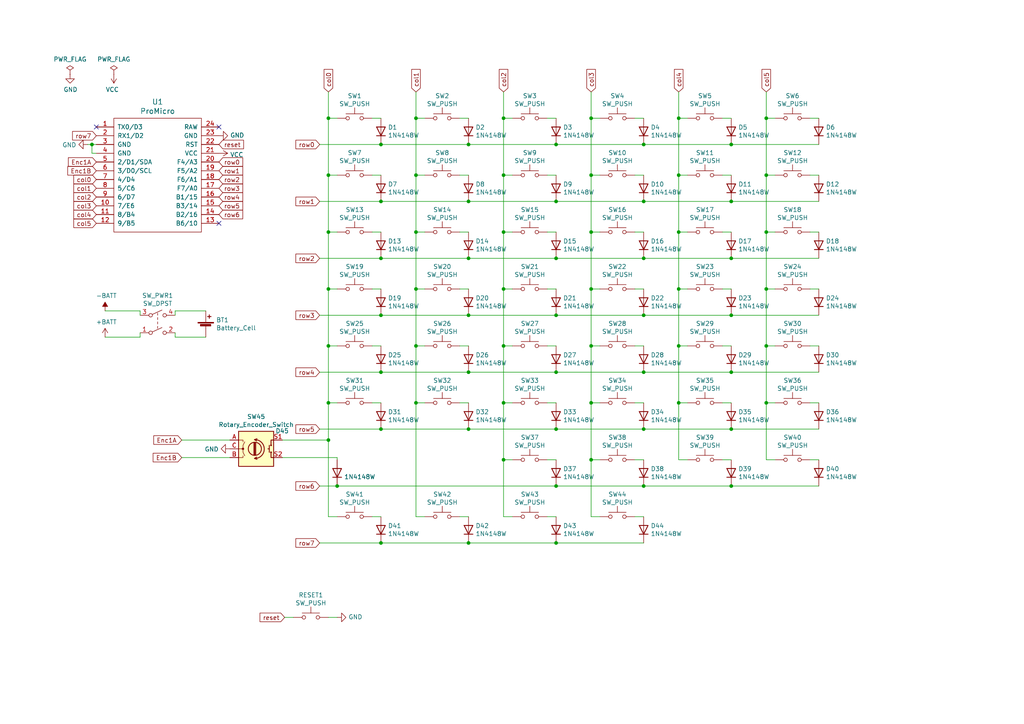
<source format=kicad_sch>
(kicad_sch (version 20211123) (generator eeschema)

  (uuid 3f5fe6b7-98fc-4d3e-9567-f9f7202d1455)

  (paper "A4")

  (title_block
    (title "Choctopus44")
    (date "2021-07-05")
    (rev "1.0 Prototype")
  )

  (lib_symbols
    (symbol "Device:Battery_Cell" (pin_numbers hide) (pin_names (offset 0) hide) (in_bom yes) (on_board yes)
      (property "Reference" "BT" (id 0) (at 2.54 2.54 0)
        (effects (font (size 1.27 1.27)) (justify left))
      )
      (property "Value" "Battery_Cell" (id 1) (at 2.54 0 0)
        (effects (font (size 1.27 1.27)) (justify left))
      )
      (property "Footprint" "" (id 2) (at 0 1.524 90)
        (effects (font (size 1.27 1.27)) hide)
      )
      (property "Datasheet" "~" (id 3) (at 0 1.524 90)
        (effects (font (size 1.27 1.27)) hide)
      )
      (property "ki_keywords" "battery cell" (id 4) (at 0 0 0)
        (effects (font (size 1.27 1.27)) hide)
      )
      (property "ki_description" "Single-cell battery" (id 5) (at 0 0 0)
        (effects (font (size 1.27 1.27)) hide)
      )
      (symbol "Battery_Cell_0_1"
        (rectangle (start -2.286 1.778) (end 2.286 1.524)
          (stroke (width 0) (type default) (color 0 0 0 0))
          (fill (type outline))
        )
        (rectangle (start -1.5748 1.1938) (end 1.4732 0.6858)
          (stroke (width 0) (type default) (color 0 0 0 0))
          (fill (type outline))
        )
        (polyline
          (pts
            (xy 0 0.762)
            (xy 0 0)
          )
          (stroke (width 0) (type default) (color 0 0 0 0))
          (fill (type none))
        )
        (polyline
          (pts
            (xy 0 1.778)
            (xy 0 2.54)
          )
          (stroke (width 0) (type default) (color 0 0 0 0))
          (fill (type none))
        )
        (polyline
          (pts
            (xy 0.508 3.429)
            (xy 1.524 3.429)
          )
          (stroke (width 0.254) (type default) (color 0 0 0 0))
          (fill (type none))
        )
        (polyline
          (pts
            (xy 1.016 3.937)
            (xy 1.016 2.921)
          )
          (stroke (width 0.254) (type default) (color 0 0 0 0))
          (fill (type none))
        )
      )
      (symbol "Battery_Cell_1_1"
        (pin passive line (at 0 5.08 270) (length 2.54)
          (name "+" (effects (font (size 1.27 1.27))))
          (number "1" (effects (font (size 1.27 1.27))))
        )
        (pin passive line (at 0 -2.54 90) (length 2.54)
          (name "-" (effects (font (size 1.27 1.27))))
          (number "2" (effects (font (size 1.27 1.27))))
        )
      )
    )
    (symbol "Device:RotaryEncoder_Switch" (pin_names (offset 0.254) hide) (in_bom yes) (on_board yes)
      (property "Reference" "SW" (id 0) (at 0 6.604 0)
        (effects (font (size 1.27 1.27)))
      )
      (property "Value" "RotaryEncoder_Switch" (id 1) (at 0 -6.604 0)
        (effects (font (size 1.27 1.27)))
      )
      (property "Footprint" "" (id 2) (at -3.81 4.064 0)
        (effects (font (size 1.27 1.27)) hide)
      )
      (property "Datasheet" "~" (id 3) (at 0 6.604 0)
        (effects (font (size 1.27 1.27)) hide)
      )
      (property "ki_keywords" "rotary switch encoder switch push button" (id 4) (at 0 0 0)
        (effects (font (size 1.27 1.27)) hide)
      )
      (property "ki_description" "Rotary encoder, dual channel, incremental quadrate outputs, with switch" (id 5) (at 0 0 0)
        (effects (font (size 1.27 1.27)) hide)
      )
      (property "ki_fp_filters" "RotaryEncoder*Switch*" (id 6) (at 0 0 0)
        (effects (font (size 1.27 1.27)) hide)
      )
      (symbol "RotaryEncoder_Switch_0_1"
        (rectangle (start -5.08 5.08) (end 5.08 -5.08)
          (stroke (width 0.254) (type default) (color 0 0 0 0))
          (fill (type background))
        )
        (circle (center -3.81 0) (radius 0.254)
          (stroke (width 0) (type default) (color 0 0 0 0))
          (fill (type outline))
        )
        (arc (start -0.381 -2.794) (mid 2.3622 -0.0635) (end -0.381 2.667)
          (stroke (width 0.254) (type default) (color 0 0 0 0))
          (fill (type none))
        )
        (circle (center -0.381 0) (radius 1.905)
          (stroke (width 0.254) (type default) (color 0 0 0 0))
          (fill (type none))
        )
        (polyline
          (pts
            (xy -0.635 -1.778)
            (xy -0.635 1.778)
          )
          (stroke (width 0.254) (type default) (color 0 0 0 0))
          (fill (type none))
        )
        (polyline
          (pts
            (xy -0.381 -1.778)
            (xy -0.381 1.778)
          )
          (stroke (width 0.254) (type default) (color 0 0 0 0))
          (fill (type none))
        )
        (polyline
          (pts
            (xy -0.127 1.778)
            (xy -0.127 -1.778)
          )
          (stroke (width 0.254) (type default) (color 0 0 0 0))
          (fill (type none))
        )
        (polyline
          (pts
            (xy 3.81 0)
            (xy 3.429 0)
          )
          (stroke (width 0.254) (type default) (color 0 0 0 0))
          (fill (type none))
        )
        (polyline
          (pts
            (xy 3.81 1.016)
            (xy 3.81 -1.016)
          )
          (stroke (width 0.254) (type default) (color 0 0 0 0))
          (fill (type none))
        )
        (polyline
          (pts
            (xy -5.08 -2.54)
            (xy -3.81 -2.54)
            (xy -3.81 -2.032)
          )
          (stroke (width 0) (type default) (color 0 0 0 0))
          (fill (type none))
        )
        (polyline
          (pts
            (xy -5.08 2.54)
            (xy -3.81 2.54)
            (xy -3.81 2.032)
          )
          (stroke (width 0) (type default) (color 0 0 0 0))
          (fill (type none))
        )
        (polyline
          (pts
            (xy 0.254 -3.048)
            (xy -0.508 -2.794)
            (xy 0.127 -2.413)
          )
          (stroke (width 0.254) (type default) (color 0 0 0 0))
          (fill (type none))
        )
        (polyline
          (pts
            (xy 0.254 2.921)
            (xy -0.508 2.667)
            (xy 0.127 2.286)
          )
          (stroke (width 0.254) (type default) (color 0 0 0 0))
          (fill (type none))
        )
        (polyline
          (pts
            (xy 5.08 -2.54)
            (xy 4.318 -2.54)
            (xy 4.318 -1.016)
          )
          (stroke (width 0.254) (type default) (color 0 0 0 0))
          (fill (type none))
        )
        (polyline
          (pts
            (xy 5.08 2.54)
            (xy 4.318 2.54)
            (xy 4.318 1.016)
          )
          (stroke (width 0.254) (type default) (color 0 0 0 0))
          (fill (type none))
        )
        (polyline
          (pts
            (xy -5.08 0)
            (xy -3.81 0)
            (xy -3.81 -1.016)
            (xy -3.302 -2.032)
          )
          (stroke (width 0) (type default) (color 0 0 0 0))
          (fill (type none))
        )
        (polyline
          (pts
            (xy -4.318 0)
            (xy -3.81 0)
            (xy -3.81 1.016)
            (xy -3.302 2.032)
          )
          (stroke (width 0) (type default) (color 0 0 0 0))
          (fill (type none))
        )
        (circle (center 4.318 -1.016) (radius 0.127)
          (stroke (width 0.254) (type default) (color 0 0 0 0))
          (fill (type none))
        )
        (circle (center 4.318 1.016) (radius 0.127)
          (stroke (width 0.254) (type default) (color 0 0 0 0))
          (fill (type none))
        )
      )
      (symbol "RotaryEncoder_Switch_1_1"
        (pin passive line (at -7.62 2.54 0) (length 2.54)
          (name "A" (effects (font (size 1.27 1.27))))
          (number "A" (effects (font (size 1.27 1.27))))
        )
        (pin passive line (at -7.62 -2.54 0) (length 2.54)
          (name "B" (effects (font (size 1.27 1.27))))
          (number "B" (effects (font (size 1.27 1.27))))
        )
        (pin passive line (at -7.62 0 0) (length 2.54)
          (name "C" (effects (font (size 1.27 1.27))))
          (number "C" (effects (font (size 1.27 1.27))))
        )
        (pin passive line (at 7.62 2.54 180) (length 2.54)
          (name "S1" (effects (font (size 1.27 1.27))))
          (number "S1" (effects (font (size 1.27 1.27))))
        )
        (pin passive line (at 7.62 -2.54 180) (length 2.54)
          (name "S2" (effects (font (size 1.27 1.27))))
          (number "S2" (effects (font (size 1.27 1.27))))
        )
      )
    )
    (symbol "Diode:1N4148W" (pin_numbers hide) (pin_names (offset 1.016) hide) (in_bom yes) (on_board yes)
      (property "Reference" "D" (id 0) (at 0 2.54 0)
        (effects (font (size 1.27 1.27)))
      )
      (property "Value" "1N4148W" (id 1) (at 0 -2.54 0)
        (effects (font (size 1.27 1.27)))
      )
      (property "Footprint" "Diode_SMD:D_SOD-123" (id 2) (at 0 -4.445 0)
        (effects (font (size 1.27 1.27)) hide)
      )
      (property "Datasheet" "https://www.vishay.com/docs/85748/1n4148w.pdf" (id 3) (at 0 0 0)
        (effects (font (size 1.27 1.27)) hide)
      )
      (property "ki_keywords" "diode" (id 4) (at 0 0 0)
        (effects (font (size 1.27 1.27)) hide)
      )
      (property "ki_description" "75V 0.15A Fast Switching Diode, SOD-123" (id 5) (at 0 0 0)
        (effects (font (size 1.27 1.27)) hide)
      )
      (property "ki_fp_filters" "D*SOD?123*" (id 6) (at 0 0 0)
        (effects (font (size 1.27 1.27)) hide)
      )
      (symbol "1N4148W_0_1"
        (polyline
          (pts
            (xy -1.27 1.27)
            (xy -1.27 -1.27)
          )
          (stroke (width 0.254) (type default) (color 0 0 0 0))
          (fill (type none))
        )
        (polyline
          (pts
            (xy 1.27 0)
            (xy -1.27 0)
          )
          (stroke (width 0) (type default) (color 0 0 0 0))
          (fill (type none))
        )
        (polyline
          (pts
            (xy 1.27 1.27)
            (xy 1.27 -1.27)
            (xy -1.27 0)
            (xy 1.27 1.27)
          )
          (stroke (width 0.254) (type default) (color 0 0 0 0))
          (fill (type none))
        )
      )
      (symbol "1N4148W_1_1"
        (pin passive line (at -3.81 0 0) (length 2.54)
          (name "K" (effects (font (size 1.27 1.27))))
          (number "1" (effects (font (size 1.27 1.27))))
        )
        (pin passive line (at 3.81 0 180) (length 2.54)
          (name "A" (effects (font (size 1.27 1.27))))
          (number "2" (effects (font (size 1.27 1.27))))
        )
      )
    )
    (symbol "Switch:SW_DPST" (pin_names (offset 0) hide) (in_bom yes) (on_board yes)
      (property "Reference" "SW" (id 0) (at 0 5.08 0)
        (effects (font (size 1.27 1.27)))
      )
      (property "Value" "SW_DPST" (id 1) (at 0 -5.08 0)
        (effects (font (size 1.27 1.27)))
      )
      (property "Footprint" "" (id 2) (at 0 0 0)
        (effects (font (size 1.27 1.27)) hide)
      )
      (property "Datasheet" "~" (id 3) (at 0 0 0)
        (effects (font (size 1.27 1.27)) hide)
      )
      (property "ki_keywords" "switch dual double-pole single-throw OFF-ON" (id 4) (at 0 0 0)
        (effects (font (size 1.27 1.27)) hide)
      )
      (property "ki_description" "Double Pole Single Throw (DPST) Switch" (id 5) (at 0 0 0)
        (effects (font (size 1.27 1.27)) hide)
      )
      (symbol "SW_DPST_0_0"
        (circle (center -2.032 -2.54) (radius 0.508)
          (stroke (width 0) (type default) (color 0 0 0 0))
          (fill (type none))
        )
        (circle (center -2.032 2.54) (radius 0.508)
          (stroke (width 0) (type default) (color 0 0 0 0))
          (fill (type none))
        )
        (polyline
          (pts
            (xy -1.524 -2.286)
            (xy 1.27 -1.016)
          )
          (stroke (width 0) (type default) (color 0 0 0 0))
          (fill (type none))
        )
        (polyline
          (pts
            (xy -1.524 2.794)
            (xy 1.27 4.064)
          )
          (stroke (width 0) (type default) (color 0 0 0 0))
          (fill (type none))
        )
        (polyline
          (pts
            (xy 0 -1.27)
            (xy 0 -0.635)
          )
          (stroke (width 0) (type default) (color 0 0 0 0))
          (fill (type none))
        )
        (polyline
          (pts
            (xy 0 0)
            (xy 0 0.635)
          )
          (stroke (width 0) (type default) (color 0 0 0 0))
          (fill (type none))
        )
        (polyline
          (pts
            (xy 0 1.27)
            (xy 0 1.905)
          )
          (stroke (width 0) (type default) (color 0 0 0 0))
          (fill (type none))
        )
        (polyline
          (pts
            (xy 0 2.54)
            (xy 0 3.175)
          )
          (stroke (width 0) (type default) (color 0 0 0 0))
          (fill (type none))
        )
        (circle (center 2.032 -2.54) (radius 0.508)
          (stroke (width 0) (type default) (color 0 0 0 0))
          (fill (type none))
        )
        (circle (center 2.032 2.54) (radius 0.508)
          (stroke (width 0) (type default) (color 0 0 0 0))
          (fill (type none))
        )
      )
      (symbol "SW_DPST_1_1"
        (pin passive line (at -5.08 -2.54 0) (length 2.54)
          (name "1" (effects (font (size 1.27 1.27))))
          (number "1" (effects (font (size 1.27 1.27))))
        )
        (pin passive line (at 5.08 -2.54 180) (length 2.54)
          (name "2" (effects (font (size 1.27 1.27))))
          (number "2" (effects (font (size 1.27 1.27))))
        )
        (pin passive line (at -5.08 2.54 0) (length 2.54)
          (name "3" (effects (font (size 1.27 1.27))))
          (number "3" (effects (font (size 1.27 1.27))))
        )
        (pin passive line (at 5.08 2.54 180) (length 2.54)
          (name "4" (effects (font (size 1.27 1.27))))
          (number "4" (effects (font (size 1.27 1.27))))
        )
      )
    )
    (symbol "Switch:SW_Push" (pin_numbers hide) (pin_names (offset 1.016) hide) (in_bom yes) (on_board yes)
      (property "Reference" "SW" (id 0) (at 1.27 2.54 0)
        (effects (font (size 1.27 1.27)) (justify left))
      )
      (property "Value" "SW_Push" (id 1) (at 0 -1.524 0)
        (effects (font (size 1.27 1.27)))
      )
      (property "Footprint" "" (id 2) (at 0 5.08 0)
        (effects (font (size 1.27 1.27)) hide)
      )
      (property "Datasheet" "~" (id 3) (at 0 5.08 0)
        (effects (font (size 1.27 1.27)) hide)
      )
      (property "ki_keywords" "switch normally-open pushbutton push-button" (id 4) (at 0 0 0)
        (effects (font (size 1.27 1.27)) hide)
      )
      (property "ki_description" "Push button switch, generic, two pins" (id 5) (at 0 0 0)
        (effects (font (size 1.27 1.27)) hide)
      )
      (symbol "SW_Push_0_1"
        (circle (center -2.032 0) (radius 0.508)
          (stroke (width 0) (type default) (color 0 0 0 0))
          (fill (type none))
        )
        (polyline
          (pts
            (xy 0 1.27)
            (xy 0 3.048)
          )
          (stroke (width 0) (type default) (color 0 0 0 0))
          (fill (type none))
        )
        (polyline
          (pts
            (xy 2.54 1.27)
            (xy -2.54 1.27)
          )
          (stroke (width 0) (type default) (color 0 0 0 0))
          (fill (type none))
        )
        (circle (center 2.032 0) (radius 0.508)
          (stroke (width 0) (type default) (color 0 0 0 0))
          (fill (type none))
        )
        (pin passive line (at -5.08 0 0) (length 2.54)
          (name "1" (effects (font (size 1.27 1.27))))
          (number "1" (effects (font (size 1.27 1.27))))
        )
        (pin passive line (at 5.08 0 180) (length 2.54)
          (name "2" (effects (font (size 1.27 1.27))))
          (number "2" (effects (font (size 1.27 1.27))))
        )
      )
    )
    (symbol "choctopus44-rescue:ProMicro-_reviung-kbd-reviung41-rescue" (pin_names (offset 1.016)) (in_bom yes) (on_board yes)
      (property "Reference" "U" (id 0) (at 0 24.13 0)
        (effects (font (size 1.524 1.524)))
      )
      (property "Value" "ProMicro-_reviung-kbd-reviung41-rescue" (id 1) (at 0 -13.97 0)
        (effects (font (size 1.524 1.524)))
      )
      (property "Footprint" "" (id 2) (at 2.54 -26.67 0)
        (effects (font (size 1.524 1.524)))
      )
      (property "Datasheet" "" (id 3) (at 2.54 -26.67 0)
        (effects (font (size 1.524 1.524)))
      )
      (symbol "ProMicro-_reviung-kbd-reviung41-rescue_0_1"
        (rectangle (start -12.7 21.59) (end 12.7 -11.43)
          (stroke (width 0) (type default) (color 0 0 0 0))
          (fill (type none))
        )
      )
      (symbol "ProMicro-_reviung-kbd-reviung41-rescue_1_1"
        (pin bidirectional line (at -17.78 19.05 0) (length 5.08)
          (name "TX0/D3" (effects (font (size 1.27 1.27))))
          (number "1" (effects (font (size 1.27 1.27))))
        )
        (pin bidirectional line (at -17.78 -3.81 0) (length 5.08)
          (name "7/E6" (effects (font (size 1.27 1.27))))
          (number "10" (effects (font (size 1.27 1.27))))
        )
        (pin bidirectional line (at -17.78 -6.35 0) (length 5.08)
          (name "8/B4" (effects (font (size 1.27 1.27))))
          (number "11" (effects (font (size 1.27 1.27))))
        )
        (pin bidirectional line (at -17.78 -8.89 0) (length 5.08)
          (name "9/B5" (effects (font (size 1.27 1.27))))
          (number "12" (effects (font (size 1.27 1.27))))
        )
        (pin bidirectional line (at 17.78 -8.89 180) (length 5.08)
          (name "B6/10" (effects (font (size 1.27 1.27))))
          (number "13" (effects (font (size 1.27 1.27))))
        )
        (pin bidirectional line (at 17.78 -6.35 180) (length 5.08)
          (name "B2/16" (effects (font (size 1.27 1.27))))
          (number "14" (effects (font (size 1.27 1.27))))
        )
        (pin bidirectional line (at 17.78 -3.81 180) (length 5.08)
          (name "B3/14" (effects (font (size 1.27 1.27))))
          (number "15" (effects (font (size 1.27 1.27))))
        )
        (pin bidirectional line (at 17.78 -1.27 180) (length 5.08)
          (name "B1/15" (effects (font (size 1.27 1.27))))
          (number "16" (effects (font (size 1.27 1.27))))
        )
        (pin bidirectional line (at 17.78 1.27 180) (length 5.08)
          (name "F7/A0" (effects (font (size 1.27 1.27))))
          (number "17" (effects (font (size 1.27 1.27))))
        )
        (pin bidirectional line (at 17.78 3.81 180) (length 5.08)
          (name "F6/A1" (effects (font (size 1.27 1.27))))
          (number "18" (effects (font (size 1.27 1.27))))
        )
        (pin bidirectional line (at 17.78 6.35 180) (length 5.08)
          (name "F5/A2" (effects (font (size 1.27 1.27))))
          (number "19" (effects (font (size 1.27 1.27))))
        )
        (pin bidirectional line (at -17.78 16.51 0) (length 5.08)
          (name "RX1/D2" (effects (font (size 1.27 1.27))))
          (number "2" (effects (font (size 1.27 1.27))))
        )
        (pin bidirectional line (at 17.78 8.89 180) (length 5.08)
          (name "F4/A3" (effects (font (size 1.27 1.27))))
          (number "20" (effects (font (size 1.27 1.27))))
        )
        (pin power_in line (at 17.78 11.43 180) (length 5.08)
          (name "VCC" (effects (font (size 1.27 1.27))))
          (number "21" (effects (font (size 1.27 1.27))))
        )
        (pin input line (at 17.78 13.97 180) (length 5.08)
          (name "RST" (effects (font (size 1.27 1.27))))
          (number "22" (effects (font (size 1.27 1.27))))
        )
        (pin power_in line (at 17.78 16.51 180) (length 5.08)
          (name "GND" (effects (font (size 1.27 1.27))))
          (number "23" (effects (font (size 1.27 1.27))))
        )
        (pin power_out line (at 17.78 19.05 180) (length 5.08)
          (name "RAW" (effects (font (size 1.27 1.27))))
          (number "24" (effects (font (size 1.27 1.27))))
        )
        (pin power_in line (at -17.78 13.97 0) (length 5.08)
          (name "GND" (effects (font (size 1.27 1.27))))
          (number "3" (effects (font (size 1.27 1.27))))
        )
        (pin power_in line (at -17.78 11.43 0) (length 5.08)
          (name "GND" (effects (font (size 1.27 1.27))))
          (number "4" (effects (font (size 1.27 1.27))))
        )
        (pin bidirectional line (at -17.78 8.89 0) (length 5.08)
          (name "2/D1/SDA" (effects (font (size 1.27 1.27))))
          (number "5" (effects (font (size 1.27 1.27))))
        )
        (pin bidirectional line (at -17.78 6.35 0) (length 5.08)
          (name "3/D0/SCL" (effects (font (size 1.27 1.27))))
          (number "6" (effects (font (size 1.27 1.27))))
        )
        (pin bidirectional line (at -17.78 3.81 0) (length 5.08)
          (name "4/D4" (effects (font (size 1.27 1.27))))
          (number "7" (effects (font (size 1.27 1.27))))
        )
        (pin bidirectional line (at -17.78 1.27 0) (length 5.08)
          (name "5/C6" (effects (font (size 1.27 1.27))))
          (number "8" (effects (font (size 1.27 1.27))))
        )
        (pin bidirectional line (at -17.78 -1.27 0) (length 5.08)
          (name "6/D7" (effects (font (size 1.27 1.27))))
          (number "9" (effects (font (size 1.27 1.27))))
        )
      )
    )
    (symbol "power:+BATT" (power) (pin_names (offset 0)) (in_bom yes) (on_board yes)
      (property "Reference" "#PWR" (id 0) (at 0 -3.81 0)
        (effects (font (size 1.27 1.27)) hide)
      )
      (property "Value" "+BATT" (id 1) (at 0 3.556 0)
        (effects (font (size 1.27 1.27)))
      )
      (property "Footprint" "" (id 2) (at 0 0 0)
        (effects (font (size 1.27 1.27)) hide)
      )
      (property "Datasheet" "" (id 3) (at 0 0 0)
        (effects (font (size 1.27 1.27)) hide)
      )
      (property "ki_keywords" "power-flag battery" (id 4) (at 0 0 0)
        (effects (font (size 1.27 1.27)) hide)
      )
      (property "ki_description" "Power symbol creates a global label with name \"+BATT\"" (id 5) (at 0 0 0)
        (effects (font (size 1.27 1.27)) hide)
      )
      (symbol "+BATT_0_1"
        (polyline
          (pts
            (xy -0.762 1.27)
            (xy 0 2.54)
          )
          (stroke (width 0) (type default) (color 0 0 0 0))
          (fill (type none))
        )
        (polyline
          (pts
            (xy 0 0)
            (xy 0 2.54)
          )
          (stroke (width 0) (type default) (color 0 0 0 0))
          (fill (type none))
        )
        (polyline
          (pts
            (xy 0 2.54)
            (xy 0.762 1.27)
          )
          (stroke (width 0) (type default) (color 0 0 0 0))
          (fill (type none))
        )
      )
      (symbol "+BATT_1_1"
        (pin power_in line (at 0 0 90) (length 0) hide
          (name "+BATT" (effects (font (size 1.27 1.27))))
          (number "1" (effects (font (size 1.27 1.27))))
        )
      )
    )
    (symbol "power:-BATT" (power) (pin_names (offset 0)) (in_bom yes) (on_board yes)
      (property "Reference" "#PWR" (id 0) (at 0 -3.81 0)
        (effects (font (size 1.27 1.27)) hide)
      )
      (property "Value" "-BATT" (id 1) (at 0 3.556 0)
        (effects (font (size 1.27 1.27)))
      )
      (property "Footprint" "" (id 2) (at 0 0 0)
        (effects (font (size 1.27 1.27)) hide)
      )
      (property "Datasheet" "" (id 3) (at 0 0 0)
        (effects (font (size 1.27 1.27)) hide)
      )
      (property "ki_keywords" "power-flag battery" (id 4) (at 0 0 0)
        (effects (font (size 1.27 1.27)) hide)
      )
      (property "ki_description" "Power symbol creates a global label with name \"-BATT\"" (id 5) (at 0 0 0)
        (effects (font (size 1.27 1.27)) hide)
      )
      (symbol "-BATT_0_1"
        (polyline
          (pts
            (xy 0 0)
            (xy 0 2.54)
          )
          (stroke (width 0) (type default) (color 0 0 0 0))
          (fill (type none))
        )
        (polyline
          (pts
            (xy 0.762 1.27)
            (xy -0.762 1.27)
            (xy 0 2.54)
            (xy 0.762 1.27)
          )
          (stroke (width 0) (type default) (color 0 0 0 0))
          (fill (type outline))
        )
      )
      (symbol "-BATT_1_1"
        (pin power_in line (at 0 0 90) (length 0) hide
          (name "-BATT" (effects (font (size 1.27 1.27))))
          (number "1" (effects (font (size 1.27 1.27))))
        )
      )
    )
    (symbol "power:GND" (power) (pin_names (offset 0)) (in_bom yes) (on_board yes)
      (property "Reference" "#PWR" (id 0) (at 0 -6.35 0)
        (effects (font (size 1.27 1.27)) hide)
      )
      (property "Value" "GND" (id 1) (at 0 -3.81 0)
        (effects (font (size 1.27 1.27)))
      )
      (property "Footprint" "" (id 2) (at 0 0 0)
        (effects (font (size 1.27 1.27)) hide)
      )
      (property "Datasheet" "" (id 3) (at 0 0 0)
        (effects (font (size 1.27 1.27)) hide)
      )
      (property "ki_keywords" "power-flag" (id 4) (at 0 0 0)
        (effects (font (size 1.27 1.27)) hide)
      )
      (property "ki_description" "Power symbol creates a global label with name \"GND\" , ground" (id 5) (at 0 0 0)
        (effects (font (size 1.27 1.27)) hide)
      )
      (symbol "GND_0_1"
        (polyline
          (pts
            (xy 0 0)
            (xy 0 -1.27)
            (xy 1.27 -1.27)
            (xy 0 -2.54)
            (xy -1.27 -1.27)
            (xy 0 -1.27)
          )
          (stroke (width 0) (type default) (color 0 0 0 0))
          (fill (type none))
        )
      )
      (symbol "GND_1_1"
        (pin power_in line (at 0 0 270) (length 0) hide
          (name "GND" (effects (font (size 1.27 1.27))))
          (number "1" (effects (font (size 1.27 1.27))))
        )
      )
    )
    (symbol "power:PWR_FLAG" (power) (pin_numbers hide) (pin_names (offset 0) hide) (in_bom yes) (on_board yes)
      (property "Reference" "#FLG" (id 0) (at 0 1.905 0)
        (effects (font (size 1.27 1.27)) hide)
      )
      (property "Value" "PWR_FLAG" (id 1) (at 0 3.81 0)
        (effects (font (size 1.27 1.27)))
      )
      (property "Footprint" "" (id 2) (at 0 0 0)
        (effects (font (size 1.27 1.27)) hide)
      )
      (property "Datasheet" "~" (id 3) (at 0 0 0)
        (effects (font (size 1.27 1.27)) hide)
      )
      (property "ki_keywords" "power-flag" (id 4) (at 0 0 0)
        (effects (font (size 1.27 1.27)) hide)
      )
      (property "ki_description" "Special symbol for telling ERC where power comes from" (id 5) (at 0 0 0)
        (effects (font (size 1.27 1.27)) hide)
      )
      (symbol "PWR_FLAG_0_0"
        (pin power_out line (at 0 0 90) (length 0)
          (name "pwr" (effects (font (size 1.27 1.27))))
          (number "1" (effects (font (size 1.27 1.27))))
        )
      )
      (symbol "PWR_FLAG_0_1"
        (polyline
          (pts
            (xy 0 0)
            (xy 0 1.27)
            (xy -1.016 1.905)
            (xy 0 2.54)
            (xy 1.016 1.905)
            (xy 0 1.27)
          )
          (stroke (width 0) (type default) (color 0 0 0 0))
          (fill (type none))
        )
      )
    )
    (symbol "power:VCC" (power) (pin_names (offset 0)) (in_bom yes) (on_board yes)
      (property "Reference" "#PWR" (id 0) (at 0 -3.81 0)
        (effects (font (size 1.27 1.27)) hide)
      )
      (property "Value" "VCC" (id 1) (at 0 3.81 0)
        (effects (font (size 1.27 1.27)))
      )
      (property "Footprint" "" (id 2) (at 0 0 0)
        (effects (font (size 1.27 1.27)) hide)
      )
      (property "Datasheet" "" (id 3) (at 0 0 0)
        (effects (font (size 1.27 1.27)) hide)
      )
      (property "ki_keywords" "power-flag" (id 4) (at 0 0 0)
        (effects (font (size 1.27 1.27)) hide)
      )
      (property "ki_description" "Power symbol creates a global label with name \"VCC\"" (id 5) (at 0 0 0)
        (effects (font (size 1.27 1.27)) hide)
      )
      (symbol "VCC_0_1"
        (polyline
          (pts
            (xy -0.762 1.27)
            (xy 0 2.54)
          )
          (stroke (width 0) (type default) (color 0 0 0 0))
          (fill (type none))
        )
        (polyline
          (pts
            (xy 0 0)
            (xy 0 2.54)
          )
          (stroke (width 0) (type default) (color 0 0 0 0))
          (fill (type none))
        )
        (polyline
          (pts
            (xy 0 2.54)
            (xy 0.762 1.27)
          )
          (stroke (width 0) (type default) (color 0 0 0 0))
          (fill (type none))
        )
      )
      (symbol "VCC_1_1"
        (pin power_in line (at 0 0 90) (length 0) hide
          (name "VCC" (effects (font (size 1.27 1.27))))
          (number "1" (effects (font (size 1.27 1.27))))
        )
      )
    )
  )


  (junction (at 171.45 83.82) (diameter 0) (color 0 0 0 0)
    (uuid 014d13cd-26ad-4d0e-86ad-a43b541cab14)
  )
  (junction (at 212.09 107.95) (diameter 0) (color 0 0 0 0)
    (uuid 03caada9-9e22-4e2d-9035-b15433dfbb17)
  )
  (junction (at 186.69 107.95) (diameter 0) (color 0 0 0 0)
    (uuid 0ff508fd-18da-4ab7-9844-3c8a28c2587e)
  )
  (junction (at 222.25 100.33) (diameter 0) (color 0 0 0 0)
    (uuid 14094ad2-b562-4efa-8c6f-51d7a3134345)
  )
  (junction (at 171.45 50.8) (diameter 0) (color 0 0 0 0)
    (uuid 15a82541-58d8-45b5-99c5-fb52e017e3ea)
  )
  (junction (at 161.29 74.93) (diameter 0) (color 0 0 0 0)
    (uuid 16bd6381-8ac0-4bf2-9dce-ecc20c724b8d)
  )
  (junction (at 135.89 41.91) (diameter 0) (color 0 0 0 0)
    (uuid 182b2d54-931d-49d6-9f39-60a752623e36)
  )
  (junction (at 26.67 41.91) (diameter 0) (color 0 0 0 0)
    (uuid 1831fb37-1c5d-42c4-b898-151be6fca9dc)
  )
  (junction (at 120.65 50.8) (diameter 0) (color 0 0 0 0)
    (uuid 252f1275-081d-4d77-8bd5-3b9e6916ef42)
  )
  (junction (at 161.29 140.97) (diameter 0) (color 0 0 0 0)
    (uuid 25d545dc-8f50-4573-922c-35ef5a2a3a19)
  )
  (junction (at 110.49 41.91) (diameter 0) (color 0 0 0 0)
    (uuid 2dc272bd-3aa2-45b5-889d-1d3c8aac80f8)
  )
  (junction (at 120.65 34.29) (diameter 0) (color 0 0 0 0)
    (uuid 2e0a9f64-1b78-4597-8d50-d12d2268a95a)
  )
  (junction (at 222.25 50.8) (diameter 0) (color 0 0 0 0)
    (uuid 2f291a4b-4ecb-4692-9ad2-324f9784c0d4)
  )
  (junction (at 146.05 100.33) (diameter 0) (color 0 0 0 0)
    (uuid 31f91ec8-56e4-4e08-9ccd-012652772211)
  )
  (junction (at 146.05 34.29) (diameter 0) (color 0 0 0 0)
    (uuid 337e8520-cbd2-42c0-8d17-743bab17cbbd)
  )
  (junction (at 171.45 116.84) (diameter 0) (color 0 0 0 0)
    (uuid 363945f6-fbef-42be-99cf-4a8a48434d92)
  )
  (junction (at 110.49 157.48) (diameter 0) (color 0 0 0 0)
    (uuid 3e0392c0-affc-4114-9de5-1f1cfe79418a)
  )
  (junction (at 161.29 124.46) (diameter 0) (color 0 0 0 0)
    (uuid 40976bf0-19de-460f-ad64-224d4f51e16b)
  )
  (junction (at 146.05 83.82) (diameter 0) (color 0 0 0 0)
    (uuid 443bc73a-8dc0-4e2f-a292-a5eff00efa5b)
  )
  (junction (at 135.89 74.93) (diameter 0) (color 0 0 0 0)
    (uuid 4f66b314-0f62-4fb6-8c3c-f9c6a75cd3ec)
  )
  (junction (at 110.49 91.44) (diameter 0) (color 0 0 0 0)
    (uuid 4fb21471-41be-4be8-9687-66030f97befc)
  )
  (junction (at 186.69 140.97) (diameter 0) (color 0 0 0 0)
    (uuid 501880c3-8633-456f-9add-0e8fa1932ba6)
  )
  (junction (at 171.45 34.29) (diameter 0) (color 0 0 0 0)
    (uuid 59fc765e-1357-4c94-9529-5635418c7d73)
  )
  (junction (at 120.65 100.33) (diameter 0) (color 0 0 0 0)
    (uuid 5f31b97b-d794-46d6-bbd9-7a5638bcf704)
  )
  (junction (at 196.85 100.33) (diameter 0) (color 0 0 0 0)
    (uuid 5ff19d63-2cb4-438b-93c4-e66d37a05329)
  )
  (junction (at 120.65 116.84) (diameter 0) (color 0 0 0 0)
    (uuid 6cb93665-0bcd-4104-8633-fffd1811eee0)
  )
  (junction (at 95.25 83.82) (diameter 0) (color 0 0 0 0)
    (uuid 6d0c9e39-9878-44c8-8283-9a59e45006fa)
  )
  (junction (at 196.85 34.29) (diameter 0) (color 0 0 0 0)
    (uuid 6f580eb1-88cc-489d-a7ca-9efa5e590715)
  )
  (junction (at 146.05 133.35) (diameter 0) (color 0 0 0 0)
    (uuid 70d34adf-9bd8-469e-8c77-5c0d7adf511e)
  )
  (junction (at 161.29 58.42) (diameter 0) (color 0 0 0 0)
    (uuid 730b670c-9bcf-4dcd-9a8d-fcaa61fb0955)
  )
  (junction (at 146.05 50.8) (diameter 0) (color 0 0 0 0)
    (uuid 74f5ec08-7600-4a0b-a9e4-aae29f9ea08a)
  )
  (junction (at 95.25 100.33) (diameter 0) (color 0 0 0 0)
    (uuid 75b944f9-bf25-4dc7-8104-e9f80b4f359b)
  )
  (junction (at 110.49 58.42) (diameter 0) (color 0 0 0 0)
    (uuid 770ad51a-7219-4633-b24a-bd20feb0a6c5)
  )
  (junction (at 171.45 133.35) (diameter 0) (color 0 0 0 0)
    (uuid 775e8983-a723-43c5-bf00-61681f0840f3)
  )
  (junction (at 171.45 67.31) (diameter 0) (color 0 0 0 0)
    (uuid 7c00778a-4692-4f9b-87d5-2d355077ce1e)
  )
  (junction (at 95.25 67.31) (diameter 0) (color 0 0 0 0)
    (uuid 7c2008c8-0626-4a09-a873-065e83502a0e)
  )
  (junction (at 135.89 157.48) (diameter 0) (color 0 0 0 0)
    (uuid 88002554-c459-46e5-8b22-6ea6fe07fd4c)
  )
  (junction (at 222.25 83.82) (diameter 0) (color 0 0 0 0)
    (uuid 8b7bbefd-8f78-41f8-809c-2534a5de3b39)
  )
  (junction (at 171.45 100.33) (diameter 0) (color 0 0 0 0)
    (uuid 8bdea5f6-7a53-427a-92b8-fd15994c2e8c)
  )
  (junction (at 196.85 116.84) (diameter 0) (color 0 0 0 0)
    (uuid 8cb2cd3a-4ef9-4ae5-b6bc-2b1d16f657d6)
  )
  (junction (at 161.29 157.48) (diameter 0) (color 0 0 0 0)
    (uuid 8cdc8ef9-532e-4bf5-9998-7213b9e692a2)
  )
  (junction (at 186.69 91.44) (diameter 0) (color 0 0 0 0)
    (uuid 911bdcbe-493f-4e21-a506-7cbc636e2c17)
  )
  (junction (at 212.09 58.42) (diameter 0) (color 0 0 0 0)
    (uuid 965308c8-e014-459a-b9db-b8493a601c62)
  )
  (junction (at 161.29 41.91) (diameter 0) (color 0 0 0 0)
    (uuid a17904b9-135e-4dae-ae20-401c7787de72)
  )
  (junction (at 161.29 107.95) (diameter 0) (color 0 0 0 0)
    (uuid a27eb049-c992-4f11-a026-1e6a8d9d0160)
  )
  (junction (at 135.89 58.42) (diameter 0) (color 0 0 0 0)
    (uuid abe07c9a-17c3-43b5-b7a6-ae867ac27ea7)
  )
  (junction (at 222.25 116.84) (diameter 0) (color 0 0 0 0)
    (uuid b0054ce1-b60e-41de-a6a2-bf712784dd39)
  )
  (junction (at 95.25 127.635) (diameter 0) (color 0 0 0 0)
    (uuid b80ab6cd-74c1-4cb6-8e20-2a924d9dd236)
  )
  (junction (at 212.09 91.44) (diameter 0) (color 0 0 0 0)
    (uuid b96fe6ac-3535-4455-ab88-ed77f5e46d6e)
  )
  (junction (at 186.69 124.46) (diameter 0) (color 0 0 0 0)
    (uuid c25a772d-af9c-4ebc-96f6-0966738c13a8)
  )
  (junction (at 212.09 140.97) (diameter 0) (color 0 0 0 0)
    (uuid c454102f-dc92-4550-9492-797fc8e6b49c)
  )
  (junction (at 186.69 74.93) (diameter 0) (color 0 0 0 0)
    (uuid c5eb1e4c-ce83-470e-8f32-e20ff1f886a3)
  )
  (junction (at 222.25 34.29) (diameter 0) (color 0 0 0 0)
    (uuid c7df8431-dcf5-4ab4-b8f8-21c1cafc5246)
  )
  (junction (at 135.89 124.46) (diameter 0) (color 0 0 0 0)
    (uuid c8c79177-94d4-43e2-a654-f0a5554fbb68)
  )
  (junction (at 110.49 74.93) (diameter 0) (color 0 0 0 0)
    (uuid ca87f11b-5f48-4b57-8535-68d3ec2fe5a9)
  )
  (junction (at 196.85 83.82) (diameter 0) (color 0 0 0 0)
    (uuid d0cd3439-276c-41ba-b38d-f84f6da38415)
  )
  (junction (at 95.25 34.29) (diameter 0) (color 0 0 0 0)
    (uuid d1eca865-05c5-48a4-96cf-ed5f8a640e25)
  )
  (junction (at 110.49 124.46) (diameter 0) (color 0 0 0 0)
    (uuid d3c11c8f-a73d-4211-934b-a6da255728ad)
  )
  (junction (at 161.29 91.44) (diameter 0) (color 0 0 0 0)
    (uuid d3d7e298-1d39-4294-a3ab-c84cc0dc5e5a)
  )
  (junction (at 212.09 124.46) (diameter 0) (color 0 0 0 0)
    (uuid d5641ac9-9be7-46bf-90b3-6c83d852b5ba)
  )
  (junction (at 196.85 67.31) (diameter 0) (color 0 0 0 0)
    (uuid dbe92a0d-89cb-4d3f-9497-c2c1d93a3018)
  )
  (junction (at 135.89 91.44) (diameter 0) (color 0 0 0 0)
    (uuid dde51ae5-b215-445e-92bb-4a12ec410531)
  )
  (junction (at 110.49 107.95) (diameter 0) (color 0 0 0 0)
    (uuid df32840e-2912-4088-b54c-9a85f64c0265)
  )
  (junction (at 120.65 67.31) (diameter 0) (color 0 0 0 0)
    (uuid e300709f-6c72-488d-a598-efcbd6d3af54)
  )
  (junction (at 212.09 41.91) (diameter 0) (color 0 0 0 0)
    (uuid e4c6fdbb-fdc7-4ad4-a516-240d84cdc120)
  )
  (junction (at 186.69 41.91) (diameter 0) (color 0 0 0 0)
    (uuid e6b860cc-cb76-4220-acfb-68f1eb348bfa)
  )
  (junction (at 146.05 67.31) (diameter 0) (color 0 0 0 0)
    (uuid e6d68f56-4a40-4849-b8d1-13d5ca292900)
  )
  (junction (at 95.25 50.8) (diameter 0) (color 0 0 0 0)
    (uuid e7d81bce-286e-41e4-9181-3511e9c0455e)
  )
  (junction (at 95.25 116.84) (diameter 0) (color 0 0 0 0)
    (uuid e87738fc-e372-4c48-9de9-398fd8b4874c)
  )
  (junction (at 212.09 74.93) (diameter 0) (color 0 0 0 0)
    (uuid ec31c074-17b2-48e1-ab01-071acad3fa04)
  )
  (junction (at 120.65 83.82) (diameter 0) (color 0 0 0 0)
    (uuid f345e52a-8e0a-425a-b438-90809dd3b799)
  )
  (junction (at 186.69 58.42) (diameter 0) (color 0 0 0 0)
    (uuid f3628265-0155-43e2-a467-c40ff783e265)
  )
  (junction (at 146.05 116.84) (diameter 0) (color 0 0 0 0)
    (uuid f5c43e09-08d6-4a29-a53a-3b9ea7fb34cd)
  )
  (junction (at 196.85 50.8) (diameter 0) (color 0 0 0 0)
    (uuid f6983918-fe05-46ea-b355-bc522ec53440)
  )
  (junction (at 222.25 67.31) (diameter 0) (color 0 0 0 0)
    (uuid fc4ad874-c922-4070-89f9-7262080469d8)
  )
  (junction (at 97.79 140.97) (diameter 0) (color 0 0 0 0)
    (uuid fe14c012-3d58-4e5e-9a37-4b9765a7f764)
  )
  (junction (at 135.89 107.95) (diameter 0) (color 0 0 0 0)
    (uuid ffd175d1-912a-4224-be1e-a8198680f46b)
  )

  (no_connect (at 27.94 36.83) (uuid 0fafc6b9-fd35-4a55-9270-7a8e7ce3cb13))
  (no_connect (at 63.5 64.77) (uuid 29e78086-2175-405e-9ba3-c48766d2f50c))
  (no_connect (at 63.5 36.83) (uuid a1823eb2-fb0d-4ed8-8b96-04184ac3a9d5))

  (wire (pts (xy 110.49 157.48) (xy 135.89 157.48))
    (stroke (width 0) (type default) (color 0 0 0 0))
    (uuid 003c2200-0632-4808-a662-8ddd5d30c768)
  )
  (wire (pts (xy 135.89 74.93) (xy 161.29 74.93))
    (stroke (width 0) (type default) (color 0 0 0 0))
    (uuid 01e9b6e7-adf9-4ee7-9447-a588630ee4a2)
  )
  (wire (pts (xy 171.45 67.31) (xy 171.45 83.82))
    (stroke (width 0) (type default) (color 0 0 0 0))
    (uuid 01f82238-6335-48fe-8b0a-6853e227345a)
  )
  (wire (pts (xy 59.69 97.79) (xy 50.8 97.79))
    (stroke (width 0) (type default) (color 0 0 0 0))
    (uuid 05f2859d-2820-4e84-b395-696011feb13b)
  )
  (wire (pts (xy 110.49 91.44) (xy 135.89 91.44))
    (stroke (width 0) (type default) (color 0 0 0 0))
    (uuid 0755aee5-bc01-4cb5-b830-583289df50a3)
  )
  (wire (pts (xy 135.89 58.42) (xy 161.29 58.42))
    (stroke (width 0) (type default) (color 0 0 0 0))
    (uuid 0c3dceba-7c95-4b3d-b590-0eb581444beb)
  )
  (wire (pts (xy 120.65 83.82) (xy 123.19 83.82))
    (stroke (width 0) (type default) (color 0 0 0 0))
    (uuid 0cbeb329-a88d-4a47-a5c2-a1d693de2f8c)
  )
  (wire (pts (xy 171.45 116.84) (xy 171.45 133.35))
    (stroke (width 0) (type default) (color 0 0 0 0))
    (uuid 0cc9bf07-55b9-458f-b8aa-41b2f51fa940)
  )
  (wire (pts (xy 95.25 50.8) (xy 97.79 50.8))
    (stroke (width 0) (type default) (color 0 0 0 0))
    (uuid 0dfdfa9f-1e3f-4e14-b64b-12bde76a80c7)
  )
  (wire (pts (xy 161.29 67.31) (xy 158.75 67.31))
    (stroke (width 0) (type default) (color 0 0 0 0))
    (uuid 0e249018-17e7-42b3-ae5d-5ebf3ae299ae)
  )
  (wire (pts (xy 26.67 41.91) (xy 25.4 41.91))
    (stroke (width 0) (type default) (color 0 0 0 0))
    (uuid 0f22151c-f260-4674-b486-4710a2c42a55)
  )
  (wire (pts (xy 171.45 50.8) (xy 171.45 67.31))
    (stroke (width 0) (type default) (color 0 0 0 0))
    (uuid 0fc5db66-6188-4c1f-bb14-0868bef113eb)
  )
  (wire (pts (xy 146.05 50.8) (xy 148.59 50.8))
    (stroke (width 0) (type default) (color 0 0 0 0))
    (uuid 10e52e95-44f3-4059-a86d-dcda603e0623)
  )
  (wire (pts (xy 186.69 67.31) (xy 184.15 67.31))
    (stroke (width 0) (type default) (color 0 0 0 0))
    (uuid 13bbfffc-affb-4b43-9eb1-f2ed90a8a919)
  )
  (wire (pts (xy 161.29 107.95) (xy 186.69 107.95))
    (stroke (width 0) (type default) (color 0 0 0 0))
    (uuid 13c0ff76-ed71-4cd9-abb0-92c376825d5d)
  )
  (wire (pts (xy 234.95 83.82) (xy 237.49 83.82))
    (stroke (width 0) (type default) (color 0 0 0 0))
    (uuid 1427bb3f-0689-4b41-a816-cd79a5202fd0)
  )
  (wire (pts (xy 171.45 50.8) (xy 173.99 50.8))
    (stroke (width 0) (type default) (color 0 0 0 0))
    (uuid 142dd724-2a9f-4eea-ab21-209b1bc7ec65)
  )
  (wire (pts (xy 110.49 58.42) (xy 135.89 58.42))
    (stroke (width 0) (type default) (color 0 0 0 0))
    (uuid 16a9ae8c-3ad2-439b-8efe-377c994670c7)
  )
  (wire (pts (xy 199.39 67.31) (xy 196.85 67.31))
    (stroke (width 0) (type default) (color 0 0 0 0))
    (uuid 1ab71a3c-340b-469a-ada5-4f87f0b7b2fa)
  )
  (wire (pts (xy 171.45 100.33) (xy 171.45 116.84))
    (stroke (width 0) (type default) (color 0 0 0 0))
    (uuid 1cb22080-0f59-4c18-a6e6-8685ef44ec53)
  )
  (wire (pts (xy 133.35 34.29) (xy 135.89 34.29))
    (stroke (width 0) (type default) (color 0 0 0 0))
    (uuid 1dfbf353-5b24-4c0f-8322-8fcd514ae75e)
  )
  (wire (pts (xy 161.29 140.97) (xy 186.69 140.97))
    (stroke (width 0) (type default) (color 0 0 0 0))
    (uuid 1e8701fc-ad24-40ea-846a-e3db538d6077)
  )
  (wire (pts (xy 212.09 107.95) (xy 237.49 107.95))
    (stroke (width 0) (type default) (color 0 0 0 0))
    (uuid 1f3003e6-dce5-420f-906b-3f1e92b67249)
  )
  (wire (pts (xy 222.25 50.8) (xy 224.79 50.8))
    (stroke (width 0) (type default) (color 0 0 0 0))
    (uuid 20caf6d2-76a7-497e-ac56-f6d31eb9027b)
  )
  (wire (pts (xy 224.79 133.35) (xy 222.25 133.35))
    (stroke (width 0) (type default) (color 0 0 0 0))
    (uuid 212bf70c-2324-47d9-8700-59771063baeb)
  )
  (wire (pts (xy 95.25 100.33) (xy 95.25 116.84))
    (stroke (width 0) (type default) (color 0 0 0 0))
    (uuid 2165c9a4-eb84-4cb6-a870-2fdc39d2511b)
  )
  (wire (pts (xy 148.59 100.33) (xy 146.05 100.33))
    (stroke (width 0) (type default) (color 0 0 0 0))
    (uuid 235067e2-1686-40fe-a9a0-61704311b2b1)
  )
  (wire (pts (xy 212.09 124.46) (xy 237.49 124.46))
    (stroke (width 0) (type default) (color 0 0 0 0))
    (uuid 240e07e1-770b-4b27-894f-29fd601c924d)
  )
  (wire (pts (xy 184.15 116.84) (xy 186.69 116.84))
    (stroke (width 0) (type default) (color 0 0 0 0))
    (uuid 241e0c85-4796-48eb-a5a0-1c0f2d6e5910)
  )
  (wire (pts (xy 107.95 149.86) (xy 110.49 149.86))
    (stroke (width 0) (type default) (color 0 0 0 0))
    (uuid 25bc3602-3fb4-4a04-94e3-21ba22562c24)
  )
  (wire (pts (xy 81.915 127.635) (xy 95.25 127.635))
    (stroke (width 0) (type default) (color 0 0 0 0))
    (uuid 263971b3-c18f-489b-9602-1d9b0be9e0e2)
  )
  (wire (pts (xy 120.65 26.67) (xy 120.65 34.29))
    (stroke (width 0) (type default) (color 0 0 0 0))
    (uuid 269f19c3-6824-45a8-be29-fa58d70cbb42)
  )
  (wire (pts (xy 146.05 149.86) (xy 148.59 149.86))
    (stroke (width 0) (type default) (color 0 0 0 0))
    (uuid 283c990c-ae5a-4e41-a3ad-b40ca29fe90e)
  )
  (wire (pts (xy 59.69 90.17) (xy 50.8 90.17))
    (stroke (width 0) (type default) (color 0 0 0 0))
    (uuid 2a1de22d-6451-488d-af77-0bf8841bd695)
  )
  (wire (pts (xy 161.29 157.48) (xy 186.69 157.48))
    (stroke (width 0) (type default) (color 0 0 0 0))
    (uuid 2b5a9ad3-7ec4-447d-916c-47adf5f9674f)
  )
  (wire (pts (xy 95.25 116.84) (xy 95.25 127.635))
    (stroke (width 0) (type default) (color 0 0 0 0))
    (uuid 2de1ffee-2174-41d2-8969-68b8d21e5a7d)
  )
  (wire (pts (xy 224.79 67.31) (xy 222.25 67.31))
    (stroke (width 0) (type default) (color 0 0 0 0))
    (uuid 319639ae-c2c5-486d-93b1-d03bb1b64252)
  )
  (wire (pts (xy 186.69 149.86) (xy 184.15 149.86))
    (stroke (width 0) (type default) (color 0 0 0 0))
    (uuid 347562f5-b152-4e7b-8a69-40ca6daaaad4)
  )
  (wire (pts (xy 133.35 116.84) (xy 135.89 116.84))
    (stroke (width 0) (type default) (color 0 0 0 0))
    (uuid 34c0bee6-7425-4435-8857-d1fe8dfb6d89)
  )
  (wire (pts (xy 186.69 107.95) (xy 212.09 107.95))
    (stroke (width 0) (type default) (color 0 0 0 0))
    (uuid 378af8b4-af3d-46e7-89ae-deff12ca9067)
  )
  (wire (pts (xy 196.85 116.84) (xy 199.39 116.84))
    (stroke (width 0) (type default) (color 0 0 0 0))
    (uuid 386ad9e3-71fa-420f-8722-88548b024fc5)
  )
  (wire (pts (xy 196.85 26.67) (xy 196.85 34.29))
    (stroke (width 0) (type default) (color 0 0 0 0))
    (uuid 38cfe839-c630-43d3-a9ec-6a89ba9e318a)
  )
  (wire (pts (xy 234.95 34.29) (xy 237.49 34.29))
    (stroke (width 0) (type default) (color 0 0 0 0))
    (uuid 3a41dd27-ec14-44d5-b505-aad1d829f79a)
  )
  (wire (pts (xy 237.49 67.31) (xy 234.95 67.31))
    (stroke (width 0) (type default) (color 0 0 0 0))
    (uuid 3a70978e-dcc2-4620-a99c-514362812927)
  )
  (wire (pts (xy 158.75 50.8) (xy 161.29 50.8))
    (stroke (width 0) (type default) (color 0 0 0 0))
    (uuid 3c8d03bf-f31d-4aa0-b8db-a227ffd7d8d6)
  )
  (wire (pts (xy 120.65 100.33) (xy 120.65 116.84))
    (stroke (width 0) (type default) (color 0 0 0 0))
    (uuid 3c9169cc-3a77-4ae0-8afc-cbfc472a28c5)
  )
  (wire (pts (xy 184.15 50.8) (xy 186.69 50.8))
    (stroke (width 0) (type default) (color 0 0 0 0))
    (uuid 3d6cdd62-5634-4e30-acf8-1b9c1dbf6653)
  )
  (wire (pts (xy 110.49 100.33) (xy 107.95 100.33))
    (stroke (width 0) (type default) (color 0 0 0 0))
    (uuid 3e57b728-64e6-4470-8f27-a43c0dd85050)
  )
  (wire (pts (xy 148.59 133.35) (xy 146.05 133.35))
    (stroke (width 0) (type default) (color 0 0 0 0))
    (uuid 3efa2ece-8f3f-4a8c-96e9-6ab3ec6f1f70)
  )
  (wire (pts (xy 161.29 133.35) (xy 158.75 133.35))
    (stroke (width 0) (type default) (color 0 0 0 0))
    (uuid 430d6d73-9de6-41ca-b788-178d709f4aae)
  )
  (wire (pts (xy 212.09 133.35) (xy 209.55 133.35))
    (stroke (width 0) (type default) (color 0 0 0 0))
    (uuid 44035e53-ff94-45ad-801f-55a1ce042a0d)
  )
  (wire (pts (xy 52.705 127.635) (xy 66.675 127.635))
    (stroke (width 0) (type default) (color 0 0 0 0))
    (uuid 4451a668-cead-41b2-b8a8-2531a090db09)
  )
  (wire (pts (xy 158.75 149.86) (xy 161.29 149.86))
    (stroke (width 0) (type default) (color 0 0 0 0))
    (uuid 49575217-40b0-4890-8acf-12982cca52b5)
  )
  (wire (pts (xy 92.71 91.44) (xy 110.49 91.44))
    (stroke (width 0) (type default) (color 0 0 0 0))
    (uuid 4a21e717-d46d-4d9e-8b98-af4ecb02d3ec)
  )
  (wire (pts (xy 95.25 149.86) (xy 97.79 149.86))
    (stroke (width 0) (type default) (color 0 0 0 0))
    (uuid 4aa97874-2fd2-414c-b381-9420384c2fd8)
  )
  (wire (pts (xy 95.25 34.29) (xy 97.79 34.29))
    (stroke (width 0) (type default) (color 0 0 0 0))
    (uuid 4cafb73d-1ad8-4d24-acf7-63d78095ae46)
  )
  (wire (pts (xy 135.89 41.91) (xy 161.29 41.91))
    (stroke (width 0) (type default) (color 0 0 0 0))
    (uuid 5114c7bf-b955-49f3-a0a8-4b954c81bde0)
  )
  (wire (pts (xy 120.65 67.31) (xy 120.65 83.82))
    (stroke (width 0) (type default) (color 0 0 0 0))
    (uuid 52a8f1be-73ca-41a8-bc24-2320706b0ec1)
  )
  (wire (pts (xy 40.64 97.79) (xy 30.48 97.79))
    (stroke (width 0) (type default) (color 0 0 0 0))
    (uuid 576f00e6-a1be-45d3-9b93-e26d9e0fe306)
  )
  (wire (pts (xy 120.65 34.29) (xy 120.65 50.8))
    (stroke (width 0) (type default) (color 0 0 0 0))
    (uuid 582622a2-fad4-4737-9a80-be9fffbba8ab)
  )
  (wire (pts (xy 222.25 26.67) (xy 222.25 34.29))
    (stroke (width 0) (type default) (color 0 0 0 0))
    (uuid 5889287d-b845-4684-b23e-663811b25d27)
  )
  (wire (pts (xy 224.79 100.33) (xy 222.25 100.33))
    (stroke (width 0) (type default) (color 0 0 0 0))
    (uuid 590fefcc-03e7-45d6-b6c9-e51a7c3c36c4)
  )
  (wire (pts (xy 237.49 100.33) (xy 234.95 100.33))
    (stroke (width 0) (type default) (color 0 0 0 0))
    (uuid 59cb2966-1e9c-4b3b-b3c8-7499378d8dde)
  )
  (wire (pts (xy 209.55 34.29) (xy 212.09 34.29))
    (stroke (width 0) (type default) (color 0 0 0 0))
    (uuid 5c7d6eaf-f256-4349-8203-d2e836872231)
  )
  (wire (pts (xy 209.55 116.84) (xy 212.09 116.84))
    (stroke (width 0) (type default) (color 0 0 0 0))
    (uuid 5d49e9a6-41dd-4072-adde-ef1036c1979b)
  )
  (wire (pts (xy 123.19 100.33) (xy 120.65 100.33))
    (stroke (width 0) (type default) (color 0 0 0 0))
    (uuid 5e7c3a32-8dda-4e6a-9838-c94d1f165575)
  )
  (wire (pts (xy 212.09 74.93) (xy 237.49 74.93))
    (stroke (width 0) (type default) (color 0 0 0 0))
    (uuid 60dcd1fe-7079-4cb8-b509-04558ccf5097)
  )
  (wire (pts (xy 186.69 100.33) (xy 184.15 100.33))
    (stroke (width 0) (type default) (color 0 0 0 0))
    (uuid 616287d9-a51f-498c-8b91-be46a0aa3a7f)
  )
  (wire (pts (xy 234.95 50.8) (xy 237.49 50.8))
    (stroke (width 0) (type default) (color 0 0 0 0))
    (uuid 62a1f3d4-027d-4ecf-a37a-6fcf4263e9d2)
  )
  (wire (pts (xy 120.65 50.8) (xy 123.19 50.8))
    (stroke (width 0) (type default) (color 0 0 0 0))
    (uuid 62e8c4d4-266c-4e53-8981-1028251d724c)
  )
  (wire (pts (xy 184.15 83.82) (xy 186.69 83.82))
    (stroke (width 0) (type default) (color 0 0 0 0))
    (uuid 633292d3-80c5-4986-be82-ce926e9f09f4)
  )
  (wire (pts (xy 148.59 67.31) (xy 146.05 67.31))
    (stroke (width 0) (type default) (color 0 0 0 0))
    (uuid 63489ebf-0f52-43a6-a0ab-158b1a7d4988)
  )
  (wire (pts (xy 199.39 100.33) (xy 196.85 100.33))
    (stroke (width 0) (type default) (color 0 0 0 0))
    (uuid 637f12be-fa48-4ce4-96b2-04c21a8795c8)
  )
  (wire (pts (xy 110.49 124.46) (xy 135.89 124.46))
    (stroke (width 0) (type default) (color 0 0 0 0))
    (uuid 639c0e59-e95c-4114-bccd-2e7277505454)
  )
  (wire (pts (xy 135.89 157.48) (xy 161.29 157.48))
    (stroke (width 0) (type default) (color 0 0 0 0))
    (uuid 6513181c-0a6a-4560-9a18-17450c36ae2a)
  )
  (wire (pts (xy 186.69 58.42) (xy 212.09 58.42))
    (stroke (width 0) (type default) (color 0 0 0 0))
    (uuid 6595b9c7-02ee-4647-bde5-6b566e35163e)
  )
  (wire (pts (xy 92.71 107.95) (xy 110.49 107.95))
    (stroke (width 0) (type default) (color 0 0 0 0))
    (uuid 68877d35-b796-44db-9124-b8e744e7412e)
  )
  (wire (pts (xy 173.99 133.35) (xy 171.45 133.35))
    (stroke (width 0) (type default) (color 0 0 0 0))
    (uuid 6a2bcc72-047b-4846-8583-1109e3552669)
  )
  (wire (pts (xy 120.65 50.8) (xy 120.65 67.31))
    (stroke (width 0) (type default) (color 0 0 0 0))
    (uuid 6b91a3ee-fdcd-4bfe-ad57-c8d5ea9903a8)
  )
  (wire (pts (xy 110.49 41.91) (xy 135.89 41.91))
    (stroke (width 0) (type default) (color 0 0 0 0))
    (uuid 6c2d26bc-6eca-436c-8025-79f817bf57d6)
  )
  (wire (pts (xy 146.05 116.84) (xy 148.59 116.84))
    (stroke (width 0) (type default) (color 0 0 0 0))
    (uuid 6cb535a7-247d-4f99-997d-c21b160eadfa)
  )
  (wire (pts (xy 186.69 91.44) (xy 212.09 91.44))
    (stroke (width 0) (type default) (color 0 0 0 0))
    (uuid 6d26d68f-1ca7-4ff3-b058-272f1c399047)
  )
  (wire (pts (xy 161.29 100.33) (xy 158.75 100.33))
    (stroke (width 0) (type default) (color 0 0 0 0))
    (uuid 701e1517-e8cf-46f4-b538-98e721c97380)
  )
  (wire (pts (xy 161.29 91.44) (xy 186.69 91.44))
    (stroke (width 0) (type default) (color 0 0 0 0))
    (uuid 70e15522-1572-4451-9c0d-6d36ac70d8c6)
  )
  (wire (pts (xy 40.64 96.52) (xy 40.64 97.79))
    (stroke (width 0) (type default) (color 0 0 0 0))
    (uuid 713e0777-58b2-4487-baca-60d0ebed27c3)
  )
  (wire (pts (xy 173.99 67.31) (xy 171.45 67.31))
    (stroke (width 0) (type default) (color 0 0 0 0))
    (uuid 71f8d568-0f23-4ff2-8e60-1600ce517a48)
  )
  (wire (pts (xy 209.55 50.8) (xy 212.09 50.8))
    (stroke (width 0) (type default) (color 0 0 0 0))
    (uuid 759788bd-3cb9-4d38-b58c-5cb10b7dca6b)
  )
  (wire (pts (xy 135.89 91.44) (xy 161.29 91.44))
    (stroke (width 0) (type default) (color 0 0 0 0))
    (uuid 7599133e-c681-4202-85d9-c20dac196c64)
  )
  (wire (pts (xy 171.45 83.82) (xy 171.45 100.33))
    (stroke (width 0) (type default) (color 0 0 0 0))
    (uuid 7744b6ee-910d-401d-b730-65c35d3d8092)
  )
  (wire (pts (xy 120.65 149.86) (xy 123.19 149.86))
    (stroke (width 0) (type default) (color 0 0 0 0))
    (uuid 7760a75a-d74b-4185-b34e-cbc7b2c339b6)
  )
  (wire (pts (xy 212.09 41.91) (xy 237.49 41.91))
    (stroke (width 0) (type default) (color 0 0 0 0))
    (uuid 789ca812-3e0c-4a3f-97bc-a916dd9bce80)
  )
  (wire (pts (xy 222.25 83.82) (xy 222.25 100.33))
    (stroke (width 0) (type default) (color 0 0 0 0))
    (uuid 78f9c3d3-3556-46f6-9744-05ad54b330f0)
  )
  (wire (pts (xy 212.09 140.97) (xy 237.49 140.97))
    (stroke (width 0) (type default) (color 0 0 0 0))
    (uuid 7a879184-fad8-4feb-afb5-86fe8d34f1f7)
  )
  (wire (pts (xy 95.25 83.82) (xy 97.79 83.82))
    (stroke (width 0) (type default) (color 0 0 0 0))
    (uuid 7c411b3e-aca2-424f-b644-2d21c9d80fa7)
  )
  (wire (pts (xy 146.05 116.84) (xy 146.05 133.35))
    (stroke (width 0) (type default) (color 0 0 0 0))
    (uuid 7c5f3091-7791-43b3-8d50-43f6a72274c9)
  )
  (wire (pts (xy 110.49 74.93) (xy 135.89 74.93))
    (stroke (width 0) (type default) (color 0 0 0 0))
    (uuid 7d928d56-093a-4ca8-aed1-414b7e703b45)
  )
  (wire (pts (xy 135.89 67.31) (xy 133.35 67.31))
    (stroke (width 0) (type default) (color 0 0 0 0))
    (uuid 7db990e4-92e1-4f99-b4d2-435bbec1ba83)
  )
  (wire (pts (xy 120.65 116.84) (xy 123.19 116.84))
    (stroke (width 0) (type default) (color 0 0 0 0))
    (uuid 7f2b3ce3-2f20-426d-b769-e0329b6a8111)
  )
  (wire (pts (xy 222.25 116.84) (xy 222.25 133.35))
    (stroke (width 0) (type default) (color 0 0 0 0))
    (uuid 7f9683c1-2203-43df-8fa1-719a0dc360df)
  )
  (wire (pts (xy 120.65 83.82) (xy 120.65 100.33))
    (stroke (width 0) (type default) (color 0 0 0 0))
    (uuid 810ed4ff-ffe2-4032-9af6-fb5ada3bae5b)
  )
  (wire (pts (xy 158.75 83.82) (xy 161.29 83.82))
    (stroke (width 0) (type default) (color 0 0 0 0))
    (uuid 83021f70-e61e-4ad3-bae7-b9f02b28be4f)
  )
  (wire (pts (xy 135.89 107.95) (xy 161.29 107.95))
    (stroke (width 0) (type default) (color 0 0 0 0))
    (uuid 8412992d-8754-44de-9e08-115cec1a3eff)
  )
  (wire (pts (xy 95.25 116.84) (xy 97.79 116.84))
    (stroke (width 0) (type default) (color 0 0 0 0))
    (uuid 84d4e166-b429-409a-ab37-c6a10fd82ff5)
  )
  (wire (pts (xy 186.69 74.93) (xy 212.09 74.93))
    (stroke (width 0) (type default) (color 0 0 0 0))
    (uuid 85b7594c-358f-454b-b2ad-dd0b1d67ed76)
  )
  (wire (pts (xy 95.25 179.07) (xy 97.79 179.07))
    (stroke (width 0) (type default) (color 0 0 0 0))
    (uuid 869d6302-ae22-478f-9723-3feacbb12eef)
  )
  (wire (pts (xy 196.85 116.84) (xy 196.85 133.35))
    (stroke (width 0) (type default) (color 0 0 0 0))
    (uuid 87a1984f-543d-4f2e-ad8a-7a3a24ee6047)
  )
  (wire (pts (xy 171.45 34.29) (xy 171.45 50.8))
    (stroke (width 0) (type default) (color 0 0 0 0))
    (uuid 89a8e170-a222-41c0-b545-c9f4c5604011)
  )
  (wire (pts (xy 222.25 83.82) (xy 224.79 83.82))
    (stroke (width 0) (type default) (color 0 0 0 0))
    (uuid 89c9afdc-c346-4300-a392-5f9dd8c1e5bd)
  )
  (wire (pts (xy 92.71 74.93) (xy 110.49 74.93))
    (stroke (width 0) (type default) (color 0 0 0 0))
    (uuid 8a650ebf-3f78-4ca4-a26b-a5028693e36d)
  )
  (wire (pts (xy 158.75 116.84) (xy 161.29 116.84))
    (stroke (width 0) (type default) (color 0 0 0 0))
    (uuid 8ac400bf-c9b3-4af4-b0a7-9aa9ab4ad17e)
  )
  (wire (pts (xy 186.69 124.46) (xy 212.09 124.46))
    (stroke (width 0) (type default) (color 0 0 0 0))
    (uuid 8c514922-ffe1-4e37-a260-e807409f2e0d)
  )
  (wire (pts (xy 92.71 124.46) (xy 110.49 124.46))
    (stroke (width 0) (type default) (color 0 0 0 0))
    (uuid 8ca3e20d-bcc7-4c5e-9deb-562dfed9fecb)
  )
  (wire (pts (xy 123.19 67.31) (xy 120.65 67.31))
    (stroke (width 0) (type default) (color 0 0 0 0))
    (uuid 8efee08b-b92e-4ba6-8722-c058e18114fe)
  )
  (wire (pts (xy 186.69 140.97) (xy 212.09 140.97))
    (stroke (width 0) (type default) (color 0 0 0 0))
    (uuid 91fe070a-a49b-4bc5-805a-42f23e10d114)
  )
  (wire (pts (xy 26.67 44.45) (xy 26.67 41.91))
    (stroke (width 0) (type default) (color 0 0 0 0))
    (uuid 9340c285-5767-42d5-8b6d-63fe2a40ddf3)
  )
  (wire (pts (xy 52.705 132.715) (xy 66.675 132.715))
    (stroke (width 0) (type default) (color 0 0 0 0))
    (uuid 9394dd15-bc84-46dd-bc51-c9575187fc6a)
  )
  (wire (pts (xy 184.15 34.29) (xy 186.69 34.29))
    (stroke (width 0) (type default) (color 0 0 0 0))
    (uuid 9529c01f-e1cd-40be-b7f0-83780a544249)
  )
  (wire (pts (xy 171.45 34.29) (xy 173.99 34.29))
    (stroke (width 0) (type default) (color 0 0 0 0))
    (uuid 96db52e2-6336-4f5e-846e-528c594d0509)
  )
  (wire (pts (xy 196.85 67.31) (xy 196.85 83.82))
    (stroke (width 0) (type default) (color 0 0 0 0))
    (uuid 97581b9a-3f6b-4e88-8768-6fdb60e6aca6)
  )
  (wire (pts (xy 171.45 116.84) (xy 173.99 116.84))
    (stroke (width 0) (type default) (color 0 0 0 0))
    (uuid 97dcf785-3264-40a1-a36e-8842acab24fb)
  )
  (wire (pts (xy 135.89 100.33) (xy 133.35 100.33))
    (stroke (width 0) (type default) (color 0 0 0 0))
    (uuid 98861672-254d-432b-8e5a-10d885a5ffdc)
  )
  (wire (pts (xy 95.25 50.8) (xy 95.25 67.31))
    (stroke (width 0) (type default) (color 0 0 0 0))
    (uuid 98fe66f3-ec8b-4515-ae34-617f2124a7ec)
  )
  (wire (pts (xy 120.65 34.29) (xy 123.19 34.29))
    (stroke (width 0) (type default) (color 0 0 0 0))
    (uuid 9aaeec6e-84fe-4644-b0bc-5de24626ff48)
  )
  (wire (pts (xy 95.25 83.82) (xy 95.25 100.33))
    (stroke (width 0) (type default) (color 0 0 0 0))
    (uuid 9c607e49-ee5c-4e85-a7da-6fede9912412)
  )
  (wire (pts (xy 212.09 91.44) (xy 237.49 91.44))
    (stroke (width 0) (type default) (color 0 0 0 0))
    (uuid 9f8381e9-3077-4453-a480-a01ad9c1a940)
  )
  (wire (pts (xy 40.64 90.17) (xy 40.64 91.44))
    (stroke (width 0) (type default) (color 0 0 0 0))
    (uuid a0dee8e6-f88a-4f05-aba0-bab3aafdf2bc)
  )
  (wire (pts (xy 171.45 133.35) (xy 171.45 149.86))
    (stroke (width 0) (type default) (color 0 0 0 0))
    (uuid a0e7a81b-2259-4f8d-8368-ba75f2004714)
  )
  (wire (pts (xy 135.89 124.46) (xy 161.29 124.46))
    (stroke (width 0) (type default) (color 0 0 0 0))
    (uuid a15a7506-eae4-4933-84da-9ad754258706)
  )
  (wire (pts (xy 171.45 83.82) (xy 173.99 83.82))
    (stroke (width 0) (type default) (color 0 0 0 0))
    (uuid a25b7e01-1754-4cc9-8a14-3d9c461e5af5)
  )
  (wire (pts (xy 95.25 127.635) (xy 95.25 149.86))
    (stroke (width 0) (type default) (color 0 0 0 0))
    (uuid a428be9a-84ce-4c9a-ad46-8f93181c6ea8)
  )
  (wire (pts (xy 173.99 100.33) (xy 171.45 100.33))
    (stroke (width 0) (type default) (color 0 0 0 0))
    (uuid a599509f-fbb9-4db4-9adf-9e96bab1138d)
  )
  (wire (pts (xy 222.25 67.31) (xy 222.25 83.82))
    (stroke (width 0) (type default) (color 0 0 0 0))
    (uuid a5c8e189-1ddc-4a66-984b-e0fd1529d346)
  )
  (wire (pts (xy 161.29 74.93) (xy 186.69 74.93))
    (stroke (width 0) (type default) (color 0 0 0 0))
    (uuid a5cd8da1-8f7f-4f80-bb23-0317de562222)
  )
  (wire (pts (xy 107.95 116.84) (xy 110.49 116.84))
    (stroke (width 0) (type default) (color 0 0 0 0))
    (uuid a7f2e97b-29f3-44fd-bf8a-97a3c1528b61)
  )
  (wire (pts (xy 50.8 97.79) (xy 50.8 96.52))
    (stroke (width 0) (type default) (color 0 0 0 0))
    (uuid a8fb8ee0-623f-4870-a716-ecc88f37ef9a)
  )
  (wire (pts (xy 92.71 140.97) (xy 97.79 140.97))
    (stroke (width 0) (type default) (color 0 0 0 0))
    (uuid a90361cd-254c-4d27-ae1f-9a6c85bafe28)
  )
  (wire (pts (xy 196.85 34.29) (xy 196.85 50.8))
    (stroke (width 0) (type default) (color 0 0 0 0))
    (uuid b13e8448-bf35-4ec0-9c70-3f2250718cc2)
  )
  (wire (pts (xy 212.09 58.42) (xy 237.49 58.42))
    (stroke (width 0) (type default) (color 0 0 0 0))
    (uuid b1c649b1-f44d-46c7-9dea-818e75a1b87e)
  )
  (wire (pts (xy 161.29 58.42) (xy 186.69 58.42))
    (stroke (width 0) (type default) (color 0 0 0 0))
    (uuid b7199d9b-bebb-4100-9ad3-c2bd31e21d65)
  )
  (wire (pts (xy 196.85 83.82) (xy 196.85 100.33))
    (stroke (width 0) (type default) (color 0 0 0 0))
    (uuid b854a395-bfc6-4140-9640-75d4f9296771)
  )
  (wire (pts (xy 97.79 100.33) (xy 95.25 100.33))
    (stroke (width 0) (type default) (color 0 0 0 0))
    (uuid bac7c5b3-99df-445a-ade9-1e608bbbe27e)
  )
  (wire (pts (xy 196.85 50.8) (xy 199.39 50.8))
    (stroke (width 0) (type default) (color 0 0 0 0))
    (uuid bb59b92a-e4d0-4b9e-82cd-26304f5c15b8)
  )
  (wire (pts (xy 133.35 50.8) (xy 135.89 50.8))
    (stroke (width 0) (type default) (color 0 0 0 0))
    (uuid bd793ae5-cde5-43f6-8def-1f95f35b1be6)
  )
  (wire (pts (xy 237.49 133.35) (xy 234.95 133.35))
    (stroke (width 0) (type default) (color 0 0 0 0))
    (uuid be2983fa-f06e-485e-bea1-3dd96b916ec5)
  )
  (wire (pts (xy 146.05 100.33) (xy 146.05 116.84))
    (stroke (width 0) (type default) (color 0 0 0 0))
    (uuid be41ac9e-b8ba-4089-983b-b84269707f1c)
  )
  (wire (pts (xy 95.25 34.29) (xy 95.25 50.8))
    (stroke (width 0) (type default) (color 0 0 0 0))
    (uuid be4b72db-0e02-4d9b-844a-aff689b4e648)
  )
  (wire (pts (xy 135.89 149.86) (xy 133.35 149.86))
    (stroke (width 0) (type default) (color 0 0 0 0))
    (uuid c1bac86f-cbf6-4c5b-b60d-c26fa73d9c09)
  )
  (wire (pts (xy 110.49 107.95) (xy 135.89 107.95))
    (stroke (width 0) (type default) (color 0 0 0 0))
    (uuid c332fa55-4168-4f55-88a5-f82c7c21040b)
  )
  (wire (pts (xy 27.94 44.45) (xy 26.67 44.45))
    (stroke (width 0) (type default) (color 0 0 0 0))
    (uuid c41b3c8b-634e-435a-b582-96b83bbd4032)
  )
  (wire (pts (xy 212.09 67.31) (xy 209.55 67.31))
    (stroke (width 0) (type default) (color 0 0 0 0))
    (uuid c71f56c1-5b7c-4373-9716-fffac482104c)
  )
  (wire (pts (xy 186.69 133.35) (xy 184.15 133.35))
    (stroke (width 0) (type default) (color 0 0 0 0))
    (uuid c873689a-d206-42f5-aead-9199b4d63f51)
  )
  (wire (pts (xy 97.79 140.97) (xy 161.29 140.97))
    (stroke (width 0) (type default) (color 0 0 0 0))
    (uuid c8a7af6e-c432-4fa3-91ee-c8bf0c5a9ebe)
  )
  (wire (pts (xy 222.25 116.84) (xy 224.79 116.84))
    (stroke (width 0) (type default) (color 0 0 0 0))
    (uuid c8ab8246-b2bb-4b06-b45e-2548482466fd)
  )
  (wire (pts (xy 146.05 133.35) (xy 146.05 149.86))
    (stroke (width 0) (type default) (color 0 0 0 0))
    (uuid cb083d38-4f11-4a80-8b19-ab751c405e4a)
  )
  (wire (pts (xy 92.71 41.91) (xy 110.49 41.91))
    (stroke (width 0) (type default) (color 0 0 0 0))
    (uuid cb24efdd-07c6-4317-9277-131625b065ac)
  )
  (wire (pts (xy 222.25 100.33) (xy 222.25 116.84))
    (stroke (width 0) (type default) (color 0 0 0 0))
    (uuid cbebc05a-c4dd-4baf-8c08-196e84e08b27)
  )
  (wire (pts (xy 146.05 83.82) (xy 146.05 100.33))
    (stroke (width 0) (type default) (color 0 0 0 0))
    (uuid cc75e5ae-3348-4e7a-bd16-4df685ee47bd)
  )
  (wire (pts (xy 146.05 67.31) (xy 146.05 83.82))
    (stroke (width 0) (type default) (color 0 0 0 0))
    (uuid cd5e758d-cb66-484a-ae8b-21f53ceee49e)
  )
  (wire (pts (xy 186.69 41.91) (xy 212.09 41.91))
    (stroke (width 0) (type default) (color 0 0 0 0))
    (uuid cdfb07af-801b-44ba-8c30-d021a6ad3039)
  )
  (wire (pts (xy 199.39 133.35) (xy 196.85 133.35))
    (stroke (width 0) (type default) (color 0 0 0 0))
    (uuid cee2f43a-7d22-4585-a857-73949bd17a9d)
  )
  (wire (pts (xy 92.71 157.48) (xy 110.49 157.48))
    (stroke (width 0) (type default) (color 0 0 0 0))
    (uuid cf815d51-c956-4c5a-adde-c373cb025b07)
  )
  (wire (pts (xy 81.915 132.715) (xy 97.79 132.715))
    (stroke (width 0) (type default) (color 0 0 0 0))
    (uuid d01102e9-b170-4eb1-a0a4-9a31feb850b7)
  )
  (wire (pts (xy 97.79 67.31) (xy 95.25 67.31))
    (stroke (width 0) (type default) (color 0 0 0 0))
    (uuid d102186a-5b58-41d0-9985-3dbb3593f397)
  )
  (wire (pts (xy 222.25 34.29) (xy 222.25 50.8))
    (stroke (width 0) (type default) (color 0 0 0 0))
    (uuid d38aa458-d7c4-47af-ba08-2b6be506a3fd)
  )
  (wire (pts (xy 107.95 34.29) (xy 110.49 34.29))
    (stroke (width 0) (type default) (color 0 0 0 0))
    (uuid d3e133b7-2c84-4206-a2b1-e693cb57fe56)
  )
  (wire (pts (xy 196.85 34.29) (xy 199.39 34.29))
    (stroke (width 0) (type default) (color 0 0 0 0))
    (uuid d68e5ddb-039c-483f-88a3-1b0b7964b482)
  )
  (wire (pts (xy 82.55 179.07) (xy 85.09 179.07))
    (stroke (width 0) (type default) (color 0 0 0 0))
    (uuid d7e5a060-eb57-4238-9312-26bc885fc97d)
  )
  (wire (pts (xy 171.45 26.67) (xy 171.45 34.29))
    (stroke (width 0) (type default) (color 0 0 0 0))
    (uuid da481376-0e49-44d3-91b8-aaa39b869dd1)
  )
  (wire (pts (xy 92.71 58.42) (xy 110.49 58.42))
    (stroke (width 0) (type default) (color 0 0 0 0))
    (uuid db36f6e3-e72a-487f-bda9-88cc84536f62)
  )
  (wire (pts (xy 234.95 116.84) (xy 237.49 116.84))
    (stroke (width 0) (type default) (color 0 0 0 0))
    (uuid dc1d84c8-33da-4489-be8e-2a1de3001779)
  )
  (wire (pts (xy 196.85 83.82) (xy 199.39 83.82))
    (stroke (width 0) (type default) (color 0 0 0 0))
    (uuid dda1e6ca-91ec-4136-b90b-3c54d79454b9)
  )
  (wire (pts (xy 222.25 34.29) (xy 224.79 34.29))
    (stroke (width 0) (type default) (color 0 0 0 0))
    (uuid dde8619c-5a8c-40eb-9845-65e6a654222d)
  )
  (wire (pts (xy 120.65 116.84) (xy 120.65 149.86))
    (stroke (width 0) (type default) (color 0 0 0 0))
    (uuid e0830067-5b66-4ce1-b2d1-aaa8af20baf7)
  )
  (wire (pts (xy 146.05 34.29) (xy 148.59 34.29))
    (stroke (width 0) (type default) (color 0 0 0 0))
    (uuid e0c7ddff-8c90-465f-be62-21fb49b059fa)
  )
  (wire (pts (xy 161.29 124.46) (xy 186.69 124.46))
    (stroke (width 0) (type default) (color 0 0 0 0))
    (uuid e21aa84b-970e-47cf-b64f-3b55ee0e1b51)
  )
  (wire (pts (xy 110.49 67.31) (xy 107.95 67.31))
    (stroke (width 0) (type default) (color 0 0 0 0))
    (uuid e36988d2-ecb2-461b-a443-7006f447e828)
  )
  (wire (pts (xy 107.95 83.82) (xy 110.49 83.82))
    (stroke (width 0) (type default) (color 0 0 0 0))
    (uuid e5e5220d-5b7e-47da-a902-b997ec8d4d58)
  )
  (wire (pts (xy 146.05 50.8) (xy 146.05 67.31))
    (stroke (width 0) (type default) (color 0 0 0 0))
    (uuid e70b6168-f98e-4322-bc55-500948ef7b77)
  )
  (wire (pts (xy 146.05 83.82) (xy 148.59 83.82))
    (stroke (width 0) (type default) (color 0 0 0 0))
    (uuid eac8d865-0226-4958-b547-6b5592f39713)
  )
  (wire (pts (xy 158.75 34.29) (xy 161.29 34.29))
    (stroke (width 0) (type default) (color 0 0 0 0))
    (uuid f0ff5d1c-5481-4958-b844-4f68a17d4166)
  )
  (wire (pts (xy 97.79 132.715) (xy 97.79 133.35))
    (stroke (width 0) (type default) (color 0 0 0 0))
    (uuid f16cd62c-cafc-49f5-aaa8-7cc66bb32173)
  )
  (wire (pts (xy 30.48 90.17) (xy 40.64 90.17))
    (stroke (width 0) (type default) (color 0 0 0 0))
    (uuid f19c9655-8ddb-411a-96dd-bd986870c3c6)
  )
  (wire (pts (xy 161.29 41.91) (xy 186.69 41.91))
    (stroke (width 0) (type default) (color 0 0 0 0))
    (uuid f202141e-c20d-4cac-b016-06a44f2ecce8)
  )
  (wire (pts (xy 133.35 83.82) (xy 135.89 83.82))
    (stroke (width 0) (type default) (color 0 0 0 0))
    (uuid f2480d0c-9b08-4037-9175-b2369af04d4c)
  )
  (wire (pts (xy 95.25 26.67) (xy 95.25 34.29))
    (stroke (width 0) (type default) (color 0 0 0 0))
    (uuid f2c93195-af12-4d3e-acdf-bdd0ff675c24)
  )
  (wire (pts (xy 50.8 90.17) (xy 50.8 91.44))
    (stroke (width 0) (type default) (color 0 0 0 0))
    (uuid f3044f68-903d-4063-b253-30d8e3a83eae)
  )
  (wire (pts (xy 222.25 50.8) (xy 222.25 67.31))
    (stroke (width 0) (type default) (color 0 0 0 0))
    (uuid f447e585-df78-4239-b8cb-4653b3837bb1)
  )
  (wire (pts (xy 196.85 50.8) (xy 196.85 67.31))
    (stroke (width 0) (type default) (color 0 0 0 0))
    (uuid f44d04c5-0d17-4d52-8328-ef3b4fdfba5f)
  )
  (wire (pts (xy 95.25 67.31) (xy 95.25 83.82))
    (stroke (width 0) (type default) (color 0 0 0 0))
    (uuid f4a8afbe-ed68-4253-959f-6be4d2cbf8c5)
  )
  (wire (pts (xy 173.99 149.86) (xy 171.45 149.86))
    (stroke (width 0) (type default) (color 0 0 0 0))
    (uuid f50dae73-c5b5-475d-ac8c-5b555be54fa3)
  )
  (wire (pts (xy 209.55 83.82) (xy 212.09 83.82))
    (stroke (width 0) (type default) (color 0 0 0 0))
    (uuid f5bf5b4a-5213-48af-a5cd-0d67969d2de6)
  )
  (wire (pts (xy 212.09 100.33) (xy 209.55 100.33))
    (stroke (width 0) (type default) (color 0 0 0 0))
    (uuid f7447e92-4293-41c4-be3f-69b30aad1f17)
  )
  (wire (pts (xy 146.05 26.67) (xy 146.05 34.29))
    (stroke (width 0) (type default) (color 0 0 0 0))
    (uuid f988d6ea-11c5-4837-b1d1-5c292ded50c6)
  )
  (wire (pts (xy 196.85 100.33) (xy 196.85 116.84))
    (stroke (width 0) (type default) (color 0 0 0 0))
    (uuid fa00d3f4-bb71-4b1d-aa40-ae9267e2c41f)
  )
  (wire (pts (xy 107.95 50.8) (xy 110.49 50.8))
    (stroke (width 0) (type default) (color 0 0 0 0))
    (uuid fc3d51c1-8b35-4da3-a742-0ebe104989d7)
  )
  (wire (pts (xy 27.94 41.91) (xy 26.67 41.91))
    (stroke (width 0) (type default) (color 0 0 0 0))
    (uuid fd470e95-4861-44fe-b1e4-6d8a7c66e144)
  )
  (wire (pts (xy 146.05 34.29) (xy 146.05 50.8))
    (stroke (width 0) (type default) (color 0 0 0 0))
    (uuid fdc60c06-30fa-4dfb-96b4-809b755999e1)
  )

  (global_label "col5" (shape input) (at 222.25 26.67 90) (fields_autoplaced)
    (effects (font (size 1.27 1.27)) (justify left))
    (uuid 0217dfc4-fc13-4699-99ad-d9948522648e)
    (property "Intersheet References" "${INTERSHEET_REFS}" (id 0) (at 0 0 0)
      (effects (font (size 1.27 1.27)) hide)
    )
  )
  (global_label "Enc1B" (shape input) (at 27.94 49.53 180) (fields_autoplaced)
    (effects (font (size 1.27 1.27)) (justify right))
    (uuid 04cf2f2c-74bf-400d-b4f6-201720df00ed)
    (property "Intersheet References" "${INTERSHEET_REFS}" (id 0) (at 0 0 0)
      (effects (font (size 1.27 1.27)) hide)
    )
  )
  (global_label "row5" (shape input) (at 92.71 124.46 180) (fields_autoplaced)
    (effects (font (size 1.27 1.27)) (justify right))
    (uuid 12422a89-3d0c-485c-9386-f77121fd68fd)
    (property "Intersheet References" "${INTERSHEET_REFS}" (id 0) (at 0 0 0)
      (effects (font (size 1.27 1.27)) hide)
    )
  )
  (global_label "row6" (shape input) (at 92.71 140.97 180) (fields_autoplaced)
    (effects (font (size 1.27 1.27)) (justify right))
    (uuid 1a6d2848-e78e-49fe-8978-e1890f07836f)
    (property "Intersheet References" "${INTERSHEET_REFS}" (id 0) (at 0 0 0)
      (effects (font (size 1.27 1.27)) hide)
    )
  )
  (global_label "row0" (shape input) (at 63.5 46.99 0) (fields_autoplaced)
    (effects (font (size 1.27 1.27)) (justify left))
    (uuid 1bf544e3-5940-4576-9291-2464e95c0ee2)
    (property "Intersheet References" "${INTERSHEET_REFS}" (id 0) (at 0 0 0)
      (effects (font (size 1.27 1.27)) hide)
    )
  )
  (global_label "Enc1A" (shape input) (at 27.94 46.99 180) (fields_autoplaced)
    (effects (font (size 1.27 1.27)) (justify right))
    (uuid 2878a73c-5447-4cd9-8194-14f52ab9459c)
    (property "Intersheet References" "${INTERSHEET_REFS}" (id 0) (at 0 0 0)
      (effects (font (size 1.27 1.27)) hide)
    )
  )
  (global_label "col2" (shape input) (at 27.94 57.15 180) (fields_autoplaced)
    (effects (font (size 1.27 1.27)) (justify right))
    (uuid 2d210a96-f81f-42a9-8bf4-1b43c11086f3)
    (property "Intersheet References" "${INTERSHEET_REFS}" (id 0) (at 0 0 0)
      (effects (font (size 1.27 1.27)) hide)
    )
  )
  (global_label "reset" (shape input) (at 82.55 179.07 180) (fields_autoplaced)
    (effects (font (size 1.27 1.27)) (justify right))
    (uuid 2d6db888-4e40-41c8-b701-07170fc894bc)
    (property "Intersheet References" "${INTERSHEET_REFS}" (id 0) (at 0 0 0)
      (effects (font (size 1.27 1.27)) hide)
    )
  )
  (global_label "row5" (shape input) (at 63.5 59.69 0) (fields_autoplaced)
    (effects (font (size 1.27 1.27)) (justify left))
    (uuid 31e08896-1992-4725-96d9-9d2728bca7a3)
    (property "Intersheet References" "${INTERSHEET_REFS}" (id 0) (at 0 0 0)
      (effects (font (size 1.27 1.27)) hide)
    )
  )
  (global_label "col3" (shape input) (at 171.45 26.67 90) (fields_autoplaced)
    (effects (font (size 1.27 1.27)) (justify left))
    (uuid 3a7648d8-121a-4921-9b92-9b35b76ce39b)
    (property "Intersheet References" "${INTERSHEET_REFS}" (id 0) (at 0 0 0)
      (effects (font (size 1.27 1.27)) hide)
    )
  )
  (global_label "col2" (shape input) (at 146.05 26.67 90) (fields_autoplaced)
    (effects (font (size 1.27 1.27)) (justify left))
    (uuid 3e903008-0276-4a73-8edb-5d9dfde6297c)
    (property "Intersheet References" "${INTERSHEET_REFS}" (id 0) (at 0 0 0)
      (effects (font (size 1.27 1.27)) hide)
    )
  )
  (global_label "row4" (shape input) (at 92.71 107.95 180) (fields_autoplaced)
    (effects (font (size 1.27 1.27)) (justify right))
    (uuid 40165eda-4ba6-4565-9bb4-b9df6dbb08da)
    (property "Intersheet References" "${INTERSHEET_REFS}" (id 0) (at 0 0 0)
      (effects (font (size 1.27 1.27)) hide)
    )
  )
  (global_label "reset" (shape input) (at 63.5 41.91 0) (fields_autoplaced)
    (effects (font (size 1.27 1.27)) (justify left))
    (uuid 42713045-fffd-4b2d-ae1e-7232d705fb12)
    (property "Intersheet References" "${INTERSHEET_REFS}" (id 0) (at 0 0 0)
      (effects (font (size 1.27 1.27)) hide)
    )
  )
  (global_label "col0" (shape input) (at 95.25 26.67 90) (fields_autoplaced)
    (effects (font (size 1.27 1.27)) (justify left))
    (uuid 45008225-f50f-4d6b-b508-6730a9408caf)
    (property "Intersheet References" "${INTERSHEET_REFS}" (id 0) (at 0 0 0)
      (effects (font (size 1.27 1.27)) hide)
    )
  )
  (global_label "row3" (shape input) (at 92.71 91.44 180) (fields_autoplaced)
    (effects (font (size 1.27 1.27)) (justify right))
    (uuid 4780a290-d25c-4459-9579-eba3f7678762)
    (property "Intersheet References" "${INTERSHEET_REFS}" (id 0) (at 0 0 0)
      (effects (font (size 1.27 1.27)) hide)
    )
  )
  (global_label "Enc1B" (shape input) (at 52.705 132.715 180) (fields_autoplaced)
    (effects (font (size 1.27 1.27)) (justify right))
    (uuid 5d3d7893-1d11-4f1d-9052-85cf0e07d281)
    (property "Intersheet References" "${INTERSHEET_REFS}" (id 0) (at 165.735 260.985 0)
      (effects (font (size 1.27 1.27)) hide)
    )
  )
  (global_label "col1" (shape input) (at 120.65 26.67 90) (fields_autoplaced)
    (effects (font (size 1.27 1.27)) (justify left))
    (uuid 6475547d-3216-45a4-a15c-48314f1dd0f9)
    (property "Intersheet References" "${INTERSHEET_REFS}" (id 0) (at 0 0 0)
      (effects (font (size 1.27 1.27)) hide)
    )
  )
  (global_label "row7" (shape input) (at 92.71 157.48 180) (fields_autoplaced)
    (effects (font (size 1.27 1.27)) (justify right))
    (uuid 66218487-e316-4467-9eba-79d4626ab24e)
    (property "Intersheet References" "${INTERSHEET_REFS}" (id 0) (at 0 0 0)
      (effects (font (size 1.27 1.27)) hide)
    )
  )
  (global_label "col4" (shape input) (at 196.85 26.67 90) (fields_autoplaced)
    (effects (font (size 1.27 1.27)) (justify left))
    (uuid 6bfe5804-2ef9-4c65-b2a7-f01e4014370a)
    (property "Intersheet References" "${INTERSHEET_REFS}" (id 0) (at 0 0 0)
      (effects (font (size 1.27 1.27)) hide)
    )
  )
  (global_label "col3" (shape input) (at 27.94 59.69 180) (fields_autoplaced)
    (effects (font (size 1.27 1.27)) (justify right))
    (uuid 6c2e273e-743c-4f1e-a647-4171f8122550)
    (property "Intersheet References" "${INTERSHEET_REFS}" (id 0) (at 0 0 0)
      (effects (font (size 1.27 1.27)) hide)
    )
  )
  (global_label "col5" (shape input) (at 27.94 64.77 180) (fields_autoplaced)
    (effects (font (size 1.27 1.27)) (justify right))
    (uuid 7aed3a71-054b-4aaa-9c0a-030523c32827)
    (property "Intersheet References" "${INTERSHEET_REFS}" (id 0) (at 0 0 0)
      (effects (font (size 1.27 1.27)) hide)
    )
  )
  (global_label "col4" (shape input) (at 27.94 62.23 180) (fields_autoplaced)
    (effects (font (size 1.27 1.27)) (justify right))
    (uuid 7dc880bc-e7eb-4cce-8d8c-0b65a9dd788e)
    (property "Intersheet References" "${INTERSHEET_REFS}" (id 0) (at 0 0 0)
      (effects (font (size 1.27 1.27)) hide)
    )
  )
  (global_label "row3" (shape input) (at 63.5 54.61 0) (fields_autoplaced)
    (effects (font (size 1.27 1.27)) (justify left))
    (uuid 80094b70-85ab-4ff6-934b-60d5ee65023a)
    (property "Intersheet References" "${INTERSHEET_REFS}" (id 0) (at 0 0 0)
      (effects (font (size 1.27 1.27)) hide)
    )
  )
  (global_label "row6" (shape input) (at 63.5 62.23 0) (fields_autoplaced)
    (effects (font (size 1.27 1.27)) (justify left))
    (uuid 852dabbf-de45-4470-8176-59d37a754407)
    (property "Intersheet References" "${INTERSHEET_REFS}" (id 0) (at 0 0 0)
      (effects (font (size 1.27 1.27)) hide)
    )
  )
  (global_label "row7" (shape input) (at 27.94 39.37 180) (fields_autoplaced)
    (effects (font (size 1.27 1.27)) (justify right))
    (uuid 8b290a17-6328-4178-9131-29524d345539)
    (property "Intersheet References" "${INTERSHEET_REFS}" (id 0) (at 0 0 0)
      (effects (font (size 1.27 1.27)) hide)
    )
  )
  (global_label "row2" (shape input) (at 63.5 52.07 0) (fields_autoplaced)
    (effects (font (size 1.27 1.27)) (justify left))
    (uuid 922058ca-d09a-45fd-8394-05f3e2c1e03a)
    (property "Intersheet References" "${INTERSHEET_REFS}" (id 0) (at 0 0 0)
      (effects (font (size 1.27 1.27)) hide)
    )
  )
  (global_label "col0" (shape input) (at 27.94 52.07 180) (fields_autoplaced)
    (effects (font (size 1.27 1.27)) (justify right))
    (uuid 94a873dc-af67-4ef9-8159-1f7c93eeb3d7)
    (property "Intersheet References" "${INTERSHEET_REFS}" (id 0) (at 0 0 0)
      (effects (font (size 1.27 1.27)) hide)
    )
  )
  (global_label "col1" (shape input) (at 27.94 54.61 180) (fields_autoplaced)
    (effects (font (size 1.27 1.27)) (justify right))
    (uuid aa14c3bd-4acc-4908-9d28-228585a22a9d)
    (property "Intersheet References" "${INTERSHEET_REFS}" (id 0) (at 0 0 0)
      (effects (font (size 1.27 1.27)) hide)
    )
  )
  (global_label "Enc1A" (shape input) (at 52.705 127.635 180) (fields_autoplaced)
    (effects (font (size 1.27 1.27)) (justify right))
    (uuid aeb03be9-98f0-43f6-9432-1bb35aa04bab)
    (property "Intersheet References" "${INTERSHEET_REFS}" (id 0) (at 165.735 260.985 0)
      (effects (font (size 1.27 1.27)) hide)
    )
  )
  (global_label "row2" (shape input) (at 92.71 74.93 180) (fields_autoplaced)
    (effects (font (size 1.27 1.27)) (justify right))
    (uuid babeabf2-f3b0-4ed5-8d9e-0215947e6cf3)
    (property "Intersheet References" "${INTERSHEET_REFS}" (id 0) (at 0 0 0)
      (effects (font (size 1.27 1.27)) hide)
    )
  )
  (global_label "row1" (shape input) (at 63.5 49.53 0) (fields_autoplaced)
    (effects (font (size 1.27 1.27)) (justify left))
    (uuid bdc7face-9f7c-4701-80bb-4cc144448db1)
    (property "Intersheet References" "${INTERSHEET_REFS}" (id 0) (at 0 0 0)
      (effects (font (size 1.27 1.27)) hide)
    )
  )
  (global_label "row4" (shape input) (at 63.5 57.15 0) (fields_autoplaced)
    (effects (font (size 1.27 1.27)) (justify left))
    (uuid bfc0aadc-38cf-466e-a642-68fdc3138c78)
    (property "Intersheet References" "${INTERSHEET_REFS}" (id 0) (at 0 0 0)
      (effects (font (size 1.27 1.27)) hide)
    )
  )
  (global_label "row0" (shape input) (at 92.71 41.91 180) (fields_autoplaced)
    (effects (font (size 1.27 1.27)) (justify right))
    (uuid c43663ee-9a0d-4f27-a292-89ba89964065)
    (property "Intersheet References" "${INTERSHEET_REFS}" (id 0) (at 0 0 0)
      (effects (font (size 1.27 1.27)) hide)
    )
  )
  (global_label "row1" (shape input) (at 92.71 58.42 180) (fields_autoplaced)
    (effects (font (size 1.27 1.27)) (justify right))
    (uuid d7269d2a-b8c0-422d-8f25-f79ea31bf75e)
    (property "Intersheet References" "${INTERSHEET_REFS}" (id 0) (at 0 0 0)
      (effects (font (size 1.27 1.27)) hide)
    )
  )

  (symbol (lib_id "power:PWR_FLAG") (at 20.32 21.59 0) (unit 1)
    (in_bom yes) (on_board yes)
    (uuid 00000000-0000-0000-0000-00005dcb9fa4)
    (property "Reference" "#FLG01" (id 0) (at 20.32 19.685 0)
      (effects (font (size 1.27 1.27)) hide)
    )
    (property "Value" "PWR_FLAG" (id 1) (at 20.32 17.1958 0))
    (property "Footprint" "" (id 2) (at 20.32 21.59 0)
      (effects (font (size 1.27 1.27)) hide)
    )
    (property "Datasheet" "~" (id 3) (at 20.32 21.59 0)
      (effects (font (size 1.27 1.27)) hide)
    )
    (pin "1" (uuid 14a8caa7-1bf4-4457-b89e-991ab735ea47))
  )

  (symbol (lib_id "power:GND") (at 20.32 21.59 0) (unit 1)
    (in_bom yes) (on_board yes)
    (uuid 00000000-0000-0000-0000-00005dcba40a)
    (property "Reference" "#PWR01" (id 0) (at 20.32 27.94 0)
      (effects (font (size 1.27 1.27)) hide)
    )
    (property "Value" "GND" (id 1) (at 20.447 25.9842 0))
    (property "Footprint" "" (id 2) (at 20.32 21.59 0)
      (effects (font (size 1.27 1.27)) hide)
    )
    (property "Datasheet" "" (id 3) (at 20.32 21.59 0)
      (effects (font (size 1.27 1.27)) hide)
    )
    (pin "1" (uuid eb41eef7-b0fc-4a98-86a7-6d6e7550e9da))
  )

  (symbol (lib_id "power:PWR_FLAG") (at 33.02 21.59 0) (unit 1)
    (in_bom yes) (on_board yes)
    (uuid 00000000-0000-0000-0000-00005dcbaa8b)
    (property "Reference" "#FLG02" (id 0) (at 33.02 19.685 0)
      (effects (font (size 1.27 1.27)) hide)
    )
    (property "Value" "PWR_FLAG" (id 1) (at 33.02 17.1958 0))
    (property "Footprint" "" (id 2) (at 33.02 21.59 0)
      (effects (font (size 1.27 1.27)) hide)
    )
    (property "Datasheet" "~" (id 3) (at 33.02 21.59 0)
      (effects (font (size 1.27 1.27)) hide)
    )
    (pin "1" (uuid 89a77b00-f9ba-42bf-8ec5-66a04203598a))
  )

  (symbol (lib_id "power:VCC") (at 33.02 21.59 180) (unit 1)
    (in_bom yes) (on_board yes)
    (uuid 00000000-0000-0000-0000-00005dcbaba8)
    (property "Reference" "#PWR02" (id 0) (at 33.02 17.78 0)
      (effects (font (size 1.27 1.27)) hide)
    )
    (property "Value" "VCC" (id 1) (at 32.5628 25.9842 0))
    (property "Footprint" "" (id 2) (at 33.02 21.59 0)
      (effects (font (size 1.27 1.27)) hide)
    )
    (property "Datasheet" "" (id 3) (at 33.02 21.59 0)
      (effects (font (size 1.27 1.27)) hide)
    )
    (pin "1" (uuid 4d9a9a6f-e3d0-4dc7-a85c-62f830566624))
  )

  (symbol (lib_id "choctopus44-rescue:ProMicro-_reviung-kbd-reviung41-rescue") (at 45.72 55.88 0) (unit 1)
    (in_bom yes) (on_board yes)
    (uuid 00000000-0000-0000-0000-00005dcbb133)
    (property "Reference" "U1" (id 0) (at 45.72 29.5402 0)
      (effects (font (size 1.524 1.524)))
    )
    (property "Value" "ProMicro" (id 1) (at 45.72 32.2326 0)
      (effects (font (size 1.524 1.524)))
    )
    (property "Footprint" "Keebio-Parts:ArduinoProMicro" (id 2) (at 48.26 82.55 0)
      (effects (font (size 1.524 1.524)) hide)
    )
    (property "Datasheet" "" (id 3) (at 48.26 82.55 0)
      (effects (font (size 1.524 1.524)))
    )
    (pin "1" (uuid 2298d10f-bb5a-4ef0-9aec-a99faec63da9))
    (pin "10" (uuid 60591d92-704d-4b68-bf3c-260d0178bfc2))
    (pin "11" (uuid aef3bed7-42f0-425d-ab00-74bc809219c8))
    (pin "12" (uuid cf6553ce-1f26-41fa-bec4-c48fb0e89536))
    (pin "13" (uuid faff67e7-3565-437a-a85c-658e39d78cce))
    (pin "14" (uuid 56acdca2-c4b2-48b8-a04d-777504b984e7))
    (pin "15" (uuid fe7c6036-58eb-472a-bcf5-4eff9467521c))
    (pin "16" (uuid 3f582942-b364-45bc-8ead-8839451362fe))
    (pin "17" (uuid 68a2f4ee-73f0-4379-8f38-21543ccd2b61))
    (pin "18" (uuid 8b47ede0-018c-4d77-b0eb-bb53f27c4320))
    (pin "19" (uuid ea624b73-47f1-4fa3-a146-b180e7c10404))
    (pin "2" (uuid 8fe44f8a-cffd-41dd-89b8-d182a3c2e707))
    (pin "20" (uuid 0dfced10-afef-4d07-9100-b3999d9e16fe))
    (pin "21" (uuid 366f919d-9b02-42e7-8b1b-5c62fcea594f))
    (pin "22" (uuid 782b7c8b-9a8d-4388-ac30-c06918d6b01d))
    (pin "23" (uuid 24a42002-0e15-403b-b92b-d4a2f3823c78))
    (pin "24" (uuid d3c01bbc-067f-4d46-9b64-84ca3aab902a))
    (pin "3" (uuid 9f9b4076-82ee-40d2-a69b-8545ac4154f6))
    (pin "4" (uuid f5059e3a-30f1-4dd0-8ef2-4ae27a04c8e1))
    (pin "5" (uuid 5818dba6-b82e-4efe-8f8a-84067ae10e39))
    (pin "6" (uuid 83112f62-8d47-4d67-a416-52e1432c589f))
    (pin "7" (uuid eedc9762-e915-4897-9dd4-02db3c792b68))
    (pin "8" (uuid a318c5d8-2e1f-4677-941e-2e6bb7098e55))
    (pin "9" (uuid 724faf7d-2021-43df-899d-08ec0b8fd204))
  )

  (symbol (lib_id "power:GND") (at 63.5 39.37 90) (unit 1)
    (in_bom yes) (on_board yes)
    (uuid 00000000-0000-0000-0000-00005dcbc44c)
    (property "Reference" "#PWR03" (id 0) (at 69.85 39.37 0)
      (effects (font (size 1.27 1.27)) hide)
    )
    (property "Value" "GND" (id 1) (at 66.7512 39.243 90)
      (effects (font (size 1.27 1.27)) (justify right))
    )
    (property "Footprint" "" (id 2) (at 63.5 39.37 0)
      (effects (font (size 1.27 1.27)) hide)
    )
    (property "Datasheet" "" (id 3) (at 63.5 39.37 0)
      (effects (font (size 1.27 1.27)) hide)
    )
    (pin "1" (uuid 3a84c16b-eb32-42db-a07e-4bc87fd3ce65))
  )

  (symbol (lib_id "power:VCC") (at 63.5 44.45 270) (unit 1)
    (in_bom yes) (on_board yes)
    (uuid 00000000-0000-0000-0000-00005dcbc5e3)
    (property "Reference" "#PWR05" (id 0) (at 59.69 44.45 0)
      (effects (font (size 1.27 1.27)) hide)
    )
    (property "Value" "VCC" (id 1) (at 66.7512 44.8818 90)
      (effects (font (size 1.27 1.27)) (justify left))
    )
    (property "Footprint" "" (id 2) (at 63.5 44.45 0)
      (effects (font (size 1.27 1.27)) hide)
    )
    (property "Datasheet" "" (id 3) (at 63.5 44.45 0)
      (effects (font (size 1.27 1.27)) hide)
    )
    (pin "1" (uuid e0baf026-1c37-4629-b35d-a55cc0930042))
  )

  (symbol (lib_id "power:GND") (at 25.4 41.91 270) (unit 1)
    (in_bom yes) (on_board yes)
    (uuid 00000000-0000-0000-0000-00005dcbca52)
    (property "Reference" "#PWR04" (id 0) (at 19.05 41.91 0)
      (effects (font (size 1.27 1.27)) hide)
    )
    (property "Value" "GND" (id 1) (at 22.1488 42.037 90)
      (effects (font (size 1.27 1.27)) (justify right))
    )
    (property "Footprint" "" (id 2) (at 25.4 41.91 0)
      (effects (font (size 1.27 1.27)) hide)
    )
    (property "Datasheet" "" (id 3) (at 25.4 41.91 0)
      (effects (font (size 1.27 1.27)) hide)
    )
    (pin "1" (uuid a792ca19-b88c-4678-aab7-ce759f9da79c))
  )

  (symbol (lib_id "Switch:SW_Push") (at 102.87 34.29 0) (unit 1)
    (in_bom yes) (on_board yes)
    (uuid 00000000-0000-0000-0000-00005dcbd08b)
    (property "Reference" "SW1" (id 0) (at 102.87 27.813 0))
    (property "Value" "SW_PUSH" (id 1) (at 102.87 30.1244 0))
    (property "Footprint" "keyswitches:Kailh_socket_PG1350_optional" (id 2) (at 102.87 34.29 0)
      (effects (font (size 1.27 1.27)) hide)
    )
    (property "Datasheet" "" (id 3) (at 102.87 34.29 0))
    (pin "1" (uuid d2461a3e-9011-4f86-a0c8-1c6fa49c2c62))
    (pin "2" (uuid ae5adbe0-d4f4-4499-84c2-96c108c01944))
  )

  (symbol (lib_id "Diode:1N4148W") (at 110.49 38.1 90) (unit 1)
    (in_bom yes) (on_board yes)
    (uuid 00000000-0000-0000-0000-00005dcbd469)
    (property "Reference" "D1" (id 0) (at 112.522 36.9316 90)
      (effects (font (size 1.27 1.27)) (justify right))
    )
    (property "Value" "1N4148W" (id 1) (at 112.522 39.243 90)
      (effects (font (size 1.27 1.27)) (justify right))
    )
    (property "Footprint" "Keebio-Parts:Diode-dual" (id 2) (at 114.935 38.1 0)
      (effects (font (size 1.27 1.27)) hide)
    )
    (property "Datasheet" "https://www.vishay.com/docs/85748/1n4148w.pdf" (id 3) (at 110.49 38.1 0)
      (effects (font (size 1.27 1.27)) hide)
    )
    (pin "1" (uuid 3963c4e7-995d-4a9d-9453-ebf97d445568))
    (pin "2" (uuid 7ffbcf34-4e44-4705-8aaa-88148c848f98))
  )

  (symbol (lib_id "Switch:SW_Push") (at 128.27 34.29 0) (unit 1)
    (in_bom yes) (on_board yes)
    (uuid 00000000-0000-0000-0000-00005dcbf19c)
    (property "Reference" "SW2" (id 0) (at 128.27 27.813 0))
    (property "Value" "SW_PUSH" (id 1) (at 128.27 30.1244 0))
    (property "Footprint" "keyswitches:Kailh_socket_PG1350_optional" (id 2) (at 128.27 34.29 0)
      (effects (font (size 1.27 1.27)) hide)
    )
    (property "Datasheet" "" (id 3) (at 128.27 34.29 0))
    (pin "1" (uuid e0b786a3-bcaf-41c0-99ce-8c7f040aa44d))
    (pin "2" (uuid a0d60062-2053-43e0-93e8-dc89fb17b24a))
  )

  (symbol (lib_id "Diode:1N4148W") (at 135.89 38.1 90) (unit 1)
    (in_bom yes) (on_board yes)
    (uuid 00000000-0000-0000-0000-00005dcbf1a2)
    (property "Reference" "D2" (id 0) (at 137.922 36.9316 90)
      (effects (font (size 1.27 1.27)) (justify right))
    )
    (property "Value" "1N4148W" (id 1) (at 137.922 39.243 90)
      (effects (font (size 1.27 1.27)) (justify right))
    )
    (property "Footprint" "Keebio-Parts:Diode-dual" (id 2) (at 140.335 38.1 0)
      (effects (font (size 1.27 1.27)) hide)
    )
    (property "Datasheet" "https://www.vishay.com/docs/85748/1n4148w.pdf" (id 3) (at 135.89 38.1 0)
      (effects (font (size 1.27 1.27)) hide)
    )
    (pin "1" (uuid 47f09598-cb3b-429d-b927-4e6983db009e))
    (pin "2" (uuid 32517ffe-8ffc-40d3-acef-ccd86e2f0adb))
  )

  (symbol (lib_id "Switch:SW_Push") (at 153.67 34.29 0) (unit 1)
    (in_bom yes) (on_board yes)
    (uuid 00000000-0000-0000-0000-00005dcc1c85)
    (property "Reference" "SW3" (id 0) (at 153.67 27.813 0))
    (property "Value" "SW_PUSH" (id 1) (at 153.67 30.1244 0))
    (property "Footprint" "keyswitches:Kailh_socket_PG1350_optional" (id 2) (at 153.67 34.29 0)
      (effects (font (size 1.27 1.27)) hide)
    )
    (property "Datasheet" "" (id 3) (at 153.67 34.29 0))
    (pin "1" (uuid 5bce3e75-0b42-4965-ad6f-64f599a7e31e))
    (pin "2" (uuid 68a060e7-76bd-4aed-bbca-f3ec1f8bc786))
  )

  (symbol (lib_id "Diode:1N4148W") (at 161.29 38.1 90) (unit 1)
    (in_bom yes) (on_board yes)
    (uuid 00000000-0000-0000-0000-00005dcc1c8b)
    (property "Reference" "D3" (id 0) (at 163.322 36.9316 90)
      (effects (font (size 1.27 1.27)) (justify right))
    )
    (property "Value" "1N4148W" (id 1) (at 163.322 39.243 90)
      (effects (font (size 1.27 1.27)) (justify right))
    )
    (property "Footprint" "Keebio-Parts:Diode-dual" (id 2) (at 165.735 38.1 0)
      (effects (font (size 1.27 1.27)) hide)
    )
    (property "Datasheet" "https://www.vishay.com/docs/85748/1n4148w.pdf" (id 3) (at 161.29 38.1 0)
      (effects (font (size 1.27 1.27)) hide)
    )
    (pin "1" (uuid ee1e5647-00c4-4e09-b39a-98c416fea369))
    (pin "2" (uuid 9263df24-69fd-45fc-9e8d-b293885eda2d))
  )

  (symbol (lib_id "Switch:SW_Push") (at 179.07 34.29 0) (unit 1)
    (in_bom yes) (on_board yes)
    (uuid 00000000-0000-0000-0000-00005dcc1c91)
    (property "Reference" "SW4" (id 0) (at 179.07 27.813 0))
    (property "Value" "SW_PUSH" (id 1) (at 179.07 30.1244 0))
    (property "Footprint" "keyswitches:Kailh_socket_PG1350_optional" (id 2) (at 179.07 34.29 0)
      (effects (font (size 1.27 1.27)) hide)
    )
    (property "Datasheet" "" (id 3) (at 179.07 34.29 0))
    (pin "1" (uuid 6679859c-171d-4173-a182-77f6cae674b6))
    (pin "2" (uuid cdd81664-a19a-4156-8f2c-9520007336eb))
  )

  (symbol (lib_id "Diode:1N4148W") (at 186.69 38.1 90) (unit 1)
    (in_bom yes) (on_board yes)
    (uuid 00000000-0000-0000-0000-00005dcc1c97)
    (property "Reference" "D4" (id 0) (at 188.722 36.9316 90)
      (effects (font (size 1.27 1.27)) (justify right))
    )
    (property "Value" "1N4148W" (id 1) (at 188.722 39.243 90)
      (effects (font (size 1.27 1.27)) (justify right))
    )
    (property "Footprint" "Keebio-Parts:Diode-dual" (id 2) (at 191.135 38.1 0)
      (effects (font (size 1.27 1.27)) hide)
    )
    (property "Datasheet" "https://www.vishay.com/docs/85748/1n4148w.pdf" (id 3) (at 186.69 38.1 0)
      (effects (font (size 1.27 1.27)) hide)
    )
    (pin "1" (uuid e61601a3-7f2a-4f86-ac55-ff712b6b80d5))
    (pin "2" (uuid 18bbdfbf-6e37-4669-b13d-574508abaef4))
  )

  (symbol (lib_id "Switch:SW_Push") (at 204.47 34.29 0) (unit 1)
    (in_bom yes) (on_board yes)
    (uuid 00000000-0000-0000-0000-00005dcc4ce7)
    (property "Reference" "SW5" (id 0) (at 204.47 27.813 0))
    (property "Value" "SW_PUSH" (id 1) (at 204.47 30.1244 0))
    (property "Footprint" "keyswitches:Kailh_socket_PG1350_optional" (id 2) (at 204.47 34.29 0)
      (effects (font (size 1.27 1.27)) hide)
    )
    (property "Datasheet" "" (id 3) (at 204.47 34.29 0))
    (pin "1" (uuid 62078be1-3350-4a00-965d-dc72a856d267))
    (pin "2" (uuid d60723be-0ece-433c-a3cc-8d026e9d4965))
  )

  (symbol (lib_id "Diode:1N4148W") (at 212.09 38.1 90) (unit 1)
    (in_bom yes) (on_board yes)
    (uuid 00000000-0000-0000-0000-00005dcc4ced)
    (property "Reference" "D5" (id 0) (at 214.122 36.9316 90)
      (effects (font (size 1.27 1.27)) (justify right))
    )
    (property "Value" "1N4148W" (id 1) (at 214.122 39.243 90)
      (effects (font (size 1.27 1.27)) (justify right))
    )
    (property "Footprint" "Keebio-Parts:Diode-dual" (id 2) (at 216.535 38.1 0)
      (effects (font (size 1.27 1.27)) hide)
    )
    (property "Datasheet" "https://www.vishay.com/docs/85748/1n4148w.pdf" (id 3) (at 212.09 38.1 0)
      (effects (font (size 1.27 1.27)) hide)
    )
    (pin "1" (uuid 8c4a7192-1359-491d-ba2d-fe0e590b2c31))
    (pin "2" (uuid b25517cb-8e42-49de-9b58-c637dbdea4dd))
  )

  (symbol (lib_id "Switch:SW_Push") (at 229.87 34.29 0) (unit 1)
    (in_bom yes) (on_board yes)
    (uuid 00000000-0000-0000-0000-00005dcc4cf3)
    (property "Reference" "SW6" (id 0) (at 229.87 27.813 0))
    (property "Value" "SW_PUSH" (id 1) (at 229.87 30.1244 0))
    (property "Footprint" "keyswitches:Kailh_socket_PG1350_optional" (id 2) (at 229.87 34.29 0)
      (effects (font (size 1.27 1.27)) hide)
    )
    (property "Datasheet" "" (id 3) (at 229.87 34.29 0))
    (pin "1" (uuid 4f3360be-e3ee-4c18-9bcf-c384debef338))
    (pin "2" (uuid 133c678d-451a-4cde-aef0-6a476c87922e))
  )

  (symbol (lib_id "Diode:1N4148W") (at 237.49 38.1 90) (unit 1)
    (in_bom yes) (on_board yes)
    (uuid 00000000-0000-0000-0000-00005dcc4cf9)
    (property "Reference" "D6" (id 0) (at 239.522 36.9316 90)
      (effects (font (size 1.27 1.27)) (justify right))
    )
    (property "Value" "1N4148W" (id 1) (at 239.522 39.243 90)
      (effects (font (size 1.27 1.27)) (justify right))
    )
    (property "Footprint" "Keebio-Parts:Diode-dual" (id 2) (at 241.935 38.1 0)
      (effects (font (size 1.27 1.27)) hide)
    )
    (property "Datasheet" "https://www.vishay.com/docs/85748/1n4148w.pdf" (id 3) (at 237.49 38.1 0)
      (effects (font (size 1.27 1.27)) hide)
    )
    (pin "1" (uuid ed22b38f-3e25-45e1-aba9-e8a8342d79f3))
    (pin "2" (uuid 0bf0be6f-2f84-49d1-8431-ab84e97b20e6))
  )

  (symbol (lib_id "Diode:1N4148W") (at 186.69 54.61 90) (unit 1)
    (in_bom yes) (on_board yes)
    (uuid 00000000-0000-0000-0000-00005dcccab6)
    (property "Reference" "D10" (id 0) (at 188.722 53.4416 90)
      (effects (font (size 1.27 1.27)) (justify right))
    )
    (property "Value" "1N4148W" (id 1) (at 188.722 55.753 90)
      (effects (font (size 1.27 1.27)) (justify right))
    )
    (property "Footprint" "Keebio-Parts:Diode-dual" (id 2) (at 191.135 54.61 0)
      (effects (font (size 1.27 1.27)) hide)
    )
    (property "Datasheet" "https://www.vishay.com/docs/85748/1n4148w.pdf" (id 3) (at 186.69 54.61 0)
      (effects (font (size 1.27 1.27)) hide)
    )
    (pin "1" (uuid ba100789-d860-45eb-a190-7e59d2c3df43))
    (pin "2" (uuid 62b2372b-2a04-4a6b-aa3b-f89b46e41f95))
  )

  (symbol (lib_id "Switch:SW_Push") (at 179.07 50.8 0) (unit 1)
    (in_bom yes) (on_board yes)
    (uuid 00000000-0000-0000-0000-00005dcccabc)
    (property "Reference" "SW10" (id 0) (at 179.07 44.323 0))
    (property "Value" "SW_PUSH" (id 1) (at 179.07 46.6344 0))
    (property "Footprint" "keyswitches:Kailh_socket_PG1350_optional" (id 2) (at 179.07 50.8 0)
      (effects (font (size 1.27 1.27)) hide)
    )
    (property "Datasheet" "" (id 3) (at 179.07 50.8 0))
    (pin "1" (uuid fa206155-0a4e-4515-b9a5-293cce73181b))
    (pin "2" (uuid 587d91c6-4e19-4767-bce2-9a6ef2f48905))
  )

  (symbol (lib_id "Diode:1N4148W") (at 161.29 54.61 90) (unit 1)
    (in_bom yes) (on_board yes)
    (uuid 00000000-0000-0000-0000-00005dcccac2)
    (property "Reference" "D9" (id 0) (at 163.322 53.4416 90)
      (effects (font (size 1.27 1.27)) (justify right))
    )
    (property "Value" "1N4148W" (id 1) (at 163.322 55.753 90)
      (effects (font (size 1.27 1.27)) (justify right))
    )
    (property "Footprint" "Keebio-Parts:Diode-dual" (id 2) (at 165.735 54.61 0)
      (effects (font (size 1.27 1.27)) hide)
    )
    (property "Datasheet" "https://www.vishay.com/docs/85748/1n4148w.pdf" (id 3) (at 161.29 54.61 0)
      (effects (font (size 1.27 1.27)) hide)
    )
    (pin "1" (uuid fc2b3995-1ae9-4c57-8f87-db14b1275133))
    (pin "2" (uuid 583dd143-36d8-476d-8526-659b36517566))
  )

  (symbol (lib_id "Switch:SW_Push") (at 153.67 50.8 0) (unit 1)
    (in_bom yes) (on_board yes)
    (uuid 00000000-0000-0000-0000-00005dcccac8)
    (property "Reference" "SW9" (id 0) (at 153.67 44.323 0))
    (property "Value" "SW_PUSH" (id 1) (at 153.67 46.6344 0))
    (property "Footprint" "keyswitches:Kailh_socket_PG1350_optional" (id 2) (at 153.67 50.8 0)
      (effects (font (size 1.27 1.27)) hide)
    )
    (property "Datasheet" "" (id 3) (at 153.67 50.8 0))
    (pin "1" (uuid add7d8c1-b8be-48d6-ac0f-eb1dc71172de))
    (pin "2" (uuid 11144e59-10a0-41f7-a9d6-bbbd2d208879))
  )

  (symbol (lib_id "Diode:1N4148W") (at 135.89 54.61 90) (unit 1)
    (in_bom yes) (on_board yes)
    (uuid 00000000-0000-0000-0000-00005dcccace)
    (property "Reference" "D8" (id 0) (at 137.922 53.4416 90)
      (effects (font (size 1.27 1.27)) (justify right))
    )
    (property "Value" "1N4148W" (id 1) (at 137.922 55.753 90)
      (effects (font (size 1.27 1.27)) (justify right))
    )
    (property "Footprint" "Keebio-Parts:Diode-dual" (id 2) (at 140.335 54.61 0)
      (effects (font (size 1.27 1.27)) hide)
    )
    (property "Datasheet" "https://www.vishay.com/docs/85748/1n4148w.pdf" (id 3) (at 135.89 54.61 0)
      (effects (font (size 1.27 1.27)) hide)
    )
    (pin "1" (uuid 157f825a-1e00-4887-8c58-60ef9269fb2d))
    (pin "2" (uuid fee4a5ce-935e-426d-9e73-a8dba3233459))
  )

  (symbol (lib_id "Switch:SW_Push") (at 128.27 50.8 0) (unit 1)
    (in_bom yes) (on_board yes)
    (uuid 00000000-0000-0000-0000-00005dcccad4)
    (property "Reference" "SW8" (id 0) (at 128.27 44.323 0))
    (property "Value" "SW_PUSH" (id 1) (at 128.27 46.6344 0))
    (property "Footprint" "keyswitches:Kailh_socket_PG1350_optional" (id 2) (at 128.27 50.8 0)
      (effects (font (size 1.27 1.27)) hide)
    )
    (property "Datasheet" "" (id 3) (at 128.27 50.8 0))
    (pin "1" (uuid 1400b28e-0ae9-49ae-b232-acc149de5fa7))
    (pin "2" (uuid 41dfcb4b-4be6-46cc-bd52-5a4ae84f1893))
  )

  (symbol (lib_id "Diode:1N4148W") (at 110.49 54.61 90) (unit 1)
    (in_bom yes) (on_board yes)
    (uuid 00000000-0000-0000-0000-00005dcccada)
    (property "Reference" "D7" (id 0) (at 112.522 53.4416 90)
      (effects (font (size 1.27 1.27)) (justify right))
    )
    (property "Value" "1N4148W" (id 1) (at 112.522 55.753 90)
      (effects (font (size 1.27 1.27)) (justify right))
    )
    (property "Footprint" "Keebio-Parts:Diode-dual" (id 2) (at 114.935 54.61 0)
      (effects (font (size 1.27 1.27)) hide)
    )
    (property "Datasheet" "https://www.vishay.com/docs/85748/1n4148w.pdf" (id 3) (at 110.49 54.61 0)
      (effects (font (size 1.27 1.27)) hide)
    )
    (pin "1" (uuid 1e1ec918-8b59-47f7-9aba-420cd671e972))
    (pin "2" (uuid 36ca267b-4919-41d3-9cb7-25f3e531719d))
  )

  (symbol (lib_id "Switch:SW_Push") (at 102.87 50.8 0) (unit 1)
    (in_bom yes) (on_board yes)
    (uuid 00000000-0000-0000-0000-00005dcccae0)
    (property "Reference" "SW7" (id 0) (at 102.87 44.323 0))
    (property "Value" "SW_PUSH" (id 1) (at 102.87 46.6344 0))
    (property "Footprint" "keyswitches:Kailh_socket_PG1350_optional" (id 2) (at 102.87 50.8 0)
      (effects (font (size 1.27 1.27)) hide)
    )
    (property "Datasheet" "" (id 3) (at 102.87 50.8 0))
    (pin "1" (uuid c9e9b289-1696-472f-9dcb-0b8454f399d4))
    (pin "2" (uuid f737082e-9fc4-457b-ba13-81acb9605960))
  )

  (symbol (lib_id "Switch:SW_Push") (at 204.47 50.8 0) (unit 1)
    (in_bom yes) (on_board yes)
    (uuid 00000000-0000-0000-0000-00005dcccae6)
    (property "Reference" "SW11" (id 0) (at 204.47 44.323 0))
    (property "Value" "SW_PUSH" (id 1) (at 204.47 46.6344 0))
    (property "Footprint" "keyswitches:Kailh_socket_PG1350_optional" (id 2) (at 204.47 50.8 0)
      (effects (font (size 1.27 1.27)) hide)
    )
    (property "Datasheet" "" (id 3) (at 204.47 50.8 0))
    (pin "1" (uuid 649e815b-47a4-4e5c-8705-e3392e9bf553))
    (pin "2" (uuid 39ebcec8-a3b6-4a3e-9fcd-8e63a44228de))
  )

  (symbol (lib_id "Diode:1N4148W") (at 212.09 54.61 90) (unit 1)
    (in_bom yes) (on_board yes)
    (uuid 00000000-0000-0000-0000-00005dcccaec)
    (property "Reference" "D11" (id 0) (at 214.122 53.4416 90)
      (effects (font (size 1.27 1.27)) (justify right))
    )
    (property "Value" "1N4148W" (id 1) (at 214.122 55.753 90)
      (effects (font (size 1.27 1.27)) (justify right))
    )
    (property "Footprint" "Keebio-Parts:Diode-dual" (id 2) (at 216.535 54.61 0)
      (effects (font (size 1.27 1.27)) hide)
    )
    (property "Datasheet" "https://www.vishay.com/docs/85748/1n4148w.pdf" (id 3) (at 212.09 54.61 0)
      (effects (font (size 1.27 1.27)) hide)
    )
    (pin "1" (uuid 29dfacdb-1eb9-4b28-8bff-0563d397cc7f))
    (pin "2" (uuid a693a944-8e73-4361-a15f-5fc9a13a8527))
  )

  (symbol (lib_id "Switch:SW_Push") (at 229.87 50.8 0) (unit 1)
    (in_bom yes) (on_board yes)
    (uuid 00000000-0000-0000-0000-00005dcccaf2)
    (property "Reference" "SW12" (id 0) (at 229.87 44.323 0))
    (property "Value" "SW_PUSH" (id 1) (at 229.87 46.6344 0))
    (property "Footprint" "keyswitches:Kailh_socket_PG1350_optional" (id 2) (at 229.87 50.8 0)
      (effects (font (size 1.27 1.27)) hide)
    )
    (property "Datasheet" "" (id 3) (at 229.87 50.8 0))
    (pin "1" (uuid ce1a0d46-3821-4556-a718-af5f03e50649))
    (pin "2" (uuid 54bb6ae9-d5aa-4d6d-a254-7a126b9bd0a2))
  )

  (symbol (lib_id "Diode:1N4148W") (at 237.49 54.61 90) (unit 1)
    (in_bom yes) (on_board yes)
    (uuid 00000000-0000-0000-0000-00005dcccaf8)
    (property "Reference" "D12" (id 0) (at 239.522 53.4416 90)
      (effects (font (size 1.27 1.27)) (justify right))
    )
    (property "Value" "1N4148W" (id 1) (at 239.522 55.753 90)
      (effects (font (size 1.27 1.27)) (justify right))
    )
    (property "Footprint" "Keebio-Parts:Diode-dual" (id 2) (at 241.935 54.61 0)
      (effects (font (size 1.27 1.27)) hide)
    )
    (property "Datasheet" "https://www.vishay.com/docs/85748/1n4148w.pdf" (id 3) (at 237.49 54.61 0)
      (effects (font (size 1.27 1.27)) hide)
    )
    (pin "1" (uuid f1a2f0eb-e590-4c37-a1fc-1cc67d470fd0))
    (pin "2" (uuid 1844c1f2-10b0-4e5a-8210-9529ed367901))
  )

  (symbol (lib_id "Diode:1N4148W") (at 186.69 71.12 90) (unit 1)
    (in_bom yes) (on_board yes)
    (uuid 00000000-0000-0000-0000-00005dcd2b3b)
    (property "Reference" "D16" (id 0) (at 188.722 69.9516 90)
      (effects (font (size 1.27 1.27)) (justify right))
    )
    (property "Value" "1N4148W" (id 1) (at 188.722 72.263 90)
      (effects (font (size 1.27 1.27)) (justify right))
    )
    (property "Footprint" "Keebio-Parts:Diode-dual" (id 2) (at 191.135 71.12 0)
      (effects (font (size 1.27 1.27)) hide)
    )
    (property "Datasheet" "https://www.vishay.com/docs/85748/1n4148w.pdf" (id 3) (at 186.69 71.12 0)
      (effects (font (size 1.27 1.27)) hide)
    )
    (pin "1" (uuid c3e789ae-32f1-4006-8cba-b0bb5bd531b5))
    (pin "2" (uuid c1741a96-2771-4bf7-889e-5f38cdcc8f2d))
  )

  (symbol (lib_id "Switch:SW_Push") (at 179.07 67.31 0) (unit 1)
    (in_bom yes) (on_board yes)
    (uuid 00000000-0000-0000-0000-00005dcd2b41)
    (property "Reference" "SW16" (id 0) (at 179.07 60.833 0))
    (property "Value" "SW_PUSH" (id 1) (at 179.07 63.1444 0))
    (property "Footprint" "keyswitches:Kailh_socket_PG1350_optional" (id 2) (at 179.07 67.31 0)
      (effects (font (size 1.27 1.27)) hide)
    )
    (property "Datasheet" "" (id 3) (at 179.07 67.31 0))
    (pin "1" (uuid 0b2b85c7-de88-4ec2-ad81-491d234c4f13))
    (pin "2" (uuid 8f09d352-4b70-45d3-a026-a1f7ee2b23c4))
  )

  (symbol (lib_id "Diode:1N4148W") (at 161.29 71.12 90) (unit 1)
    (in_bom yes) (on_board yes)
    (uuid 00000000-0000-0000-0000-00005dcd2b47)
    (property "Reference" "D15" (id 0) (at 163.322 69.9516 90)
      (effects (font (size 1.27 1.27)) (justify right))
    )
    (property "Value" "1N4148W" (id 1) (at 163.322 72.263 90)
      (effects (font (size 1.27 1.27)) (justify right))
    )
    (property "Footprint" "Keebio-Parts:Diode-dual" (id 2) (at 165.735 71.12 0)
      (effects (font (size 1.27 1.27)) hide)
    )
    (property "Datasheet" "https://www.vishay.com/docs/85748/1n4148w.pdf" (id 3) (at 161.29 71.12 0)
      (effects (font (size 1.27 1.27)) hide)
    )
    (pin "1" (uuid a826d4f1-aa41-4d34-8070-125b5f8ee214))
    (pin "2" (uuid 85784899-6875-4559-9771-267a73ca4ab3))
  )

  (symbol (lib_id "Switch:SW_Push") (at 153.67 67.31 0) (unit 1)
    (in_bom yes) (on_board yes)
    (uuid 00000000-0000-0000-0000-00005dcd2b4d)
    (property "Reference" "SW15" (id 0) (at 153.67 60.833 0))
    (property "Value" "SW_PUSH" (id 1) (at 153.67 63.1444 0))
    (property "Footprint" "keyswitches:Kailh_socket_PG1350_optional" (id 2) (at 153.67 67.31 0)
      (effects (font (size 1.27 1.27)) hide)
    )
    (property "Datasheet" "" (id 3) (at 153.67 67.31 0))
    (pin "1" (uuid 4283e454-fb39-4511-ae32-f6f8586c185f))
    (pin "2" (uuid d3ee6eac-d3bf-4f23-b360-491cc573114b))
  )

  (symbol (lib_id "Diode:1N4148W") (at 135.89 71.12 90) (unit 1)
    (in_bom yes) (on_board yes)
    (uuid 00000000-0000-0000-0000-00005dcd2b53)
    (property "Reference" "D14" (id 0) (at 137.922 69.9516 90)
      (effects (font (size 1.27 1.27)) (justify right))
    )
    (property "Value" "1N4148W" (id 1) (at 137.922 72.263 90)
      (effects (font (size 1.27 1.27)) (justify right))
    )
    (property "Footprint" "Keebio-Parts:Diode-dual" (id 2) (at 140.335 71.12 0)
      (effects (font (size 1.27 1.27)) hide)
    )
    (property "Datasheet" "https://www.vishay.com/docs/85748/1n4148w.pdf" (id 3) (at 135.89 71.12 0)
      (effects (font (size 1.27 1.27)) hide)
    )
    (pin "1" (uuid f83027bb-070f-4557-83ad-0674e9289727))
    (pin "2" (uuid d2a5c7fa-a638-42df-b408-a5c6cc7814fa))
  )

  (symbol (lib_id "Switch:SW_Push") (at 128.27 67.31 0) (unit 1)
    (in_bom yes) (on_board yes)
    (uuid 00000000-0000-0000-0000-00005dcd2b59)
    (property "Reference" "SW14" (id 0) (at 128.27 60.833 0))
    (property "Value" "SW_PUSH" (id 1) (at 128.27 63.1444 0))
    (property "Footprint" "keyswitches:Kailh_socket_PG1350_optional" (id 2) (at 128.27 67.31 0)
      (effects (font (size 1.27 1.27)) hide)
    )
    (property "Datasheet" "" (id 3) (at 128.27 67.31 0))
    (pin "1" (uuid 0d727d76-f294-4ba1-bb5d-4ad8208ca67d))
    (pin "2" (uuid d7e64f52-35f3-4028-9f88-258cdc439a9d))
  )

  (symbol (lib_id "Diode:1N4148W") (at 110.49 71.12 90) (unit 1)
    (in_bom yes) (on_board yes)
    (uuid 00000000-0000-0000-0000-00005dcd2b5f)
    (property "Reference" "D13" (id 0) (at 112.522 69.9516 90)
      (effects (font (size 1.27 1.27)) (justify right))
    )
    (property "Value" "1N4148W" (id 1) (at 112.522 72.263 90)
      (effects (font (size 1.27 1.27)) (justify right))
    )
    (property "Footprint" "Keebio-Parts:Diode-dual" (id 2) (at 114.935 71.12 0)
      (effects (font (size 1.27 1.27)) hide)
    )
    (property "Datasheet" "https://www.vishay.com/docs/85748/1n4148w.pdf" (id 3) (at 110.49 71.12 0)
      (effects (font (size 1.27 1.27)) hide)
    )
    (pin "1" (uuid ada8c3f4-0b24-4795-b091-159adfdeb182))
    (pin "2" (uuid 5bbb6be7-0183-45ed-90a3-1110d8f5232a))
  )

  (symbol (lib_id "Switch:SW_Push") (at 102.87 67.31 0) (unit 1)
    (in_bom yes) (on_board yes)
    (uuid 00000000-0000-0000-0000-00005dcd2b65)
    (property "Reference" "SW13" (id 0) (at 102.87 60.833 0))
    (property "Value" "SW_PUSH" (id 1) (at 102.87 63.1444 0))
    (property "Footprint" "keyswitches:Kailh_socket_PG1350_optional" (id 2) (at 102.87 67.31 0)
      (effects (font (size 1.27 1.27)) hide)
    )
    (property "Datasheet" "" (id 3) (at 102.87 67.31 0))
    (pin "1" (uuid 3513539e-868e-4073-9274-1bf9687ef32c))
    (pin "2" (uuid 6867fe5f-423d-46a6-9bc1-bcd09089bcf0))
  )

  (symbol (lib_id "Switch:SW_Push") (at 204.47 67.31 0) (unit 1)
    (in_bom yes) (on_board yes)
    (uuid 00000000-0000-0000-0000-00005dcd2b6b)
    (property "Reference" "SW17" (id 0) (at 204.47 60.833 0))
    (property "Value" "SW_PUSH" (id 1) (at 204.47 63.1444 0))
    (property "Footprint" "keyswitches:Kailh_socket_PG1350_optional" (id 2) (at 204.47 67.31 0)
      (effects (font (size 1.27 1.27)) hide)
    )
    (property "Datasheet" "" (id 3) (at 204.47 67.31 0))
    (pin "1" (uuid 90a9332e-08c5-4621-8d3b-697a29a495e4))
    (pin "2" (uuid 71f4d77b-32f4-4526-88c3-73ca3bc131ff))
  )

  (symbol (lib_id "Diode:1N4148W") (at 212.09 71.12 90) (unit 1)
    (in_bom yes) (on_board yes)
    (uuid 00000000-0000-0000-0000-00005dcd2b71)
    (property "Reference" "D17" (id 0) (at 214.122 69.9516 90)
      (effects (font (size 1.27 1.27)) (justify right))
    )
    (property "Value" "1N4148W" (id 1) (at 214.122 72.263 90)
      (effects (font (size 1.27 1.27)) (justify right))
    )
    (property "Footprint" "Keebio-Parts:Diode-dual" (id 2) (at 216.535 71.12 0)
      (effects (font (size 1.27 1.27)) hide)
    )
    (property "Datasheet" "https://www.vishay.com/docs/85748/1n4148w.pdf" (id 3) (at 212.09 71.12 0)
      (effects (font (size 1.27 1.27)) hide)
    )
    (pin "1" (uuid 7b6bd202-6f9a-4305-8f5e-819afa2086ac))
    (pin "2" (uuid f3ca30a8-8e7b-4ca7-9eef-98002b3a5ee1))
  )

  (symbol (lib_id "Switch:SW_Push") (at 229.87 67.31 0) (unit 1)
    (in_bom yes) (on_board yes)
    (uuid 00000000-0000-0000-0000-00005dcd2b77)
    (property "Reference" "SW18" (id 0) (at 229.87 60.833 0))
    (property "Value" "SW_PUSH" (id 1) (at 229.87 63.1444 0))
    (property "Footprint" "keyswitches:Kailh_socket_PG1350_optional" (id 2) (at 229.87 67.31 0)
      (effects (font (size 1.27 1.27)) hide)
    )
    (property "Datasheet" "" (id 3) (at 229.87 67.31 0))
    (pin "1" (uuid 9c2a6d16-8099-432e-929b-03afcf27352c))
    (pin "2" (uuid ec70002c-1527-44d0-8454-24971f256ecb))
  )

  (symbol (lib_id "Diode:1N4148W") (at 237.49 71.12 90) (unit 1)
    (in_bom yes) (on_board yes)
    (uuid 00000000-0000-0000-0000-00005dcd2b7d)
    (property "Reference" "D18" (id 0) (at 239.522 69.9516 90)
      (effects (font (size 1.27 1.27)) (justify right))
    )
    (property "Value" "1N4148W" (id 1) (at 239.522 72.263 90)
      (effects (font (size 1.27 1.27)) (justify right))
    )
    (property "Footprint" "Keebio-Parts:Diode-dual" (id 2) (at 241.935 71.12 0)
      (effects (font (size 1.27 1.27)) hide)
    )
    (property "Datasheet" "https://www.vishay.com/docs/85748/1n4148w.pdf" (id 3) (at 237.49 71.12 0)
      (effects (font (size 1.27 1.27)) hide)
    )
    (pin "1" (uuid 2931709a-9157-440b-913a-682791df90c9))
    (pin "2" (uuid 27ed34d8-a118-49fe-9a49-5f926b046bd2))
  )

  (symbol (lib_id "Diode:1N4148W") (at 186.69 87.63 90) (unit 1)
    (in_bom yes) (on_board yes)
    (uuid 00000000-0000-0000-0000-00005dcd8200)
    (property "Reference" "D22" (id 0) (at 188.722 86.4616 90)
      (effects (font (size 1.27 1.27)) (justify right))
    )
    (property "Value" "1N4148W" (id 1) (at 188.722 88.773 90)
      (effects (font (size 1.27 1.27)) (justify right))
    )
    (property "Footprint" "Keebio-Parts:Diode-dual" (id 2) (at 191.135 87.63 0)
      (effects (font (size 1.27 1.27)) hide)
    )
    (property "Datasheet" "https://www.vishay.com/docs/85748/1n4148w.pdf" (id 3) (at 186.69 87.63 0)
      (effects (font (size 1.27 1.27)) hide)
    )
    (pin "1" (uuid cec39db3-e56a-453f-817f-d7c5c9981b38))
    (pin "2" (uuid 57215aee-f87c-4d01-8478-bdeba9ba4403))
  )

  (symbol (lib_id "Switch:SW_Push") (at 179.07 83.82 0) (unit 1)
    (in_bom yes) (on_board yes)
    (uuid 00000000-0000-0000-0000-00005dcd8206)
    (property "Reference" "SW22" (id 0) (at 179.07 77.343 0))
    (property "Value" "SW_PUSH" (id 1) (at 179.07 79.6544 0))
    (property "Footprint" "keyswitches:Kailh_socket_PG1350_optional" (id 2) (at 179.07 83.82 0)
      (effects (font (size 1.27 1.27)) hide)
    )
    (property "Datasheet" "" (id 3) (at 179.07 83.82 0))
    (pin "1" (uuid b5c18e2f-4221-4157-8ec6-1147c56c8dc3))
    (pin "2" (uuid d6019424-45ab-4411-ab14-0143d374170f))
  )

  (symbol (lib_id "Diode:1N4148W") (at 161.29 87.63 90) (unit 1)
    (in_bom yes) (on_board yes)
    (uuid 00000000-0000-0000-0000-00005dcd820c)
    (property "Reference" "D21" (id 0) (at 163.322 86.4616 90)
      (effects (font (size 1.27 1.27)) (justify right))
    )
    (property "Value" "1N4148W" (id 1) (at 163.322 88.773 90)
      (effects (font (size 1.27 1.27)) (justify right))
    )
    (property "Footprint" "Keebio-Parts:Diode-dual" (id 2) (at 165.735 87.63 0)
      (effects (font (size 1.27 1.27)) hide)
    )
    (property "Datasheet" "https://www.vishay.com/docs/85748/1n4148w.pdf" (id 3) (at 161.29 87.63 0)
      (effects (font (size 1.27 1.27)) hide)
    )
    (pin "1" (uuid 8942d0a7-bc0d-4c63-ae34-902bc1709e06))
    (pin "2" (uuid 6d89a26b-fadc-4d42-8ad7-831c9a1bef6d))
  )

  (symbol (lib_id "Switch:SW_Push") (at 153.67 83.82 0) (unit 1)
    (in_bom yes) (on_board yes)
    (uuid 00000000-0000-0000-0000-00005dcd8212)
    (property "Reference" "SW21" (id 0) (at 153.67 77.343 0))
    (property "Value" "SW_PUSH" (id 1) (at 153.67 79.6544 0))
    (property "Footprint" "keyswitches:Kailh_socket_PG1350_optional" (id 2) (at 153.67 83.82 0)
      (effects (font (size 1.27 1.27)) hide)
    )
    (property "Datasheet" "" (id 3) (at 153.67 83.82 0))
    (pin "1" (uuid 6c15bc8a-3376-4f91-8d4d-a955c435b0d3))
    (pin "2" (uuid d881e59e-0cb5-4ad2-8c73-2673ee4bd3f4))
  )

  (symbol (lib_id "Diode:1N4148W") (at 135.89 87.63 90) (unit 1)
    (in_bom yes) (on_board yes)
    (uuid 00000000-0000-0000-0000-00005dcd8218)
    (property "Reference" "D20" (id 0) (at 137.922 86.4616 90)
      (effects (font (size 1.27 1.27)) (justify right))
    )
    (property "Value" "1N4148W" (id 1) (at 137.922 88.773 90)
      (effects (font (size 1.27 1.27)) (justify right))
    )
    (property "Footprint" "Keebio-Parts:Diode-dual" (id 2) (at 140.335 87.63 0)
      (effects (font (size 1.27 1.27)) hide)
    )
    (property "Datasheet" "https://www.vishay.com/docs/85748/1n4148w.pdf" (id 3) (at 135.89 87.63 0)
      (effects (font (size 1.27 1.27)) hide)
    )
    (pin "1" (uuid a82e494b-5509-4de2-b2b6-cdfa76ec8710))
    (pin "2" (uuid f3517870-3b27-421a-a161-e82745a8c4b6))
  )

  (symbol (lib_id "Switch:SW_Push") (at 128.27 83.82 0) (unit 1)
    (in_bom yes) (on_board yes)
    (uuid 00000000-0000-0000-0000-00005dcd821e)
    (property "Reference" "SW20" (id 0) (at 128.27 77.343 0))
    (property "Value" "SW_PUSH" (id 1) (at 128.27 79.6544 0))
    (property "Footprint" "keyswitches:Kailh_socket_PG1350_optional" (id 2) (at 128.27 83.82 0)
      (effects (font (size 1.27 1.27)) hide)
    )
    (property "Datasheet" "" (id 3) (at 128.27 83.82 0))
    (pin "1" (uuid 1fae16da-9009-4d63-a296-eaa85652b15b))
    (pin "2" (uuid 31211d24-0284-43fc-85f9-0dda37b5537c))
  )

  (symbol (lib_id "Diode:1N4148W") (at 110.49 87.63 90) (unit 1)
    (in_bom yes) (on_board yes)
    (uuid 00000000-0000-0000-0000-00005dcd8224)
    (property "Reference" "D19" (id 0) (at 112.522 86.4616 90)
      (effects (font (size 1.27 1.27)) (justify right))
    )
    (property "Value" "1N4148W" (id 1) (at 112.522 88.773 90)
      (effects (font (size 1.27 1.27)) (justify right))
    )
    (property "Footprint" "Keebio-Parts:Diode-dual" (id 2) (at 114.935 87.63 0)
      (effects (font (size 1.27 1.27)) hide)
    )
    (property "Datasheet" "https://www.vishay.com/docs/85748/1n4148w.pdf" (id 3) (at 110.49 87.63 0)
      (effects (font (size 1.27 1.27)) hide)
    )
    (pin "1" (uuid 6ad9c4cb-6ad3-482d-a42f-791cf8bbee48))
    (pin "2" (uuid f3afe71a-cec9-4aa9-b864-f96ca420f981))
  )

  (symbol (lib_id "Switch:SW_Push") (at 102.87 83.82 0) (unit 1)
    (in_bom yes) (on_board yes)
    (uuid 00000000-0000-0000-0000-00005dcd822a)
    (property "Reference" "SW19" (id 0) (at 102.87 77.343 0))
    (property "Value" "SW_PUSH" (id 1) (at 102.87 79.6544 0))
    (property "Footprint" "keyswitches:Kailh_socket_PG1350_optional" (id 2) (at 102.87 83.82 0)
      (effects (font (size 1.27 1.27)) hide)
    )
    (property "Datasheet" "" (id 3) (at 102.87 83.82 0))
    (pin "1" (uuid 80298442-b7af-407f-8822-aa8223e7a3c9))
    (pin "2" (uuid 2ce15560-87e2-4227-ac08-0adeae2f86f4))
  )

  (symbol (lib_id "Switch:SW_Push") (at 204.47 83.82 0) (unit 1)
    (in_bom yes) (on_board yes)
    (uuid 00000000-0000-0000-0000-00005dcd8230)
    (property "Reference" "SW23" (id 0) (at 204.47 77.343 0))
    (property "Value" "SW_PUSH" (id 1) (at 204.47 79.6544 0))
    (property "Footprint" "keyswitches:Kailh_socket_PG1350_optional" (id 2) (at 204.47 83.82 0)
      (effects (font (size 1.27 1.27)) hide)
    )
    (property "Datasheet" "" (id 3) (at 204.47 83.82 0))
    (pin "1" (uuid df42436b-ed24-42f0-995f-306f770e3594))
    (pin "2" (uuid 6f655fc0-d04c-4f7b-bea3-077023f41e79))
  )

  (symbol (lib_id "Diode:1N4148W") (at 212.09 87.63 90) (unit 1)
    (in_bom yes) (on_board yes)
    (uuid 00000000-0000-0000-0000-00005dcd8236)
    (property "Reference" "D23" (id 0) (at 214.122 86.4616 90)
      (effects (font (size 1.27 1.27)) (justify right))
    )
    (property "Value" "1N4148W" (id 1) (at 214.122 88.773 90)
      (effects (font (size 1.27 1.27)) (justify right))
    )
    (property "Footprint" "Keebio-Parts:Diode-dual" (id 2) (at 216.535 87.63 0)
      (effects (font (size 1.27 1.27)) hide)
    )
    (property "Datasheet" "https://www.vishay.com/docs/85748/1n4148w.pdf" (id 3) (at 212.09 87.63 0)
      (effects (font (size 1.27 1.27)) hide)
    )
    (pin "1" (uuid 7929556d-425b-44d6-ad09-9242e3f58d81))
    (pin "2" (uuid 84bc6553-e89b-4e2b-a228-bd1ade5ad5fb))
  )

  (symbol (lib_id "Switch:SW_Push") (at 229.87 83.82 0) (unit 1)
    (in_bom yes) (on_board yes)
    (uuid 00000000-0000-0000-0000-00005dcd823c)
    (property "Reference" "SW24" (id 0) (at 229.87 77.343 0))
    (property "Value" "SW_PUSH" (id 1) (at 229.87 79.6544 0))
    (property "Footprint" "keyswitches:Kailh_socket_PG1350_optional" (id 2) (at 229.87 83.82 0)
      (effects (font (size 1.27 1.27)) hide)
    )
    (property "Datasheet" "" (id 3) (at 229.87 83.82 0))
    (pin "1" (uuid 8f984dab-d5cf-438c-a0a0-7eb63140f073))
    (pin "2" (uuid 988758bf-9d3b-4782-82e0-2d41204f4051))
  )

  (symbol (lib_id "Diode:1N4148W") (at 237.49 87.63 90) (unit 1)
    (in_bom yes) (on_board yes)
    (uuid 00000000-0000-0000-0000-00005dcd8242)
    (property "Reference" "D24" (id 0) (at 239.522 86.4616 90)
      (effects (font (size 1.27 1.27)) (justify right))
    )
    (property "Value" "1N4148W" (id 1) (at 239.522 88.773 90)
      (effects (font (size 1.27 1.27)) (justify right))
    )
    (property "Footprint" "Keebio-Parts:Diode-dual" (id 2) (at 241.935 87.63 0)
      (effects (font (size 1.27 1.27)) hide)
    )
    (property "Datasheet" "https://www.vishay.com/docs/85748/1n4148w.pdf" (id 3) (at 237.49 87.63 0)
      (effects (font (size 1.27 1.27)) hide)
    )
    (pin "1" (uuid 941886a1-d916-4451-9e55-a8c51bfa1bee))
    (pin "2" (uuid 88acc4b6-d84a-4ce3-b946-4bec86856147))
  )

  (symbol (lib_id "Diode:1N4148W") (at 186.69 104.14 90) (unit 1)
    (in_bom yes) (on_board yes)
    (uuid 00000000-0000-0000-0000-00005dcdcf93)
    (property "Reference" "D28" (id 0) (at 188.722 102.9716 90)
      (effects (font (size 1.27 1.27)) (justify right))
    )
    (property "Value" "1N4148W" (id 1) (at 188.722 105.283 90)
      (effects (font (size 1.27 1.27)) (justify right))
    )
    (property "Footprint" "Keebio-Parts:Diode-dual" (id 2) (at 191.135 104.14 0)
      (effects (font (size 1.27 1.27)) hide)
    )
    (property "Datasheet" "https://www.vishay.com/docs/85748/1n4148w.pdf" (id 3) (at 186.69 104.14 0)
      (effects (font (size 1.27 1.27)) hide)
    )
    (pin "1" (uuid a8d8cf2a-8430-4e85-9820-28558d93b889))
    (pin "2" (uuid a0aa47b2-524a-4f11-96a0-2e6dffc65142))
  )

  (symbol (lib_id "Switch:SW_Push") (at 179.07 100.33 0) (unit 1)
    (in_bom yes) (on_board yes)
    (uuid 00000000-0000-0000-0000-00005dcdcf99)
    (property "Reference" "SW28" (id 0) (at 179.07 93.853 0))
    (property "Value" "SW_PUSH" (id 1) (at 179.07 96.1644 0))
    (property "Footprint" "keyswitches:Kailh_socket_PG1350_optional" (id 2) (at 179.07 100.33 0)
      (effects (font (size 1.27 1.27)) hide)
    )
    (property "Datasheet" "" (id 3) (at 179.07 100.33 0))
    (pin "1" (uuid b9921aea-706d-4d97-94ae-a43b482e7006))
    (pin "2" (uuid 06fd73f4-fb29-4a7f-a462-860fd51b413d))
  )

  (symbol (lib_id "Diode:1N4148W") (at 161.29 104.14 90) (unit 1)
    (in_bom yes) (on_board yes)
    (uuid 00000000-0000-0000-0000-00005dcdcf9f)
    (property "Reference" "D27" (id 0) (at 163.322 102.9716 90)
      (effects (font (size 1.27 1.27)) (justify right))
    )
    (property "Value" "1N4148W" (id 1) (at 163.322 105.283 90)
      (effects (font (size 1.27 1.27)) (justify right))
    )
    (property "Footprint" "Keebio-Parts:Diode-dual" (id 2) (at 165.735 104.14 0)
      (effects (font (size 1.27 1.27)) hide)
    )
    (property "Datasheet" "https://www.vishay.com/docs/85748/1n4148w.pdf" (id 3) (at 161.29 104.14 0)
      (effects (font (size 1.27 1.27)) hide)
    )
    (pin "1" (uuid 44c58a95-0a71-48f1-bbe6-1098c2b01196))
    (pin "2" (uuid 9f610618-7079-4b02-bda5-f5fc37e3e1f4))
  )

  (symbol (lib_id "Switch:SW_Push") (at 153.67 100.33 0) (unit 1)
    (in_bom yes) (on_board yes)
    (uuid 00000000-0000-0000-0000-00005dcdcfa5)
    (property "Reference" "SW27" (id 0) (at 153.67 93.853 0))
    (property "Value" "SW_PUSH" (id 1) (at 153.67 96.1644 0))
    (property "Footprint" "keyswitches:Kailh_socket_PG1350_optional" (id 2) (at 153.67 100.33 0)
      (effects (font (size 1.27 1.27)) hide)
    )
    (property "Datasheet" "" (id 3) (at 153.67 100.33 0))
    (pin "1" (uuid 601b0ced-1bb8-4000-b64f-f6b0ae01508a))
    (pin "2" (uuid c17d6932-9b1f-48e3-8253-a58a9172bcfd))
  )

  (symbol (lib_id "Diode:1N4148W") (at 135.89 104.14 90) (unit 1)
    (in_bom yes) (on_board yes)
    (uuid 00000000-0000-0000-0000-00005dcdcfab)
    (property "Reference" "D26" (id 0) (at 137.922 102.9716 90)
      (effects (font (size 1.27 1.27)) (justify right))
    )
    (property "Value" "1N4148W" (id 1) (at 137.922 105.283 90)
      (effects (font (size 1.27 1.27)) (justify right))
    )
    (property "Footprint" "Keebio-Parts:Diode-dual" (id 2) (at 140.335 104.14 0)
      (effects (font (size 1.27 1.27)) hide)
    )
    (property "Datasheet" "https://www.vishay.com/docs/85748/1n4148w.pdf" (id 3) (at 135.89 104.14 0)
      (effects (font (size 1.27 1.27)) hide)
    )
    (pin "1" (uuid 33bd04f3-9a8e-4dbf-b6ed-9b91448781b6))
    (pin "2" (uuid 4957628a-0487-4b2e-9e46-2b76a5391512))
  )

  (symbol (lib_id "Switch:SW_Push") (at 128.27 100.33 0) (unit 1)
    (in_bom yes) (on_board yes)
    (uuid 00000000-0000-0000-0000-00005dcdcfb1)
    (property "Reference" "SW26" (id 0) (at 128.27 93.853 0))
    (property "Value" "SW_PUSH" (id 1) (at 128.27 96.1644 0))
    (property "Footprint" "keyswitches:Kailh_socket_PG1350_optional" (id 2) (at 128.27 100.33 0)
      (effects (font (size 1.27 1.27)) hide)
    )
    (property "Datasheet" "" (id 3) (at 128.27 100.33 0))
    (pin "1" (uuid c47ba4b0-9eba-463f-b07d-247a81019fe9))
    (pin "2" (uuid 46fc3b87-8ec2-40fc-9d8a-d70de43a78ca))
  )

  (symbol (lib_id "Diode:1N4148W") (at 110.49 104.14 90) (unit 1)
    (in_bom yes) (on_board yes)
    (uuid 00000000-0000-0000-0000-00005dcdcfb7)
    (property "Reference" "D25" (id 0) (at 112.522 102.9716 90)
      (effects (font (size 1.27 1.27)) (justify right))
    )
    (property "Value" "1N4148W" (id 1) (at 112.522 105.283 90)
      (effects (font (size 1.27 1.27)) (justify right))
    )
    (property "Footprint" "Keebio-Parts:Diode-dual" (id 2) (at 114.935 104.14 0)
      (effects (font (size 1.27 1.27)) hide)
    )
    (property "Datasheet" "https://www.vishay.com/docs/85748/1n4148w.pdf" (id 3) (at 110.49 104.14 0)
      (effects (font (size 1.27 1.27)) hide)
    )
    (pin "1" (uuid 5697aad3-3e4a-490a-b02f-474ea55f0389))
    (pin "2" (uuid 85de2247-de34-49ef-8b91-04c2031b1693))
  )

  (symbol (lib_id "Switch:SW_Push") (at 102.87 100.33 0) (unit 1)
    (in_bom yes) (on_board yes)
    (uuid 00000000-0000-0000-0000-00005dcdcfbd)
    (property "Reference" "SW25" (id 0) (at 102.87 93.853 0))
    (property "Value" "SW_PUSH" (id 1) (at 102.87 96.1644 0))
    (property "Footprint" "keyswitches:Kailh_socket_PG1350_optional" (id 2) (at 102.87 100.33 0)
      (effects (font (size 1.27 1.27)) hide)
    )
    (property "Datasheet" "" (id 3) (at 102.87 100.33 0))
    (pin "1" (uuid 5f9926f8-8112-410f-b924-a3170bcb79f9))
    (pin "2" (uuid 1d06ed06-5865-4bc1-8800-660cd3551932))
  )

  (symbol (lib_id "Switch:SW_Push") (at 204.47 100.33 0) (unit 1)
    (in_bom yes) (on_board yes)
    (uuid 00000000-0000-0000-0000-00005dcdcfc3)
    (property "Reference" "SW29" (id 0) (at 204.47 93.853 0))
    (property "Value" "SW_PUSH" (id 1) (at 204.47 96.1644 0))
    (property "Footprint" "keyswitches:Kailh_socket_PG1350_optional" (id 2) (at 204.47 100.33 0)
      (effects (font (size 1.27 1.27)) hide)
    )
    (property "Datasheet" "" (id 3) (at 204.47 100.33 0))
    (pin "1" (uuid 35effd3a-84fe-4268-bade-3a4b727c5e22))
    (pin "2" (uuid 9f45c2e1-5058-4d3e-94a1-6b3749545d34))
  )

  (symbol (lib_id "Diode:1N4148W") (at 212.09 104.14 90) (unit 1)
    (in_bom yes) (on_board yes)
    (uuid 00000000-0000-0000-0000-00005dcdcfc9)
    (property "Reference" "D29" (id 0) (at 214.122 102.9716 90)
      (effects (font (size 1.27 1.27)) (justify right))
    )
    (property "Value" "1N4148W" (id 1) (at 214.122 105.283 90)
      (effects (font (size 1.27 1.27)) (justify right))
    )
    (property "Footprint" "Keebio-Parts:Diode-dual" (id 2) (at 216.535 104.14 0)
      (effects (font (size 1.27 1.27)) hide)
    )
    (property "Datasheet" "https://www.vishay.com/docs/85748/1n4148w.pdf" (id 3) (at 212.09 104.14 0)
      (effects (font (size 1.27 1.27)) hide)
    )
    (pin "1" (uuid a09e391f-19a5-46ee-9dce-6c3afc0faeb6))
    (pin "2" (uuid 473f52cf-da61-4e6f-ab47-155b37334045))
  )

  (symbol (lib_id "Switch:SW_Push") (at 229.87 100.33 0) (unit 1)
    (in_bom yes) (on_board yes)
    (uuid 00000000-0000-0000-0000-00005dcdcfcf)
    (property "Reference" "SW30" (id 0) (at 229.87 93.853 0))
    (property "Value" "SW_PUSH" (id 1) (at 229.87 96.1644 0))
    (property "Footprint" "keyswitches:Kailh_socket_PG1350_optional" (id 2) (at 229.87 100.33 0)
      (effects (font (size 1.27 1.27)) hide)
    )
    (property "Datasheet" "" (id 3) (at 229.87 100.33 0))
    (pin "1" (uuid a26f62f5-c509-4ae7-ab39-ec95553d20c3))
    (pin "2" (uuid d56cea32-adad-4a1b-8533-9b8ddaf69a01))
  )

  (symbol (lib_id "Diode:1N4148W") (at 237.49 104.14 90) (unit 1)
    (in_bom yes) (on_board yes)
    (uuid 00000000-0000-0000-0000-00005dcdcfd5)
    (property "Reference" "D30" (id 0) (at 239.522 102.9716 90)
      (effects (font (size 1.27 1.27)) (justify right))
    )
    (property "Value" "1N4148W" (id 1) (at 239.522 105.283 90)
      (effects (font (size 1.27 1.27)) (justify right))
    )
    (property "Footprint" "Keebio-Parts:Diode-dual" (id 2) (at 241.935 104.14 0)
      (effects (font (size 1.27 1.27)) hide)
    )
    (property "Datasheet" "https://www.vishay.com/docs/85748/1n4148w.pdf" (id 3) (at 237.49 104.14 0)
      (effects (font (size 1.27 1.27)) hide)
    )
    (pin "1" (uuid ec662d3c-e31e-42ce-a52a-54791008adae))
    (pin "2" (uuid d3a3eadb-4cd5-4775-8f20-29a2c1213a1e))
  )

  (symbol (lib_id "Diode:1N4148W") (at 186.69 120.65 90) (unit 1)
    (in_bom yes) (on_board yes)
    (uuid 00000000-0000-0000-0000-00005dce2772)
    (property "Reference" "D34" (id 0) (at 188.722 119.4816 90)
      (effects (font (size 1.27 1.27)) (justify right))
    )
    (property "Value" "1N4148W" (id 1) (at 188.722 121.793 90)
      (effects (font (size 1.27 1.27)) (justify right))
    )
    (property "Footprint" "Keebio-Parts:Diode-dual" (id 2) (at 191.135 120.65 0)
      (effects (font (size 1.27 1.27)) hide)
    )
    (property "Datasheet" "https://www.vishay.com/docs/85748/1n4148w.pdf" (id 3) (at 186.69 120.65 0)
      (effects (font (size 1.27 1.27)) hide)
    )
    (pin "1" (uuid 633b1fab-9981-4063-bfff-2e56c3f7c044))
    (pin "2" (uuid ba10e1d7-65d2-476e-aba5-dfb878f7da87))
  )

  (symbol (lib_id "Switch:SW_Push") (at 179.07 116.84 0) (unit 1)
    (in_bom yes) (on_board yes)
    (uuid 00000000-0000-0000-0000-00005dce2778)
    (property "Reference" "SW34" (id 0) (at 179.07 110.363 0))
    (property "Value" "SW_PUSH" (id 1) (at 179.07 112.6744 0))
    (property "Footprint" "keyswitches:Kailh_socket_PG1350_optional" (id 2) (at 179.07 116.84 0)
      (effects (font (size 1.27 1.27)) hide)
    )
    (property "Datasheet" "" (id 3) (at 179.07 116.84 0))
    (pin "1" (uuid 732f085a-7f79-469c-91ee-ce5a0e3af1b9))
    (pin "2" (uuid b5cd296f-9fdb-402b-bfb4-9365d3d0e5a3))
  )

  (symbol (lib_id "Diode:1N4148W") (at 161.29 120.65 90) (unit 1)
    (in_bom yes) (on_board yes)
    (uuid 00000000-0000-0000-0000-00005dce277e)
    (property "Reference" "D33" (id 0) (at 163.322 119.4816 90)
      (effects (font (size 1.27 1.27)) (justify right))
    )
    (property "Value" "1N4148W" (id 1) (at 163.322 121.793 90)
      (effects (font (size 1.27 1.27)) (justify right))
    )
    (property "Footprint" "Keebio-Parts:Diode-dual" (id 2) (at 165.735 120.65 0)
      (effects (font (size 1.27 1.27)) hide)
    )
    (property "Datasheet" "https://www.vishay.com/docs/85748/1n4148w.pdf" (id 3) (at 161.29 120.65 0)
      (effects (font (size 1.27 1.27)) hide)
    )
    (pin "1" (uuid 00515660-068e-4782-9829-570ee488b9ee))
    (pin "2" (uuid 92074700-6df8-47b9-a83e-5235cd336581))
  )

  (symbol (lib_id "Switch:SW_Push") (at 153.67 116.84 0) (unit 1)
    (in_bom yes) (on_board yes)
    (uuid 00000000-0000-0000-0000-00005dce2784)
    (property "Reference" "SW33" (id 0) (at 153.67 110.363 0))
    (property "Value" "SW_PUSH" (id 1) (at 153.67 112.6744 0))
    (property "Footprint" "keyswitches:Kailh_socket_PG1350_optional" (id 2) (at 153.67 116.84 0)
      (effects (font (size 1.27 1.27)) hide)
    )
    (property "Datasheet" "" (id 3) (at 153.67 116.84 0))
    (pin "1" (uuid 38aad6d7-9f9c-461a-9a59-f6f920dfcb48))
    (pin "2" (uuid 526b57b0-b37b-483d-9fc8-5f845ac22fbb))
  )

  (symbol (lib_id "Diode:1N4148W") (at 135.89 120.65 90) (unit 1)
    (in_bom yes) (on_board yes)
    (uuid 00000000-0000-0000-0000-00005dce278a)
    (property "Reference" "D32" (id 0) (at 137.922 119.4816 90)
      (effects (font (size 1.27 1.27)) (justify right))
    )
    (property "Value" "1N4148W" (id 1) (at 137.922 121.793 90)
      (effects (font (size 1.27 1.27)) (justify right))
    )
    (property "Footprint" "Keebio-Parts:Diode-dual" (id 2) (at 140.335 120.65 0)
      (effects (font (size 1.27 1.27)) hide)
    )
    (property "Datasheet" "https://www.vishay.com/docs/85748/1n4148w.pdf" (id 3) (at 135.89 120.65 0)
      (effects (font (size 1.27 1.27)) hide)
    )
    (pin "1" (uuid 25cb18bf-d44f-452a-b786-c6831b0227de))
    (pin "2" (uuid b415c423-e6a1-4c92-bdcb-991c93b1b91e))
  )

  (symbol (lib_id "Switch:SW_Push") (at 128.27 116.84 0) (unit 1)
    (in_bom yes) (on_board yes)
    (uuid 00000000-0000-0000-0000-00005dce2790)
    (property "Reference" "SW32" (id 0) (at 128.27 110.363 0))
    (property "Value" "SW_PUSH" (id 1) (at 128.27 112.6744 0))
    (property "Footprint" "keyswitches:Kailh_socket_PG1350_optional" (id 2) (at 128.27 116.84 0)
      (effects (font (size 1.27 1.27)) hide)
    )
    (property "Datasheet" "" (id 3) (at 128.27 116.84 0))
    (pin "1" (uuid 3843b0fe-0527-4128-8f26-3759f682d208))
    (pin "2" (uuid e8bbd270-d7de-48a7-8761-9faf7032a12f))
  )

  (symbol (lib_id "Diode:1N4148W") (at 110.49 120.65 90) (unit 1)
    (in_bom yes) (on_board yes)
    (uuid 00000000-0000-0000-0000-00005dce2796)
    (property "Reference" "D31" (id 0) (at 112.522 119.4816 90)
      (effects (font (size 1.27 1.27)) (justify right))
    )
    (property "Value" "1N4148W" (id 1) (at 112.522 121.793 90)
      (effects (font (size 1.27 1.27)) (justify right))
    )
    (property "Footprint" "Keebio-Parts:Diode-dual" (id 2) (at 114.935 120.65 0)
      (effects (font (size 1.27 1.27)) hide)
    )
    (property "Datasheet" "https://www.vishay.com/docs/85748/1n4148w.pdf" (id 3) (at 110.49 120.65 0)
      (effects (font (size 1.27 1.27)) hide)
    )
    (pin "1" (uuid ca4d28c1-2261-45bd-a400-79e25e8d36fe))
    (pin "2" (uuid 7bdd248d-17c3-4d96-bcb0-d3f0694197cc))
  )

  (symbol (lib_id "Switch:SW_Push") (at 102.87 116.84 0) (unit 1)
    (in_bom yes) (on_board yes)
    (uuid 00000000-0000-0000-0000-00005dce279c)
    (property "Reference" "SW31" (id 0) (at 102.87 110.363 0))
    (property "Value" "SW_PUSH" (id 1) (at 102.87 112.6744 0))
    (property "Footprint" "keyswitches:Kailh_socket_PG1350_optional" (id 2) (at 102.87 116.84 0)
      (effects (font (size 1.27 1.27)) hide)
    )
    (property "Datasheet" "" (id 3) (at 102.87 116.84 0))
    (pin "1" (uuid cdbc84b8-5e0a-42c8-989d-41c382e13f9e))
    (pin "2" (uuid 1651b684-e3e9-4a15-acf6-2aa546db287e))
  )

  (symbol (lib_id "Switch:SW_Push") (at 204.47 116.84 0) (unit 1)
    (in_bom yes) (on_board yes)
    (uuid 00000000-0000-0000-0000-00005dce27a2)
    (property "Reference" "SW35" (id 0) (at 204.47 110.363 0))
    (property "Value" "SW_PUSH" (id 1) (at 204.47 112.6744 0))
    (property "Footprint" "keyswitches:Kailh_socket_PG1350_optional" (id 2) (at 204.47 116.84 0)
      (effects (font (size 1.27 1.27)) hide)
    )
    (property "Datasheet" "" (id 3) (at 204.47 116.84 0))
    (pin "1" (uuid 4845f7a6-c463-4580-b93c-913e05be62b5))
    (pin "2" (uuid 8364e1fe-be63-4cda-8000-a57e716c4c1e))
  )

  (symbol (lib_id "Diode:1N4148W") (at 212.09 120.65 90) (unit 1)
    (in_bom yes) (on_board yes)
    (uuid 00000000-0000-0000-0000-00005dce27a8)
    (property "Reference" "D35" (id 0) (at 214.122 119.4816 90)
      (effects (font (size 1.27 1.27)) (justify right))
    )
    (property "Value" "1N4148W" (id 1) (at 214.122 121.793 90)
      (effects (font (size 1.27 1.27)) (justify right))
    )
    (property "Footprint" "Keebio-Parts:Diode-dual" (id 2) (at 216.535 120.65 0)
      (effects (font (size 1.27 1.27)) hide)
    )
    (property "Datasheet" "https://www.vishay.com/docs/85748/1n4148w.pdf" (id 3) (at 212.09 120.65 0)
      (effects (font (size 1.27 1.27)) hide)
    )
    (pin "1" (uuid 702e11aa-e131-4f3e-9cb9-c36bd9e55c7c))
    (pin "2" (uuid 284132f2-8c49-491a-9b8e-f6cffd426317))
  )

  (symbol (lib_id "Switch:SW_Push") (at 229.87 116.84 0) (unit 1)
    (in_bom yes) (on_board yes)
    (uuid 00000000-0000-0000-0000-00005dce27ae)
    (property "Reference" "SW36" (id 0) (at 229.87 110.363 0))
    (property "Value" "SW_PUSH" (id 1) (at 229.87 112.6744 0))
    (property "Footprint" "keyswitches:Kailh_socket_PG1350_optional" (id 2) (at 229.87 116.84 0)
      (effects (font (size 1.27 1.27)) hide)
    )
    (property "Datasheet" "" (id 3) (at 229.87 116.84 0))
    (pin "1" (uuid 1d8d01e5-72bc-4f45-8e6e-c4ea6d79abeb))
    (pin "2" (uuid 6a8366be-d002-4bae-b9ac-39d34d93e3fb))
  )

  (symbol (lib_id "Diode:1N4148W") (at 237.49 120.65 90) (unit 1)
    (in_bom yes) (on_board yes)
    (uuid 00000000-0000-0000-0000-00005dce27b4)
    (property "Reference" "D36" (id 0) (at 239.522 119.4816 90)
      (effects (font (size 1.27 1.27)) (justify right))
    )
    (property "Value" "1N4148W" (id 1) (at 239.522 121.793 90)
      (effects (font (size 1.27 1.27)) (justify right))
    )
    (property "Footprint" "Keebio-Parts:Diode-dual" (id 2) (at 241.935 120.65 0)
      (effects (font (size 1.27 1.27)) hide)
    )
    (property "Datasheet" "https://www.vishay.com/docs/85748/1n4148w.pdf" (id 3) (at 237.49 120.65 0)
      (effects (font (size 1.27 1.27)) hide)
    )
    (pin "1" (uuid 149ab623-2c7b-430a-a28f-5cc3d4305abe))
    (pin "2" (uuid 06b31fc4-bac3-48a8-8fcd-a5156fcaeb35))
  )

  (symbol (lib_id "Diode:1N4148W") (at 237.49 137.16 90) (unit 1)
    (in_bom yes) (on_board yes)
    (uuid 00000000-0000-0000-0000-00005dce7a4f)
    (property "Reference" "D40" (id 0) (at 239.522 135.9916 90)
      (effects (font (size 1.27 1.27)) (justify right))
    )
    (property "Value" "1N4148W" (id 1) (at 239.522 138.303 90)
      (effects (font (size 1.27 1.27)) (justify right))
    )
    (property "Footprint" "Keebio-Parts:Diode-dual" (id 2) (at 241.935 137.16 0)
      (effects (font (size 1.27 1.27)) hide)
    )
    (property "Datasheet" "https://www.vishay.com/docs/85748/1n4148w.pdf" (id 3) (at 237.49 137.16 0)
      (effects (font (size 1.27 1.27)) hide)
    )
    (pin "1" (uuid 092d354e-4500-48a9-9385-1bb1266a4345))
    (pin "2" (uuid 1713e383-8152-433e-b906-2d7b5184a29a))
  )

  (symbol (lib_id "Switch:SW_Push") (at 229.87 133.35 0) (unit 1)
    (in_bom yes) (on_board yes)
    (uuid 00000000-0000-0000-0000-00005dce7a55)
    (property "Reference" "SW40" (id 0) (at 229.87 126.873 0))
    (property "Value" "SW_PUSH" (id 1) (at 229.87 129.1844 0))
    (property "Footprint" "keyswitches:Kailh_socket_PG1350_optional" (id 2) (at 229.87 133.35 0)
      (effects (font (size 1.27 1.27)) hide)
    )
    (property "Datasheet" "" (id 3) (at 229.87 133.35 0))
    (pin "1" (uuid cdec2960-8356-43b8-a368-3ab4282311fc))
    (pin "2" (uuid 76f2d397-8f3c-4799-a9c5-6ee7cbb8d293))
  )

  (symbol (lib_id "Diode:1N4148W") (at 212.09 137.16 90) (unit 1)
    (in_bom yes) (on_board yes)
    (uuid 00000000-0000-0000-0000-00005dce7a5b)
    (property "Reference" "D39" (id 0) (at 214.122 135.9916 90)
      (effects (font (size 1.27 1.27)) (justify right))
    )
    (property "Value" "1N4148W" (id 1) (at 214.122 138.303 90)
      (effects (font (size 1.27 1.27)) (justify right))
    )
    (property "Footprint" "Keebio-Parts:Diode-dual" (id 2) (at 216.535 137.16 0)
      (effects (font (size 1.27 1.27)) hide)
    )
    (property "Datasheet" "https://www.vishay.com/docs/85748/1n4148w.pdf" (id 3) (at 212.09 137.16 0)
      (effects (font (size 1.27 1.27)) hide)
    )
    (pin "1" (uuid 68af0a1c-fc44-47c5-a4fc-347a137bfc49))
    (pin "2" (uuid 01457e33-66ac-49e0-9033-79afcb1684db))
  )

  (symbol (lib_id "Switch:SW_Push") (at 204.47 133.35 0) (unit 1)
    (in_bom yes) (on_board yes)
    (uuid 00000000-0000-0000-0000-00005dce7a61)
    (property "Reference" "SW39" (id 0) (at 204.47 126.873 0))
    (property "Value" "SW_PUSH" (id 1) (at 204.47 129.1844 0))
    (property "Footprint" "keyswitches:Kailh_socket_PG1350_optional" (id 2) (at 204.47 133.35 0)
      (effects (font (size 1.27 1.27)) hide)
    )
    (property "Datasheet" "" (id 3) (at 204.47 133.35 0))
    (pin "1" (uuid 3ec2bf3a-6bed-4789-a0ba-6bc23d1c8673))
    (pin "2" (uuid d067cfdd-9cbd-47ea-b843-39bf31c3907e))
  )

  (symbol (lib_id "Diode:1N4148W") (at 186.69 137.16 90) (unit 1)
    (in_bom yes) (on_board yes)
    (uuid 00000000-0000-0000-0000-00005dce7a67)
    (property "Reference" "D38" (id 0) (at 188.722 135.9916 90)
      (effects (font (size 1.27 1.27)) (justify right))
    )
    (property "Value" "1N4148W" (id 1) (at 188.722 138.303 90)
      (effects (font (size 1.27 1.27)) (justify right))
    )
    (property "Footprint" "Keebio-Parts:Diode-dual" (id 2) (at 191.135 137.16 0)
      (effects (font (size 1.27 1.27)) hide)
    )
    (property "Datasheet" "https://www.vishay.com/docs/85748/1n4148w.pdf" (id 3) (at 186.69 137.16 0)
      (effects (font (size 1.27 1.27)) hide)
    )
    (pin "1" (uuid dd656250-4920-4d0f-827a-0a2778c8fb0e))
    (pin "2" (uuid 1ff00e31-7e37-4614-929d-892094529ed0))
  )

  (symbol (lib_id "Switch:SW_Push") (at 179.07 133.35 0) (unit 1)
    (in_bom yes) (on_board yes)
    (uuid 00000000-0000-0000-0000-00005dce7a6d)
    (property "Reference" "SW38" (id 0) (at 179.07 126.873 0))
    (property "Value" "SW_PUSH" (id 1) (at 179.07 129.1844 0))
    (property "Footprint" "keyswitches:Kailh_socket_PG1350_optional" (id 2) (at 179.07 133.35 0)
      (effects (font (size 1.27 1.27)) hide)
    )
    (property "Datasheet" "" (id 3) (at 179.07 133.35 0))
    (pin "1" (uuid 091e6038-83f9-46ae-9461-1aa2e873bb49))
    (pin "2" (uuid a7bc0ade-fc9f-42a0-b7f7-ceefc4a6d500))
  )

  (symbol (lib_id "Diode:1N4148W") (at 161.29 137.16 90) (unit 1)
    (in_bom yes) (on_board yes)
    (uuid 00000000-0000-0000-0000-00005dce7a73)
    (property "Reference" "D37" (id 0) (at 163.322 135.9916 90)
      (effects (font (size 1.27 1.27)) (justify right))
    )
    (property "Value" "1N4148W" (id 1) (at 163.322 138.303 90)
      (effects (font (size 1.27 1.27)) (justify right))
    )
    (property "Footprint" "Keebio-Parts:Diode-dual" (id 2) (at 165.735 137.16 0)
      (effects (font (size 1.27 1.27)) hide)
    )
    (property "Datasheet" "https://www.vishay.com/docs/85748/1n4148w.pdf" (id 3) (at 161.29 137.16 0)
      (effects (font (size 1.27 1.27)) hide)
    )
    (pin "1" (uuid f8c7401f-e334-4a21-8966-3cb30a833a3f))
    (pin "2" (uuid 094e6ff9-d3b5-4362-a743-945214edf6a4))
  )

  (symbol (lib_id "Switch:SW_Push") (at 153.67 133.35 0) (unit 1)
    (in_bom yes) (on_board yes)
    (uuid 00000000-0000-0000-0000-00005dce7a79)
    (property "Reference" "SW37" (id 0) (at 153.67 126.873 0))
    (property "Value" "SW_PUSH" (id 1) (at 153.67 129.1844 0))
    (property "Footprint" "keyswitches:Kailh_socket_PG1350_optional" (id 2) (at 153.67 133.35 0)
      (effects (font (size 1.27 1.27)) hide)
    )
    (property "Datasheet" "" (id 3) (at 153.67 133.35 0))
    (pin "1" (uuid 80bee964-b1d0-482f-8201-b3fe953535ec))
    (pin "2" (uuid 2b1e367c-434c-4727-8f77-fd7888722bcc))
  )

  (symbol (lib_id "Switch:SW_Push") (at 102.87 149.86 0) (unit 1)
    (in_bom yes) (on_board yes)
    (uuid 00000000-0000-0000-0000-00005dce7a7f)
    (property "Reference" "SW41" (id 0) (at 102.87 143.383 0))
    (property "Value" "SW_PUSH" (id 1) (at 102.87 145.6944 0))
    (property "Footprint" "keyswitches:Kailh_socket_PG1350_optional" (id 2) (at 102.87 149.86 0)
      (effects (font (size 1.27 1.27)) hide)
    )
    (property "Datasheet" "" (id 3) (at 102.87 149.86 0))
    (pin "1" (uuid 6bf5d255-4bd9-4fed-988c-70ca857093bb))
    (pin "2" (uuid 50995e64-7296-4b25-9b24-87ec7499d76b))
  )

  (symbol (lib_id "Diode:1N4148W") (at 110.49 153.67 90) (unit 1)
    (in_bom yes) (on_board yes)
    (uuid 00000000-0000-0000-0000-00005dce7a85)
    (property "Reference" "D41" (id 0) (at 112.522 152.5016 90)
      (effects (font (size 1.27 1.27)) (justify right))
    )
    (property "Value" "1N4148W" (id 1) (at 112.522 154.813 90)
      (effects (font (size 1.27 1.27)) (justify right))
    )
    (property "Footprint" "Keebio-Parts:Diode-dual" (id 2) (at 114.935 153.67 0)
      (effects (font (size 1.27 1.27)) hide)
    )
    (property "Datasheet" "https://www.vishay.com/docs/85748/1n4148w.pdf" (id 3) (at 110.49 153.67 0)
      (effects (font (size 1.27 1.27)) hide)
    )
    (pin "1" (uuid 3cb0c1d5-25b8-4247-9c21-16c1ee1d2802))
    (pin "2" (uuid 705587cc-a6c9-4e02-a763-3c64fe4f6b48))
  )

  (symbol (lib_id "Switch:SW_Push") (at 90.17 179.07 0) (unit 1)
    (in_bom yes) (on_board yes)
    (uuid 00000000-0000-0000-0000-00005dd41146)
    (property "Reference" "RESET1" (id 0) (at 90.17 172.593 0))
    (property "Value" "SW_PUSH" (id 1) (at 90.17 174.9044 0))
    (property "Footprint" "Button_Switch_THT:SW_TH_Tactile_Omron_B3F-10xx" (id 2) (at 90.17 173.99 0)
      (effects (font (size 1.27 1.27)) hide)
    )
    (property "Datasheet" "~" (id 3) (at 90.17 173.99 0)
      (effects (font (size 1.27 1.27)) hide)
    )
    (pin "1" (uuid a0f04151-976a-4137-bc64-d8494c597608))
    (pin "2" (uuid 12938768-6b09-48a2-92d3-d4162060fe3f))
  )

  (symbol (lib_id "power:GND") (at 97.79 179.07 90) (unit 1)
    (in_bom yes) (on_board yes)
    (uuid 00000000-0000-0000-0000-00005dd425ad)
    (property "Reference" "#PWR08" (id 0) (at 104.14 179.07 0)
      (effects (font (size 1.27 1.27)) hide)
    )
    (property "Value" "GND" (id 1) (at 101.0412 178.943 90)
      (effects (font (size 1.27 1.27)) (justify right))
    )
    (property "Footprint" "" (id 2) (at 97.79 179.07 0)
      (effects (font (size 1.27 1.27)) hide)
    )
    (property "Datasheet" "" (id 3) (at 97.79 179.07 0)
      (effects (font (size 1.27 1.27)) hide)
    )
    (pin "1" (uuid 1317226b-8817-41d0-932a-8aa708abeba6))
  )

  (symbol (lib_id "Switch:SW_Push") (at 128.27 149.86 0) (unit 1)
    (in_bom yes) (on_board yes)
    (uuid 00000000-0000-0000-0000-000060beb18e)
    (property "Reference" "SW42" (id 0) (at 128.27 143.383 0))
    (property "Value" "SW_PUSH" (id 1) (at 128.27 145.6944 0))
    (property "Footprint" "keyswitches:Kailh_socket_PG1350_optional" (id 2) (at 128.27 149.86 0)
      (effects (font (size 1.27 1.27)) hide)
    )
    (property "Datasheet" "" (id 3) (at 128.27 149.86 0))
    (pin "1" (uuid fe67bc72-6bc6-41ca-a9bf-0c52dc223fcf))
    (pin "2" (uuid 94432c12-0f71-4b2d-b641-1aec9afcde2f))
  )

  (symbol (lib_id "Diode:1N4148W") (at 135.89 153.67 90) (unit 1)
    (in_bom yes) (on_board yes)
    (uuid 00000000-0000-0000-0000-000060beb194)
    (property "Reference" "D42" (id 0) (at 137.922 152.5016 90)
      (effects (font (size 1.27 1.27)) (justify right))
    )
    (property "Value" "1N4148W" (id 1) (at 137.922 154.813 90)
      (effects (font (size 1.27 1.27)) (justify right))
    )
    (property "Footprint" "Keebio-Parts:Diode-dual" (id 2) (at 140.335 153.67 0)
      (effects (font (size 1.27 1.27)) hide)
    )
    (property "Datasheet" "https://www.vishay.com/docs/85748/1n4148w.pdf" (id 3) (at 135.89 153.67 0)
      (effects (font (size 1.27 1.27)) hide)
    )
    (pin "1" (uuid 0cf20b8a-70d7-4517-8300-abc165ec8bd1))
    (pin "2" (uuid 15b9f67a-729f-4505-9c91-e88c1eec44f0))
  )

  (symbol (lib_id "Device:RotaryEncoder_Switch") (at 74.295 130.175 0) (unit 1)
    (in_bom yes) (on_board yes)
    (uuid 00000000-0000-0000-0000-000060ce5f15)
    (property "Reference" "SW45" (id 0) (at 74.295 120.8532 0))
    (property "Value" "Rotary_Encoder_Switch" (id 1) (at 74.295 123.1646 0))
    (property "Footprint" "Rotary_Encoder:RotaryEncoder_Alps_EC11E-Switch_Vertical_H20mm-SMD-support" (id 2) (at 70.485 126.111 0)
      (effects (font (size 1.27 1.27)) hide)
    )
    (property "Datasheet" "~" (id 3) (at 74.295 123.571 0)
      (effects (font (size 1.27 1.27)) hide)
    )
    (pin "A" (uuid 5499b65f-3426-4135-8d13-df6e5c987b31))
    (pin "B" (uuid ac725a29-c629-4dad-b71d-10f922c08add))
    (pin "C" (uuid b989a466-35e8-47fc-ae39-574184445254))
    (pin "S1" (uuid 2db95cd7-75e2-42e6-ae37-53fe85987c4d))
    (pin "S2" (uuid 8e061d6b-f4fa-4c56-b49e-b178c1912f21))
  )

  (symbol (lib_id "power:GND") (at 66.675 130.175 270) (unit 1)
    (in_bom yes) (on_board yes)
    (uuid 00000000-0000-0000-0000-000060d03b35)
    (property "Reference" "#PWR0101" (id 0) (at 60.325 130.175 0)
      (effects (font (size 1.27 1.27)) hide)
    )
    (property "Value" "GND" (id 1) (at 63.4238 130.302 90)
      (effects (font (size 1.27 1.27)) (justify right))
    )
    (property "Footprint" "" (id 2) (at 66.675 130.175 0)
      (effects (font (size 1.27 1.27)) hide)
    )
    (property "Datasheet" "" (id 3) (at 66.675 130.175 0)
      (effects (font (size 1.27 1.27)) hide)
    )
    (pin "1" (uuid 0e49aa81-d18a-4b07-a30e-e332fa277fd6))
  )

  (symbol (lib_id "Diode:1N4148W") (at 97.79 137.16 90) (unit 1)
    (in_bom yes) (on_board yes)
    (uuid 00000000-0000-0000-0000-000060d2bbd9)
    (property "Reference" "D45" (id 0) (at 79.883 124.9934 90)
      (effects (font (size 1.27 1.27)) (justify right))
    )
    (property "Value" "1N4148W" (id 1) (at 99.822 138.303 90)
      (effects (font (size 1.27 1.27)) (justify right))
    )
    (property "Footprint" "Keebio-Parts:Diode-dual" (id 2) (at 102.235 137.16 0)
      (effects (font (size 1.27 1.27)) hide)
    )
    (property "Datasheet" "https://www.vishay.com/docs/85748/1n4148w.pdf" (id 3) (at 97.79 137.16 0)
      (effects (font (size 1.27 1.27)) hide)
    )
    (pin "1" (uuid af40a88b-ee49-4fce-a183-aaecaccada49))
    (pin "2" (uuid 874d1a90-95f4-4107-ae00-3af72d3a130c))
  )

  (symbol (lib_id "Diode:1N4148W") (at 161.29 153.67 90) (unit 1)
    (in_bom yes) (on_board yes)
    (uuid 00000000-0000-0000-0000-000060d31c8a)
    (property "Reference" "D43" (id 0) (at 163.322 152.5016 90)
      (effects (font (size 1.27 1.27)) (justify right))
    )
    (property "Value" "1N4148W" (id 1) (at 163.322 154.813 90)
      (effects (font (size 1.27 1.27)) (justify right))
    )
    (property "Footprint" "Keebio-Parts:Diode-dual" (id 2) (at 165.735 153.67 0)
      (effects (font (size 1.27 1.27)) hide)
    )
    (property "Datasheet" "https://www.vishay.com/docs/85748/1n4148w.pdf" (id 3) (at 161.29 153.67 0)
      (effects (font (size 1.27 1.27)) hide)
    )
    (pin "1" (uuid f901e912-c299-49a9-b1d9-f9b63f35df46))
    (pin "2" (uuid 7ceaff05-d57e-45e4-9bce-b43bd39be784))
  )

  (symbol (lib_id "Switch:SW_Push") (at 153.67 149.86 0) (unit 1)
    (in_bom yes) (on_board yes)
    (uuid 00000000-0000-0000-0000-000060d31c90)
    (property "Reference" "SW43" (id 0) (at 153.67 143.383 0))
    (property "Value" "SW_PUSH" (id 1) (at 153.67 145.6944 0))
    (property "Footprint" "keyswitches:Kailh_socket_PG1350_optional" (id 2) (at 153.67 149.86 0)
      (effects (font (size 1.27 1.27)) hide)
    )
    (property "Datasheet" "" (id 3) (at 153.67 149.86 0))
    (pin "1" (uuid b1eb7487-881d-49fd-9c49-c1925ccccc40))
    (pin "2" (uuid 35c57ccc-380c-42e5-a7ef-40dbbfe396aa))
  )

  (symbol (lib_id "Diode:1N4148W") (at 186.69 153.67 90) (unit 1)
    (in_bom yes) (on_board yes)
    (uuid 00000000-0000-0000-0000-000060d35140)
    (property "Reference" "D44" (id 0) (at 188.722 152.5016 90)
      (effects (font (size 1.27 1.27)) (justify right))
    )
    (property "Value" "1N4148W" (id 1) (at 188.722 154.813 90)
      (effects (font (size 1.27 1.27)) (justify right))
    )
    (property "Footprint" "Keebio-Parts:Diode-dual" (id 2) (at 191.135 153.67 0)
      (effects (font (size 1.27 1.27)) hide)
    )
    (property "Datasheet" "https://www.vishay.com/docs/85748/1n4148w.pdf" (id 3) (at 186.69 153.67 0)
      (effects (font (size 1.27 1.27)) hide)
    )
    (pin "1" (uuid 5f38328a-7875-411f-b57b-04964e1e235c))
    (pin "2" (uuid d8c8ea1c-1fb1-4712-b329-b1f26243e1ac))
  )

  (symbol (lib_id "Switch:SW_Push") (at 179.07 149.86 0) (unit 1)
    (in_bom yes) (on_board yes)
    (uuid 00000000-0000-0000-0000-000060d35146)
    (property "Reference" "SW44" (id 0) (at 179.07 143.383 0))
    (property "Value" "SW_PUSH" (id 1) (at 179.07 145.6944 0))
    (property "Footprint" "keyswitches:Kailh_socket_PG1350_optional" (id 2) (at 179.07 149.86 0)
      (effects (font (size 1.27 1.27)) hide)
    )
    (property "Datasheet" "" (id 3) (at 179.07 149.86 0))
    (pin "1" (uuid b6eb67c3-83cf-41c4-ae5f-523b1b398f99))
    (pin "2" (uuid 5a3354da-1115-46fb-8337-f3791939e8b0))
  )

  (symbol (lib_id "Switch:SW_DPST") (at 45.72 93.98 0) (unit 1)
    (in_bom yes) (on_board yes)
    (uuid 00000000-0000-0000-0000-000060df3383)
    (property "Reference" "SW_PWR1" (id 0) (at 45.72 85.725 0))
    (property "Value" "SW_DPST" (id 1) (at 45.72 88.0364 0))
    (property "Footprint" "Button_Switch_THT:SW_E-Switch_EG1271_DPDT" (id 2) (at 45.72 93.98 0)
      (effects (font (size 1.27 1.27)) hide)
    )
    (property "Datasheet" "~" (id 3) (at 45.72 93.98 0)
      (effects (font (size 1.27 1.27)) hide)
    )
    (pin "1" (uuid d1e3295d-c36d-464e-aea6-b414f01fe4f5))
    (pin "2" (uuid 28c4c20c-28de-486e-ac14-1ba8a1583c3a))
    (pin "3" (uuid 861cb1ef-0326-4d34-968d-87edf295f995))
    (pin "4" (uuid e86bf267-1920-4e8c-a93b-1bc8b7decd96))
  )

  (symbol (lib_id "power:+BATT") (at 30.48 97.79 0) (unit 1)
    (in_bom yes) (on_board yes)
    (uuid 00000000-0000-0000-0000-000060df5849)
    (property "Reference" "#PWR0102" (id 0) (at 30.48 101.6 0)
      (effects (font (size 1.27 1.27)) hide)
    )
    (property "Value" "+BATT" (id 1) (at 30.861 93.3958 0))
    (property "Footprint" "Connector_PinHeader_2.00mm:PinHeader_1x01_P2.00mm_Vertical" (id 2) (at 30.48 97.79 0)
      (effects (font (size 1.27 1.27)) hide)
    )
    (property "Datasheet" "" (id 3) (at 30.48 97.79 0)
      (effects (font (size 1.27 1.27)) hide)
    )
    (pin "1" (uuid 407b9ab9-6895-41c5-a290-4c4029ac19ed))
  )

  (symbol (lib_id "power:-BATT") (at 30.48 90.17 0) (unit 1)
    (in_bom yes) (on_board yes)
    (uuid 00000000-0000-0000-0000-000060df6a16)
    (property "Reference" "#PWR0103" (id 0) (at 30.48 93.98 0)
      (effects (font (size 1.27 1.27)) hide)
    )
    (property "Value" "-BATT" (id 1) (at 30.861 85.7758 0))
    (property "Footprint" "Connector_PinHeader_2.00mm:PinHeader_1x01_P2.00mm_Vertical" (id 2) (at 30.48 90.17 0)
      (effects (font (size 1.27 1.27)) hide)
    )
    (property "Datasheet" "" (id 3) (at 30.48 90.17 0)
      (effects (font (size 1.27 1.27)) hide)
    )
    (pin "1" (uuid 85b4b622-cd47-4927-8f58-9578a1443c6d))
  )

  (symbol (lib_id "Device:Battery_Cell") (at 59.69 95.25 0) (unit 1)
    (in_bom yes) (on_board yes)
    (uuid 00000000-0000-0000-0000-000060df8fe8)
    (property "Reference" "BT1" (id 0) (at 62.6872 92.8116 0)
      (effects (font (size 1.27 1.27)) (justify left))
    )
    (property "Value" "Battery_Cell" (id 1) (at 62.6872 95.123 0)
      (effects (font (size 1.27 1.27)) (justify left))
    )
    (property "Footprint" "Connector_PinHeader_2.00mm:PinHeader_1x02_P2.00mm_Vertical" (id 2) (at 59.69 93.726 90)
      (effects (font (size 1.27 1.27)) hide)
    )
    (property "Datasheet" "~" (id 3) (at 59.69 93.726 90)
      (effects (font (size 1.27 1.27)) hide)
    )
    (pin "1" (uuid 3d6e405d-b257-42d7-bc17-f4d5f512e730))
    (pin "2" (uuid 07432ef7-f9d0-4eb1-b5b1-f769e1e4a6b7))
  )

  (sheet_instances
    (path "/" (page "1"))
  )

  (symbol_instances
    (path "/00000000-0000-0000-0000-00005dcb9fa4"
      (reference "#FLG01") (unit 1) (value "PWR_FLAG") (footprint "")
    )
    (path "/00000000-0000-0000-0000-00005dcbaa8b"
      (reference "#FLG02") (unit 1) (value "PWR_FLAG") (footprint "")
    )
    (path "/00000000-0000-0000-0000-00005dcba40a"
      (reference "#PWR01") (unit 1) (value "GND") (footprint "")
    )
    (path "/00000000-0000-0000-0000-00005dcbaba8"
      (reference "#PWR02") (unit 1) (value "VCC") (footprint "")
    )
    (path "/00000000-0000-0000-0000-00005dcbc44c"
      (reference "#PWR03") (unit 1) (value "GND") (footprint "")
    )
    (path "/00000000-0000-0000-0000-00005dcbca52"
      (reference "#PWR04") (unit 1) (value "GND") (footprint "")
    )
    (path "/00000000-0000-0000-0000-00005dcbc5e3"
      (reference "#PWR05") (unit 1) (value "VCC") (footprint "")
    )
    (path "/00000000-0000-0000-0000-00005dd425ad"
      (reference "#PWR08") (unit 1) (value "GND") (footprint "")
    )
    (path "/00000000-0000-0000-0000-000060d03b35"
      (reference "#PWR0101") (unit 1) (value "GND") (footprint "")
    )
    (path "/00000000-0000-0000-0000-000060df5849"
      (reference "#PWR0102") (unit 1) (value "+BATT") (footprint "Connector_PinHeader_2.00mm:PinHeader_1x01_P2.00mm_Vertical")
    )
    (path "/00000000-0000-0000-0000-000060df6a16"
      (reference "#PWR0103") (unit 1) (value "-BATT") (footprint "Connector_PinHeader_2.00mm:PinHeader_1x01_P2.00mm_Vertical")
    )
    (path "/00000000-0000-0000-0000-000060df8fe8"
      (reference "BT1") (unit 1) (value "Battery_Cell") (footprint "Connector_PinHeader_2.00mm:PinHeader_1x02_P2.00mm_Vertical")
    )
    (path "/00000000-0000-0000-0000-00005dcbd469"
      (reference "D1") (unit 1) (value "1N4148W") (footprint "Keebio-Parts:Diode-dual")
    )
    (path "/00000000-0000-0000-0000-00005dcbf1a2"
      (reference "D2") (unit 1) (value "1N4148W") (footprint "Keebio-Parts:Diode-dual")
    )
    (path "/00000000-0000-0000-0000-00005dcc1c8b"
      (reference "D3") (unit 1) (value "1N4148W") (footprint "Keebio-Parts:Diode-dual")
    )
    (path "/00000000-0000-0000-0000-00005dcc1c97"
      (reference "D4") (unit 1) (value "1N4148W") (footprint "Keebio-Parts:Diode-dual")
    )
    (path "/00000000-0000-0000-0000-00005dcc4ced"
      (reference "D5") (unit 1) (value "1N4148W") (footprint "Keebio-Parts:Diode-dual")
    )
    (path "/00000000-0000-0000-0000-00005dcc4cf9"
      (reference "D6") (unit 1) (value "1N4148W") (footprint "Keebio-Parts:Diode-dual")
    )
    (path "/00000000-0000-0000-0000-00005dcccada"
      (reference "D7") (unit 1) (value "1N4148W") (footprint "Keebio-Parts:Diode-dual")
    )
    (path "/00000000-0000-0000-0000-00005dcccace"
      (reference "D8") (unit 1) (value "1N4148W") (footprint "Keebio-Parts:Diode-dual")
    )
    (path "/00000000-0000-0000-0000-00005dcccac2"
      (reference "D9") (unit 1) (value "1N4148W") (footprint "Keebio-Parts:Diode-dual")
    )
    (path "/00000000-0000-0000-0000-00005dcccab6"
      (reference "D10") (unit 1) (value "1N4148W") (footprint "Keebio-Parts:Diode-dual")
    )
    (path "/00000000-0000-0000-0000-00005dcccaec"
      (reference "D11") (unit 1) (value "1N4148W") (footprint "Keebio-Parts:Diode-dual")
    )
    (path "/00000000-0000-0000-0000-00005dcccaf8"
      (reference "D12") (unit 1) (value "1N4148W") (footprint "Keebio-Parts:Diode-dual")
    )
    (path "/00000000-0000-0000-0000-00005dcd2b5f"
      (reference "D13") (unit 1) (value "1N4148W") (footprint "Keebio-Parts:Diode-dual")
    )
    (path "/00000000-0000-0000-0000-00005dcd2b53"
      (reference "D14") (unit 1) (value "1N4148W") (footprint "Keebio-Parts:Diode-dual")
    )
    (path "/00000000-0000-0000-0000-00005dcd2b47"
      (reference "D15") (unit 1) (value "1N4148W") (footprint "Keebio-Parts:Diode-dual")
    )
    (path "/00000000-0000-0000-0000-00005dcd2b3b"
      (reference "D16") (unit 1) (value "1N4148W") (footprint "Keebio-Parts:Diode-dual")
    )
    (path "/00000000-0000-0000-0000-00005dcd2b71"
      (reference "D17") (unit 1) (value "1N4148W") (footprint "Keebio-Parts:Diode-dual")
    )
    (path "/00000000-0000-0000-0000-00005dcd2b7d"
      (reference "D18") (unit 1) (value "1N4148W") (footprint "Keebio-Parts:Diode-dual")
    )
    (path "/00000000-0000-0000-0000-00005dcd8224"
      (reference "D19") (unit 1) (value "1N4148W") (footprint "Keebio-Parts:Diode-dual")
    )
    (path "/00000000-0000-0000-0000-00005dcd8218"
      (reference "D20") (unit 1) (value "1N4148W") (footprint "Keebio-Parts:Diode-dual")
    )
    (path "/00000000-0000-0000-0000-00005dcd820c"
      (reference "D21") (unit 1) (value "1N4148W") (footprint "Keebio-Parts:Diode-dual")
    )
    (path "/00000000-0000-0000-0000-00005dcd8200"
      (reference "D22") (unit 1) (value "1N4148W") (footprint "Keebio-Parts:Diode-dual")
    )
    (path "/00000000-0000-0000-0000-00005dcd8236"
      (reference "D23") (unit 1) (value "1N4148W") (footprint "Keebio-Parts:Diode-dual")
    )
    (path "/00000000-0000-0000-0000-00005dcd8242"
      (reference "D24") (unit 1) (value "1N4148W") (footprint "Keebio-Parts:Diode-dual")
    )
    (path "/00000000-0000-0000-0000-00005dcdcfb7"
      (reference "D25") (unit 1) (value "1N4148W") (footprint "Keebio-Parts:Diode-dual")
    )
    (path "/00000000-0000-0000-0000-00005dcdcfab"
      (reference "D26") (unit 1) (value "1N4148W") (footprint "Keebio-Parts:Diode-dual")
    )
    (path "/00000000-0000-0000-0000-00005dcdcf9f"
      (reference "D27") (unit 1) (value "1N4148W") (footprint "Keebio-Parts:Diode-dual")
    )
    (path "/00000000-0000-0000-0000-00005dcdcf93"
      (reference "D28") (unit 1) (value "1N4148W") (footprint "Keebio-Parts:Diode-dual")
    )
    (path "/00000000-0000-0000-0000-00005dcdcfc9"
      (reference "D29") (unit 1) (value "1N4148W") (footprint "Keebio-Parts:Diode-dual")
    )
    (path "/00000000-0000-0000-0000-00005dcdcfd5"
      (reference "D30") (unit 1) (value "1N4148W") (footprint "Keebio-Parts:Diode-dual")
    )
    (path "/00000000-0000-0000-0000-00005dce2796"
      (reference "D31") (unit 1) (value "1N4148W") (footprint "Keebio-Parts:Diode-dual")
    )
    (path "/00000000-0000-0000-0000-00005dce278a"
      (reference "D32") (unit 1) (value "1N4148W") (footprint "Keebio-Parts:Diode-dual")
    )
    (path "/00000000-0000-0000-0000-00005dce277e"
      (reference "D33") (unit 1) (value "1N4148W") (footprint "Keebio-Parts:Diode-dual")
    )
    (path "/00000000-0000-0000-0000-00005dce2772"
      (reference "D34") (unit 1) (value "1N4148W") (footprint "Keebio-Parts:Diode-dual")
    )
    (path "/00000000-0000-0000-0000-00005dce27a8"
      (reference "D35") (unit 1) (value "1N4148W") (footprint "Keebio-Parts:Diode-dual")
    )
    (path "/00000000-0000-0000-0000-00005dce27b4"
      (reference "D36") (unit 1) (value "1N4148W") (footprint "Keebio-Parts:Diode-dual")
    )
    (path "/00000000-0000-0000-0000-00005dce7a73"
      (reference "D37") (unit 1) (value "1N4148W") (footprint "Keebio-Parts:Diode-dual")
    )
    (path "/00000000-0000-0000-0000-00005dce7a67"
      (reference "D38") (unit 1) (value "1N4148W") (footprint "Keebio-Parts:Diode-dual")
    )
    (path "/00000000-0000-0000-0000-00005dce7a5b"
      (reference "D39") (unit 1) (value "1N4148W") (footprint "Keebio-Parts:Diode-dual")
    )
    (path "/00000000-0000-0000-0000-00005dce7a4f"
      (reference "D40") (unit 1) (value "1N4148W") (footprint "Keebio-Parts:Diode-dual")
    )
    (path "/00000000-0000-0000-0000-00005dce7a85"
      (reference "D41") (unit 1) (value "1N4148W") (footprint "Keebio-Parts:Diode-dual")
    )
    (path "/00000000-0000-0000-0000-000060beb194"
      (reference "D42") (unit 1) (value "1N4148W") (footprint "Keebio-Parts:Diode-dual")
    )
    (path "/00000000-0000-0000-0000-000060d31c8a"
      (reference "D43") (unit 1) (value "1N4148W") (footprint "Keebio-Parts:Diode-dual")
    )
    (path "/00000000-0000-0000-0000-000060d35140"
      (reference "D44") (unit 1) (value "1N4148W") (footprint "Keebio-Parts:Diode-dual")
    )
    (path "/00000000-0000-0000-0000-000060d2bbd9"
      (reference "D45") (unit 1) (value "1N4148W") (footprint "Keebio-Parts:Diode-dual")
    )
    (path "/00000000-0000-0000-0000-00005dd41146"
      (reference "RESET1") (unit 1) (value "SW_PUSH") (footprint "Button_Switch_THT:SW_TH_Tactile_Omron_B3F-10xx")
    )
    (path "/00000000-0000-0000-0000-00005dcbd08b"
      (reference "SW1") (unit 1) (value "SW_PUSH") (footprint "keyswitches:Kailh_socket_PG1350_optional")
    )
    (path "/00000000-0000-0000-0000-00005dcbf19c"
      (reference "SW2") (unit 1) (value "SW_PUSH") (footprint "keyswitches:Kailh_socket_PG1350_optional")
    )
    (path "/00000000-0000-0000-0000-00005dcc1c85"
      (reference "SW3") (unit 1) (value "SW_PUSH") (footprint "keyswitches:Kailh_socket_PG1350_optional")
    )
    (path "/00000000-0000-0000-0000-00005dcc1c91"
      (reference "SW4") (unit 1) (value "SW_PUSH") (footprint "keyswitches:Kailh_socket_PG1350_optional")
    )
    (path "/00000000-0000-0000-0000-00005dcc4ce7"
      (reference "SW5") (unit 1) (value "SW_PUSH") (footprint "keyswitches:Kailh_socket_PG1350_optional")
    )
    (path "/00000000-0000-0000-0000-00005dcc4cf3"
      (reference "SW6") (unit 1) (value "SW_PUSH") (footprint "keyswitches:Kailh_socket_PG1350_optional")
    )
    (path "/00000000-0000-0000-0000-00005dcccae0"
      (reference "SW7") (unit 1) (value "SW_PUSH") (footprint "keyswitches:Kailh_socket_PG1350_optional")
    )
    (path "/00000000-0000-0000-0000-00005dcccad4"
      (reference "SW8") (unit 1) (value "SW_PUSH") (footprint "keyswitches:Kailh_socket_PG1350_optional")
    )
    (path "/00000000-0000-0000-0000-00005dcccac8"
      (reference "SW9") (unit 1) (value "SW_PUSH") (footprint "keyswitches:Kailh_socket_PG1350_optional")
    )
    (path "/00000000-0000-0000-0000-00005dcccabc"
      (reference "SW10") (unit 1) (value "SW_PUSH") (footprint "keyswitches:Kailh_socket_PG1350_optional")
    )
    (path "/00000000-0000-0000-0000-00005dcccae6"
      (reference "SW11") (unit 1) (value "SW_PUSH") (footprint "keyswitches:Kailh_socket_PG1350_optional")
    )
    (path "/00000000-0000-0000-0000-00005dcccaf2"
      (reference "SW12") (unit 1) (value "SW_PUSH") (footprint "keyswitches:Kailh_socket_PG1350_optional")
    )
    (path "/00000000-0000-0000-0000-00005dcd2b65"
      (reference "SW13") (unit 1) (value "SW_PUSH") (footprint "keyswitches:Kailh_socket_PG1350_optional")
    )
    (path "/00000000-0000-0000-0000-00005dcd2b59"
      (reference "SW14") (unit 1) (value "SW_PUSH") (footprint "keyswitches:Kailh_socket_PG1350_optional")
    )
    (path "/00000000-0000-0000-0000-00005dcd2b4d"
      (reference "SW15") (unit 1) (value "SW_PUSH") (footprint "keyswitches:Kailh_socket_PG1350_optional")
    )
    (path "/00000000-0000-0000-0000-00005dcd2b41"
      (reference "SW16") (unit 1) (value "SW_PUSH") (footprint "keyswitches:Kailh_socket_PG1350_optional")
    )
    (path "/00000000-0000-0000-0000-00005dcd2b6b"
      (reference "SW17") (unit 1) (value "SW_PUSH") (footprint "keyswitches:Kailh_socket_PG1350_optional")
    )
    (path "/00000000-0000-0000-0000-00005dcd2b77"
      (reference "SW18") (unit 1) (value "SW_PUSH") (footprint "keyswitches:Kailh_socket_PG1350_optional")
    )
    (path "/00000000-0000-0000-0000-00005dcd822a"
      (reference "SW19") (unit 1) (value "SW_PUSH") (footprint "keyswitches:Kailh_socket_PG1350_optional")
    )
    (path "/00000000-0000-0000-0000-00005dcd821e"
      (reference "SW20") (unit 1) (value "SW_PUSH") (footprint "keyswitches:Kailh_socket_PG1350_optional")
    )
    (path "/00000000-0000-0000-0000-00005dcd8212"
      (reference "SW21") (unit 1) (value "SW_PUSH") (footprint "keyswitches:Kailh_socket_PG1350_optional")
    )
    (path "/00000000-0000-0000-0000-00005dcd8206"
      (reference "SW22") (unit 1) (value "SW_PUSH") (footprint "keyswitches:Kailh_socket_PG1350_optional")
    )
    (path "/00000000-0000-0000-0000-00005dcd8230"
      (reference "SW23") (unit 1) (value "SW_PUSH") (footprint "keyswitches:Kailh_socket_PG1350_optional")
    )
    (path "/00000000-0000-0000-0000-00005dcd823c"
      (reference "SW24") (unit 1) (value "SW_PUSH") (footprint "keyswitches:Kailh_socket_PG1350_optional")
    )
    (path "/00000000-0000-0000-0000-00005dcdcfbd"
      (reference "SW25") (unit 1) (value "SW_PUSH") (footprint "keyswitches:Kailh_socket_PG1350_optional")
    )
    (path "/00000000-0000-0000-0000-00005dcdcfb1"
      (reference "SW26") (unit 1) (value "SW_PUSH") (footprint "keyswitches:Kailh_socket_PG1350_optional")
    )
    (path "/00000000-0000-0000-0000-00005dcdcfa5"
      (reference "SW27") (unit 1) (value "SW_PUSH") (footprint "keyswitches:Kailh_socket_PG1350_optional")
    )
    (path "/00000000-0000-0000-0000-00005dcdcf99"
      (reference "SW28") (unit 1) (value "SW_PUSH") (footprint "keyswitches:Kailh_socket_PG1350_optional")
    )
    (path "/00000000-0000-0000-0000-00005dcdcfc3"
      (reference "SW29") (unit 1) (value "SW_PUSH") (footprint "keyswitches:Kailh_socket_PG1350_optional")
    )
    (path "/00000000-0000-0000-0000-00005dcdcfcf"
      (reference "SW30") (unit 1) (value "SW_PUSH") (footprint "keyswitches:Kailh_socket_PG1350_optional")
    )
    (path "/00000000-0000-0000-0000-00005dce279c"
      (reference "SW31") (unit 1) (value "SW_PUSH") (footprint "keyswitches:Kailh_socket_PG1350_optional")
    )
    (path "/00000000-0000-0000-0000-00005dce2790"
      (reference "SW32") (unit 1) (value "SW_PUSH") (footprint "keyswitches:Kailh_socket_PG1350_optional")
    )
    (path "/00000000-0000-0000-0000-00005dce2784"
      (reference "SW33") (unit 1) (value "SW_PUSH") (footprint "keyswitches:Kailh_socket_PG1350_optional")
    )
    (path "/00000000-0000-0000-0000-00005dce2778"
      (reference "SW34") (unit 1) (value "SW_PUSH") (footprint "keyswitches:Kailh_socket_PG1350_optional")
    )
    (path "/00000000-0000-0000-0000-00005dce27a2"
      (reference "SW35") (unit 1) (value "SW_PUSH") (footprint "keyswitches:Kailh_socket_PG1350_optional")
    )
    (path "/00000000-0000-0000-0000-00005dce27ae"
      (reference "SW36") (unit 1) (value "SW_PUSH") (footprint "keyswitches:Kailh_socket_PG1350_optional")
    )
    (path "/00000000-0000-0000-0000-00005dce7a79"
      (reference "SW37") (unit 1) (value "SW_PUSH") (footprint "keyswitches:Kailh_socket_PG1350_optional")
    )
    (path "/00000000-0000-0000-0000-00005dce7a6d"
      (reference "SW38") (unit 1) (value "SW_PUSH") (footprint "keyswitches:Kailh_socket_PG1350_optional")
    )
    (path "/00000000-0000-0000-0000-00005dce7a61"
      (reference "SW39") (unit 1) (value "SW_PUSH") (footprint "keyswitches:Kailh_socket_PG1350_optional")
    )
    (path "/00000000-0000-0000-0000-00005dce7a55"
      (reference "SW40") (unit 1) (value "SW_PUSH") (footprint "keyswitches:Kailh_socket_PG1350_optional")
    )
    (path "/00000000-0000-0000-0000-00005dce7a7f"
      (reference "SW41") (unit 1) (value "SW_PUSH") (footprint "keyswitches:Kailh_socket_PG1350_optional")
    )
    (path "/00000000-0000-0000-0000-000060beb18e"
      (reference "SW42") (unit 1) (value "SW_PUSH") (footprint "keyswitches:Kailh_socket_PG1350_optional")
    )
    (path "/00000000-0000-0000-0000-000060d31c90"
      (reference "SW43") (unit 1) (value "SW_PUSH") (footprint "keyswitches:Kailh_socket_PG1350_optional")
    )
    (path "/00000000-0000-0000-0000-000060d35146"
      (reference "SW44") (unit 1) (value "SW_PUSH") (footprint "keyswitches:Kailh_socket_PG1350_optional")
    )
    (path "/00000000-0000-0000-0000-000060ce5f15"
      (reference "SW45") (unit 1) (value "Rotary_Encoder_Switch") (footprint "Rotary_Encoder:RotaryEncoder_Alps_EC11E-Switch_Vertical_H20mm-SMD-support")
    )
    (path "/00000000-0000-0000-0000-000060df3383"
      (reference "SW_PWR1") (unit 1) (value "SW_DPST") (footprint "Button_Switch_THT:SW_E-Switch_EG1271_DPDT")
    )
    (path "/00000000-0000-0000-0000-00005dcbb133"
      (reference "U1") (unit 1) (value "ProMicro") (footprint "Keebio-Parts:ArduinoProMicro")
    )
  )
)

</source>
